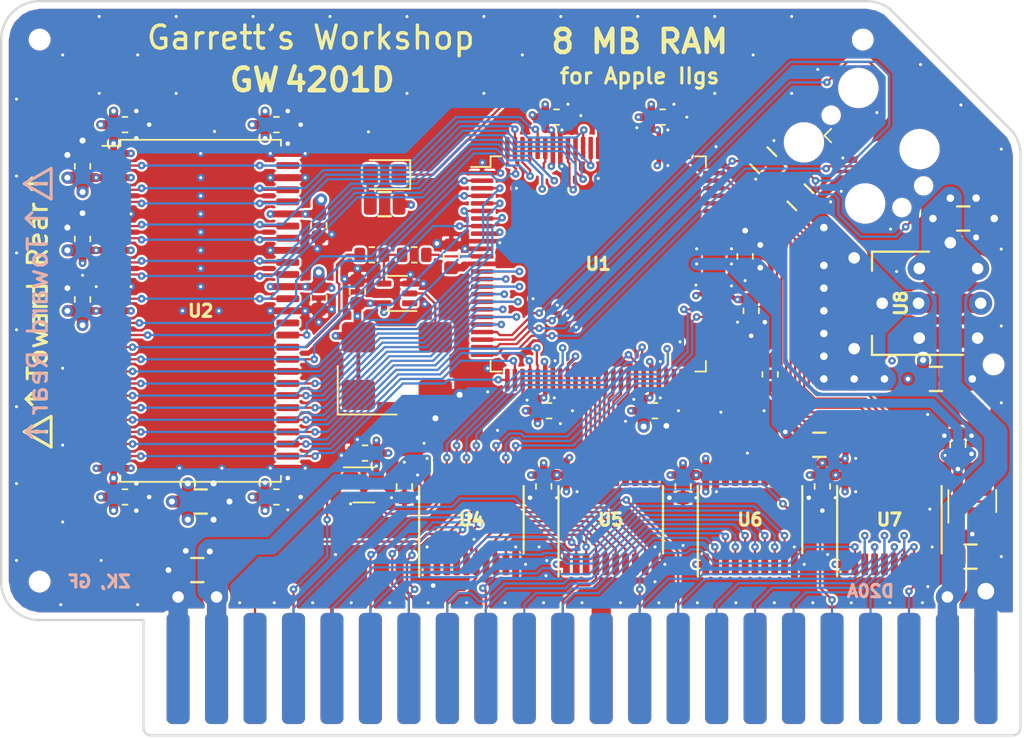
<source format=kicad_pcb>
(kicad_pcb (version 20171130) (host pcbnew "(5.1.10-1-10_14)")
  (title_block (title "GW4201D (RAM2GS II) - EPM240 / 5M240Z / AG256") (date 2021-05-30) (rev 2.0) (company "Garrett's Workshop"))
  (layers (0 F.Cu signal) (1 In1.Cu power) (2 In2.Cu power) (31 B.Cu signal) (34 B.Paste user) (35 F.Paste user) (36 B.SilkS user) (37 F.SilkS user) (38 B.Mask user) (39 F.Mask user) (44 Edge.Cuts user))
  (net 0 "")
  (net 1 GND)
  (net 2 /FA15)
  (net 3 /FA14)
  (net 4 /FA13)
  (net 5 /FA12)
  (net 6 /FA11)
  (net 7 /FA10)
  (net 8 /~CRAS~)
  (net 9 /ABORT)
  (net 10 /PH2)
  (net 11 /~CSEL~)
  (net 12 /~CROMSEL~)
  (net 13 /CROW1)
  (net 14 /CROW0)
  (net 15 /~CCAS~)
  (net 16 /~FWE~)
  (net 17 /FRA1)
  (net 18 /FRA2)
  (net 19 /FRA0)
  (net 20 /FRA7)
  (net 21 /FRA5)
  (net 22 /FRA4)
  (net 23 /FRA3)
  (net 24 /FRA6)
  (net 25 /FRA8)
  (net 26 /FRA9)
  (net 27 /FD2)
  (net 28 /FD7)
  (net 29 /FD0)
  (net 30 /FD6)
  (net 31 /FD4)
  (net 32 /FD5)
  (net 33 /FD3)
  (net 34 /FD1)
  (net 35 /AClk)
  (net 36 /RClk)
  (net 37 "Net-(U1-Pad58)")
  (net 38 "Net-(U1-Pad61)")
  (net 39 "Net-(U1-Pad62)")
  (net 40 "Net-(U1-Pad64)")
  (net 41 "Net-(U1-Pad66)")
  (net 42 "Net-(U1-Pad75)")
  (net 43 "Net-(U1-Pad76)")
  (net 44 "Net-(U1-Pad78)")
  (net 45 "Net-(U1-Pad81)")
  (net 46 "Net-(U1-Pad82)")
  (net 47 "Net-(U1-Pad84)")
  (net 48 "Net-(U1-Pad86)")
  (net 49 +3V3)
  (net 50 /Dout5)
  (net 51 /Dout6)
  (net 52 /Dout4)
  (net 53 /Dout7)
  (net 54 /Dout2)
  (net 55 /Dout1)
  (net 56 /Dout0)
  (net 57 /Dout3)
  (net 58 /Din3)
  (net 59 /Din0)
  (net 60 /Din1)
  (net 61 /Din2)
  (net 62 /Din7)
  (net 63 /Din4)
  (net 64 /Din6)
  (net 65 /Din5)
  (net 66 /~WE~in)
  (net 67 /Ain0)
  (net 68 /Ain2)
  (net 69 /Ain1)
  (net 70 /PH2in)
  (net 71 /~CCAS~in)
  (net 72 /CROWin0)
  (net 73 /CROWin1)
  (net 74 /~CRAS~in)
  (net 75 /RD0)
  (net 76 /RD2)
  (net 77 /RD1)
  (net 78 /RD3)
  (net 79 /RD7)
  (net 80 /RD5)
  (net 81 /RD6)
  (net 82 /RD4)
  (net 83 /Ain7)
  (net 84 /Ain5)
  (net 85 /Ain4)
  (net 86 /Ain3)
  (net 87 /Ain6)
  (net 88 /Ain8)
  (net 89 /Ain9)
  (net 90 /DQMH)
  (net 91 /CKE)
  (net 92 /RA11)
  (net 93 /RA9)
  (net 94 /RA8)
  (net 95 /RA7)
  (net 96 /RA6)
  (net 97 /RA5)
  (net 98 /RA4)
  (net 99 /RA3)
  (net 100 /RA2)
  (net 101 /RA1)
  (net 102 /RA0)
  (net 103 /RA10)
  (net 104 /BA1)
  (net 105 /BA0)
  (net 106 /R~CS~)
  (net 107 /R~RAS~)
  (net 108 /R~CAS~)
  (net 109 /R~WE~)
  (net 110 /DQML)
  (net 111 "Net-(U10-Pad2)")
  (net 112 /TDI)
  (net 113 "Net-(J2-Pad8)")
  (net 114 "Net-(J2-Pad7)")
  (net 115 "Net-(J2-Pad6)")
  (net 116 /TMS)
  (net 117 /TDO)
  (net 118 /TCK)
  (net 119 +5V)
  (net 120 "Net-(U9-Pad1)")
  (net 121 "Net-(U10-Pad1)")
  (net 122 +1V8)
  (net 123 "Net-(U11-Pad4)")
  (net 124 /MISO)
  (net 125 /MOSI)
  (net 126 /SCK)
  (net 127 /S~CS~)
  (net 128 "Net-(U4-Pad19)")
  (net 129 "Net-(R3-Pad2)")
  (net 130 "Net-(R5-Pad1)")
  (net 131 /LED)
  (net 132 "Net-(D1-Pad2)")
  (module stdpads:C_0603 (layer F.Cu) (at 66.95 110.8 270)
    (fp_text reference C23)
    (fp_text value 2u2)
    (pad 2 smd roundrect (at 0.75 0 270) (size 0.85 0.95) (layers F.Cu F.Paste F.Mask) (net 1 GND))
    (pad 1 smd roundrect (at -0.75 0 270) (size 0.85 0.95) (layers F.Cu F.Paste F.Mask) (net 49 +3V3))
  )
  (module stdpads:LED_0805 (layer F.Cu) (at 71.3 102.65 180)
    (fp_text reference D1)
    (fp_text value White)
    (pad 1 smd roundrect (at -0.9375 0 180) (size 0.975 1.4) (layers F.Cu F.Paste F.Mask) (net 131 /LED))
    (pad 2 smd roundrect (at 0.9375 0 180) (size 0.975 1.4) (layers F.Cu F.Paste F.Mask) (net 132 "Net-(D1-Pad2)"))
  )
  (module stdpads:R_0805 (layer F.Cu) (at 71.3 104.6)
    (fp_text reference R7)
    (fp_text value 180)
    (pad 1 smd roundrect (at -0.95 0) (size 0.85 1.4) (layers F.Cu F.Paste F.Mask) (net 132 "Net-(D1-Pad2)"))
    (pad 2 smd roundrect (at 0.95 0) (size 0.85 1.4) (layers F.Cu F.Paste F.Mask) (net 49 +3V3))
  )
  (module stdpads:TQFP-100_14x14mm_P0.5mm (layer F.Cu) (at 85.4 108.55 270)
    (fp_text reference U1)
    (fp_text value EPM240T100)
    (fp_text user %R (at 0 0) (layer F.SilkS) (effects (font (size 0.8128 0.8128) (thickness 0.2032))))
    (pad 1 smd roundrect (at -6 7.6625) (size 1.475 0.3) (layers F.Cu F.Paste F.Mask) (net 1 GND))
    (pad 2 smd roundrect (at -5.5 7.6625) (size 1.475 0.3) (layers F.Cu F.Paste F.Mask) (net 90 /DQMH))
    (pad 3 smd roundrect (at -5 7.6625) (size 1.475 0.3) (layers F.Cu F.Paste F.Mask) (net 106 /R~CS~))
    (pad 4 smd roundrect (at -4.5 7.6625) (size 1.475 0.3) (layers F.Cu F.Paste F.Mask) (net 108 /R~CAS~))
    (pad 5 smd roundrect (at -4 7.6625) (size 1.475 0.3) (layers F.Cu F.Paste F.Mask) (net 105 /BA0))
    (pad 6 smd roundrect (at -3.5 7.6625) (size 1.475 0.3) (layers F.Cu F.Paste F.Mask) (net 107 /R~RAS~))
    (pad 7 smd roundrect (at -3 7.6625) (size 1.475 0.3) (layers F.Cu F.Paste F.Mask) (net 92 /RA11))
    (pad 8 smd roundrect (at -2.5 7.6625) (size 1.475 0.3) (layers F.Cu F.Paste F.Mask) (net 91 /CKE))
    (pad 9 smd roundrect (at -2 7.6625) (size 1.475 0.3) (layers F.Cu F.Paste F.Mask) (net 49 +3V3))
    (pad 10 smd roundrect (at -1.5 7.6625) (size 1.475 0.3) (layers F.Cu F.Paste F.Mask) (net 1 GND))
    (pad 11 smd roundrect (at -1 7.6625) (size 1.475 0.3) (layers F.Cu F.Paste F.Mask) (net 1 GND))
    (pad 12 smd roundrect (at -0.5 7.6625) (size 1.475 0.3) (layers F.Cu F.Paste F.Mask) (net 35 /AClk))
    (pad 13 smd roundrect (at 0 7.6625) (size 1.475 0.3) (layers F.Cu F.Paste F.Mask) (net 122 +1V8))
    (pad 14 smd roundrect (at 0.5 7.6625) (size 1.475 0.3) (layers F.Cu F.Paste F.Mask) (net 104 /BA1))
    (pad 15 smd roundrect (at 1 7.6625) (size 1.475 0.3) (layers F.Cu F.Paste F.Mask) (net 93 /RA9))
    (pad 16 smd roundrect (at 1.5 7.6625) (size 1.475 0.3) (layers F.Cu F.Paste F.Mask) (net 103 /RA10))
    (pad 17 smd roundrect (at 2 7.6625) (size 1.475 0.3) (layers F.Cu F.Paste F.Mask) (net 94 /RA8))
    (pad 18 smd roundrect (at 2.5 7.6625) (size 1.475 0.3) (layers F.Cu F.Paste F.Mask) (net 102 /RA0))
    (pad 19 smd roundrect (at 3 7.6625) (size 1.475 0.3) (layers F.Cu F.Paste F.Mask) (net 95 /RA7))
    (pad 20 smd roundrect (at 3.5 7.6625) (size 1.475 0.3) (layers F.Cu F.Paste F.Mask) (net 101 /RA1))
    (pad 21 smd roundrect (at 4 7.6625) (size 1.475 0.3) (layers F.Cu F.Paste F.Mask) (net 96 /RA6))
    (pad 22 smd roundrect (at 4.5 7.6625) (size 1.475 0.3) (layers F.Cu F.Paste F.Mask) (net 116 /TMS))
    (pad 23 smd roundrect (at 5 7.6625) (size 1.475 0.3) (layers F.Cu F.Paste F.Mask) (net 112 /TDI))
    (pad 24 smd roundrect (at 5.5 7.6625) (size 1.475 0.3) (layers F.Cu F.Paste F.Mask) (net 118 /TCK))
    (pad 25 smd roundrect (at 6 7.6625) (size 1.475 0.3) (layers F.Cu F.Paste F.Mask) (net 117 /TDO))
    (pad 26 smd roundrect (at 7.6625 6) (size 0.3 1.475) (layers F.Cu F.Paste F.Mask) (net 98 /RA4))
    (pad 27 smd roundrect (at 7.6625 5.5) (size 0.3 1.475) (layers F.Cu F.Paste F.Mask) (net 99 /RA3))
    (pad 28 smd roundrect (at 7.6625 5) (size 0.3 1.475) (layers F.Cu F.Paste F.Mask) (net 50 /Dout5))
    (pad 29 smd roundrect (at 7.6625 4.5) (size 0.3 1.475) (layers F.Cu F.Paste F.Mask) (net 97 /RA5))
    (pad 30 smd roundrect (at 7.6625 4) (size 0.3 1.475) (layers F.Cu F.Paste F.Mask) (net 100 /RA2))
    (pad 31 smd roundrect (at 7.6625 3.5) (size 0.3 1.475) (layers F.Cu F.Paste F.Mask) (net 49 +3V3))
    (pad 32 smd roundrect (at 7.6625 3) (size 0.3 1.475) (layers F.Cu F.Paste F.Mask) (net 1 GND))
    (pad 33 smd roundrect (at 7.6625 2.5) (size 0.3 1.475) (layers F.Cu F.Paste F.Mask) (net 56 /Dout0))
    (pad 34 smd roundrect (at 7.6625 2) (size 0.3 1.475) (layers F.Cu F.Paste F.Mask) (net 51 /Dout6))
    (pad 35 smd roundrect (at 7.6625 1.5) (size 0.3 1.475) (layers F.Cu F.Paste F.Mask) (net 61 /Din2))
    (pad 36 smd roundrect (at 7.6625 1) (size 0.3 1.475) (layers F.Cu F.Paste F.Mask) (net 60 /Din1))
    (pad 37 smd roundrect (at 7.6625 0.5) (size 0.3 1.475) (layers F.Cu F.Paste F.Mask) (net 58 /Din3))
    (pad 38 smd roundrect (at 7.6625 0) (size 0.3 1.475) (layers F.Cu F.Paste F.Mask) (net 65 /Din5))
    (pad 39 smd roundrect (at 7.6625 -0.5) (size 0.3 1.475) (layers F.Cu F.Paste F.Mask) (net 63 /Din4))
    (pad 40 smd roundrect (at 7.6625 -1) (size 0.3 1.475) (layers F.Cu F.Paste F.Mask) (net 62 /Din7))
    (pad 41 smd roundrect (at 7.6625 -1.5) (size 0.3 1.475) (layers F.Cu F.Paste F.Mask) (net 64 /Din6))
    (pad 42 smd roundrect (at 7.6625 -2) (size 0.3 1.475) (layers F.Cu F.Paste F.Mask) (net 59 /Din0))
    (pad 43 smd roundrect (at 7.6625 -2.5) (size 0.3 1.475) (layers F.Cu F.Paste F.Mask) (net 53 /Dout7))
    (pad 44 smd roundrect (at 7.6625 -3) (size 0.3 1.475) (layers F.Cu F.Paste F.Mask) (net 52 /Dout4))
    (pad 45 smd roundrect (at 7.6625 -3.5) (size 0.3 1.475) (layers F.Cu F.Paste F.Mask) (net 49 +3V3))
    (pad 46 smd roundrect (at 7.6625 -4) (size 0.3 1.475) (layers F.Cu F.Paste F.Mask) (net 1 GND))
    (pad 47 smd roundrect (at 7.6625 -4.5) (size 0.3 1.475) (layers F.Cu F.Paste F.Mask) (net 57 /Dout3))
    (pad 48 smd roundrect (at 7.6625 -5) (size 0.3 1.475) (layers F.Cu F.Paste F.Mask) (net 66 /~WE~in))
    (pad 49 smd roundrect (at 7.6625 -5.5) (size 0.3 1.475) (layers F.Cu F.Paste F.Mask) (net 67 /Ain0))
    (pad 50 smd roundrect (at 7.6625 -6) (size 0.3 1.475) (layers F.Cu F.Paste F.Mask) (net 68 /Ain2))
    (pad 51 smd roundrect (at 6 -7.6625) (size 1.475 0.3) (layers F.Cu F.Paste F.Mask) (net 69 /Ain1))
    (pad 52 smd roundrect (at 5.5 -7.6625) (size 1.475 0.3) (layers F.Cu F.Paste F.Mask) (net 70 /PH2in))
    (pad 53 smd roundrect (at 5 -7.6625) (size 1.475 0.3) (layers F.Cu F.Paste F.Mask) (net 71 /~CCAS~in))
    (pad 54 smd roundrect (at 4.5 -7.6625) (size 1.475 0.3) (layers F.Cu F.Paste F.Mask) (net 72 /CROWin0))
    (pad 55 smd roundrect (at 4 -7.6625) (size 1.475 0.3) (layers F.Cu F.Paste F.Mask) (net 73 /CROWin1))
    (pad 56 smd roundrect (at 3.5 -7.6625) (size 1.475 0.3) (layers F.Cu F.Paste F.Mask) (net 54 /Dout2))
    (pad 57 smd roundrect (at 3 -7.6625) (size 1.475 0.3) (layers F.Cu F.Paste F.Mask) (net 55 /Dout1))
    (pad 58 smd roundrect (at 2.5 -7.6625) (size 1.475 0.3) (layers F.Cu F.Paste F.Mask) (net 37 "Net-(U1-Pad58)"))
    (pad 59 smd roundrect (at 2 -7.6625) (size 1.475 0.3) (layers F.Cu F.Paste F.Mask) (net 49 +3V3))
    (pad 60 smd roundrect (at 1.5 -7.6625) (size 1.475 0.3) (layers F.Cu F.Paste F.Mask) (net 1 GND))
    (pad 61 smd roundrect (at 1 -7.6625) (size 1.475 0.3) (layers F.Cu F.Paste F.Mask) (net 38 "Net-(U1-Pad61)"))
    (pad 62 smd roundrect (at 0.5 -7.6625) (size 1.475 0.3) (layers F.Cu F.Paste F.Mask) (net 39 "Net-(U1-Pad62)"))
    (pad 63 smd roundrect (at 0 -7.6625) (size 1.475 0.3) (layers F.Cu F.Paste F.Mask) (net 122 +1V8))
    (pad 64 smd roundrect (at -0.5 -7.6625) (size 1.475 0.3) (layers F.Cu F.Paste F.Mask) (net 40 "Net-(U1-Pad64)"))
    (pad 65 smd roundrect (at -1 -7.6625) (size 1.475 0.3) (layers F.Cu F.Paste F.Mask) (net 1 GND))
    (pad 66 smd roundrect (at -1.5 -7.6625) (size 1.475 0.3) (layers F.Cu F.Paste F.Mask) (net 41 "Net-(U1-Pad66)"))
    (pad 67 smd roundrect (at -2 -7.6625) (size 1.475 0.3) (layers F.Cu F.Paste F.Mask) (net 74 /~CRAS~in))
    (pad 68 smd roundrect (at -2.5 -7.6625) (size 1.475 0.3) (layers F.Cu F.Paste F.Mask) (net 83 /Ain7))
    (pad 69 smd roundrect (at -3 -7.6625) (size 1.475 0.3) (layers F.Cu F.Paste F.Mask) (net 84 /Ain5))
    (pad 70 smd roundrect (at -3.5 -7.6625) (size 1.475 0.3) (layers F.Cu F.Paste F.Mask) (net 85 /Ain4))
    (pad 71 smd roundrect (at -4 -7.6625) (size 1.475 0.3) (layers F.Cu F.Paste F.Mask) (net 86 /Ain3))
    (pad 72 smd roundrect (at -4.5 -7.6625) (size 1.475 0.3) (layers F.Cu F.Paste F.Mask) (net 87 /Ain6))
    (pad 73 smd roundrect (at -5 -7.6625) (size 1.475 0.3) (layers F.Cu F.Paste F.Mask) (net 88 /Ain8))
    (pad 74 smd roundrect (at -5.5 -7.6625) (size 1.475 0.3) (layers F.Cu F.Paste F.Mask) (net 89 /Ain9))
    (pad 75 smd roundrect (at -6 -7.6625) (size 1.475 0.3) (layers F.Cu F.Paste F.Mask) (net 42 "Net-(U1-Pad75)"))
    (pad 76 smd roundrect (at -7.6625 -6) (size 0.3 1.475) (layers F.Cu F.Paste F.Mask) (net 43 "Net-(U1-Pad76)"))
    (pad 77 smd roundrect (at -7.6625 -5.5) (size 0.3 1.475) (layers F.Cu F.Paste F.Mask) (net 124 /MISO))
    (pad 78 smd roundrect (at -7.6625 -5) (size 0.3 1.475) (layers F.Cu F.Paste F.Mask) (net 44 "Net-(U1-Pad78)"))
    (pad 79 smd roundrect (at -7.6625 -4.5) (size 0.3 1.475) (layers F.Cu F.Paste F.Mask) (net 1 GND))
    (pad 80 smd roundrect (at -7.6625 -4) (size 0.3 1.475) (layers F.Cu F.Paste F.Mask) (net 49 +3V3))
    (pad 81 smd roundrect (at -7.6625 -3.5) (size 0.3 1.475) (layers F.Cu F.Paste F.Mask) (net 45 "Net-(U1-Pad81)"))
    (pad 82 smd roundrect (at -7.6625 -3) (size 0.3 1.475) (layers F.Cu F.Paste F.Mask) (net 46 "Net-(U1-Pad82)"))
    (pad 83 smd roundrect (at -7.6625 -2.5) (size 0.3 1.475) (layers F.Cu F.Paste F.Mask) (net 125 /MOSI))
    (pad 84 smd roundrect (at -7.6625 -2) (size 0.3 1.475) (layers F.Cu F.Paste F.Mask) (net 47 "Net-(U1-Pad84)"))
    (pad 85 smd roundrect (at -7.6625 -1.5) (size 0.3 1.475) (layers F.Cu F.Paste F.Mask) (net 126 /SCK))
    (pad 86 smd roundrect (at -7.6625 -1) (size 0.3 1.475) (layers F.Cu F.Paste F.Mask) (net 48 "Net-(U1-Pad86)"))
    (pad 87 smd roundrect (at -7.6625 -0.5) (size 0.3 1.475) (layers F.Cu F.Paste F.Mask) (net 127 /S~CS~))
    (pad 88 smd roundrect (at -7.6625 0) (size 0.3 1.475) (layers F.Cu F.Paste F.Mask) (net 131 /LED))
    (pad 89 smd roundrect (at -7.6625 0.5) (size 0.3 1.475) (layers F.Cu F.Paste F.Mask) (net 78 /RD3))
    (pad 90 smd roundrect (at -7.6625 1) (size 0.3 1.475) (layers F.Cu F.Paste F.Mask) (net 77 /RD1))
    (pad 91 smd roundrect (at -7.6625 1.5) (size 0.3 1.475) (layers F.Cu F.Paste F.Mask) (net 82 /RD4))
    (pad 92 smd roundrect (at -7.6625 2) (size 0.3 1.475) (layers F.Cu F.Paste F.Mask) (net 80 /RD5))
    (pad 93 smd roundrect (at -7.6625 2.5) (size 0.3 1.475) (layers F.Cu F.Paste F.Mask) (net 1 GND))
    (pad 94 smd roundrect (at -7.6625 3) (size 0.3 1.475) (layers F.Cu F.Paste F.Mask) (net 49 +3V3))
    (pad 95 smd roundrect (at -7.6625 3.5) (size 0.3 1.475) (layers F.Cu F.Paste F.Mask) (net 81 /RD6))
    (pad 96 smd roundrect (at -7.6625 4) (size 0.3 1.475) (layers F.Cu F.Paste F.Mask) (net 75 /RD0))
    (pad 97 smd roundrect (at -7.6625 4.5) (size 0.3 1.475) (layers F.Cu F.Paste F.Mask) (net 79 /RD7))
    (pad 98 smd roundrect (at -7.6625 5) (size 0.3 1.475) (layers F.Cu F.Paste F.Mask) (net 110 /DQML))
    (pad 99 smd roundrect (at -7.6625 5.5) (size 0.3 1.475) (layers F.Cu F.Paste F.Mask) (net 76 /RD2))
    (pad 100 smd roundrect (at -7.6625 6) (size 0.3 1.475) (layers F.Cu F.Paste F.Mask) (net 109 /R~WE~))
  )
  (module stdpads:SOT-223 (layer F.Cu) (at 105.387 111.15)
    (fp_text reference U8 (at 0 0 270) (layer F.SilkS) (effects (font (size 0.8128 0.8128) (thickness 0.2032))))
    (fp_text value AZ1117CH-3.3TRG1)
    (pad 1 smd roundrect (at 3.15 2.3 180) (size 2 1.5) (layers F.Cu F.Paste F.Mask) (roundrect_rratio 0.2) (net 1 GND))
    (pad 3 smd roundrect (at 3.15 -2.3 180) (size 2 1.5) (layers F.Cu F.Paste F.Mask) (roundrect_rratio 0.2) (net 119 +5V))
    (pad 2 smd roundrect (at 3.15 0 180) (size 2 1.5) (layers F.Cu F.Paste F.Mask) (roundrect_rratio 0.2) (net 49 +3V3))
    (pad 2 smd roundrect (at -3.15 0 180) (size 2 3.8) (layers F.Cu F.Paste F.Mask) (roundrect_rratio 0.15) (net 49 +3V3))
  )
  (module stdpads:SOT-23-5 (layer F.Cu) (at 110.1 124.25 270)
    (fp_text reference U11)
    (fp_text value AP2127K-1.8TRG1)
    (pad 1 smd roundrect (at 1.05 0.95 90) (size 1.35 0.65) (layers F.Cu F.Paste F.Mask) (net 119 +5V))
    (pad 3 smd roundrect (at 1.05 -0.95 90) (size 1.35 0.65) (layers F.Cu F.Paste F.Mask) (net 119 +5V))
    (pad 2 smd roundrect (at 1.05 0 90) (size 1.35 0.65) (layers F.Cu F.Paste F.Mask) (net 1 GND))
    (pad 5 smd roundrect (at -1.05 0.95 90) (size 1.35 0.65) (layers F.Cu F.Paste F.Mask) (net 122 +1V8))
    (pad 4 smd roundrect (at -1.05 -0.95 90) (size 1.35 0.65) (layers F.Cu F.Paste F.Mask) (net 123 "Net-(U11-Pad4)"))
  )
  (module stdpads:R_0805 (layer F.Cu) (at 100 120.5 180)
    (fp_text reference R4)
    (fp_text value 0)
    (pad 2 smd roundrect (at 0.95 0 180) (size 0.85 1.4) (layers F.Cu F.Paste F.Mask) (net 122 +1V8))
    (pad 1 smd roundrect (at -0.95 0 180) (size 0.85 1.4) (layers F.Cu F.Paste F.Mask) (net 49 +3V3))
  )
  (module stdpads:C_0603 (layer F.Cu) (at 109.15 120.5 90)
    (fp_text reference C28)
    (fp_text value 2u2)
    (pad 2 smd roundrect (at 0.75 0 90) (size 0.85 0.95) (layers F.Cu F.Paste F.Mask) (net 1 GND))
    (pad 1 smd roundrect (at -0.75 0 90) (size 0.85 0.95) (layers F.Cu F.Paste F.Mask) (net 122 +1V8))
  )
  (module stdpads:PasteHole_1.152mm_NPTH (layer F.Cu) (at 111.506 115.189)
    (fp_text reference H5)
    (fp_text value " " hide)
    (pad "" np_thru_hole circle (at 0 0) (size 1.152 1.152) (drill 1.152) (layers *.Cu *.Mask))
  )
  (module stdpads:Fiducial (layer F.Cu) (at 110.236 117.983)
    (fp_text reference FID3)
    (fp_text value Fiducial hide)
    (pad ~ smd circle (at 0 0) (size 1 1) (layers F.Cu F.Mask) (clearance 0.575))
  )
  (module stdpads:C_0603 (layer F.Cu) (at 100.2 123.25 270)
    (fp_text reference C8)
    (fp_text value 2u2)
    (pad 1 smd roundrect (at -0.75 0 270) (size 0.85 0.95) (layers F.Cu F.Paste F.Mask) (net 49 +3V3))
    (pad 2 smd roundrect (at 0.75 0 270) (size 0.85 0.95) (layers F.Cu F.Paste F.Mask) (net 1 GND))
  )
  (module stdpads:TSSOP-20_4.4x6.5mm_P0.65mm (layer F.Cu) (at 77.025 125.45)
    (fp_text reference U4)
    (fp_text value 74AHCT245PW)
    (fp_text user %R (at 0 0) (layer F.SilkS) (effects (font (size 0.8128 0.8128) (thickness 0.2032))))
    (pad 20 smd roundrect (at -2.925 -2.95 90) (size 1.45 0.45) (layers F.Cu F.Paste F.Mask) (net 119 +5V))
    (pad 19 smd roundrect (at -2.275 -2.95 90) (size 1.45 0.45) (layers F.Cu F.Paste F.Mask) (net 128 "Net-(U4-Pad19)"))
    (pad 18 smd roundrect (at -1.625 -2.95 90) (size 1.45 0.45) (layers F.Cu F.Paste F.Mask) (net 56 /Dout0))
    (pad 17 smd roundrect (at -0.975 -2.95 90) (size 1.45 0.45) (layers F.Cu F.Paste F.Mask) (net 51 /Dout6))
    (pad 16 smd roundrect (at -0.325 -2.95 90) (size 1.45 0.45) (layers F.Cu F.Paste F.Mask) (net 53 /Dout7))
    (pad 15 smd roundrect (at 0.325 -2.95 90) (size 1.45 0.45) (layers F.Cu F.Paste F.Mask) (net 52 /Dout4))
    (pad 14 smd roundrect (at 0.975 -2.95 90) (size 1.45 0.45) (layers F.Cu F.Paste F.Mask) (net 50 /Dout5))
    (pad 13 smd roundrect (at 1.625 -2.95 90) (size 1.45 0.45) (layers F.Cu F.Paste F.Mask) (net 57 /Dout3))
    (pad 12 smd roundrect (at 2.275 -2.95 90) (size 1.45 0.45) (layers F.Cu F.Paste F.Mask) (net 55 /Dout1))
    (pad 11 smd roundrect (at 2.925 -2.95 90) (size 1.45 0.45) (layers F.Cu F.Paste F.Mask) (net 54 /Dout2))
    (pad 10 smd roundrect (at 2.925 2.95 90) (size 1.45 0.45) (layers F.Cu F.Paste F.Mask) (net 1 GND))
    (pad 9 smd roundrect (at 2.275 2.95 90) (size 1.45 0.45) (layers F.Cu F.Paste F.Mask) (net 27 /FD2))
    (pad 8 smd roundrect (at 1.625 2.95 90) (size 1.45 0.45) (layers F.Cu F.Paste F.Mask) (net 34 /FD1))
    (pad 7 smd roundrect (at 0.975 2.95 90) (size 1.45 0.45) (layers F.Cu F.Paste F.Mask) (net 33 /FD3))
    (pad 6 smd roundrect (at 0.325 2.95 90) (size 1.45 0.45) (layers F.Cu F.Paste F.Mask) (net 32 /FD5))
    (pad 5 smd roundrect (at -0.325 2.95 90) (size 1.45 0.45) (layers F.Cu F.Paste F.Mask) (net 31 /FD4))
    (pad 4 smd roundrect (at -0.975 2.95 90) (size 1.45 0.45) (layers F.Cu F.Paste F.Mask) (net 28 /FD7))
    (pad 3 smd roundrect (at -1.625 2.95 90) (size 1.45 0.45) (layers F.Cu F.Paste F.Mask) (net 30 /FD6))
    (pad 2 smd roundrect (at -2.275 2.95 90) (size 1.45 0.45) (layers F.Cu F.Paste F.Mask) (net 29 /FD0))
    (pad 1 smd roundrect (at -2.925 2.95 90) (size 1.45 0.45) (layers F.Cu F.Paste F.Mask) (net 1 GND))
  )
  (module stdpads:SOT-353 (layer F.Cu) (at 72.1 110.5)
    (fp_text reference U10)
    (fp_text value 74LVC1G04GW)
    (pad 5 smd roundrect (at -0.85 0.65 180) (size 1 0.4) (layers F.Cu F.Paste F.Mask) (net 49 +3V3))
    (pad 4 smd roundrect (at -0.85 -0.65 180) (size 1 0.4) (layers F.Cu F.Paste F.Mask) (net 130 "Net-(R5-Pad1)"))
    (pad 2 smd roundrect (at 0.85 0 180) (size 1 0.4) (layers F.Cu F.Paste F.Mask) (net 111 "Net-(U10-Pad2)"))
    (pad 1 smd roundrect (at 0.85 0.65 180) (size 1 0.4) (layers F.Cu F.Paste F.Mask) (net 121 "Net-(U10-Pad1)"))
    (pad 3 smd roundrect (at 0.85 -0.65 180) (size 1 0.4) (layers F.Cu F.Paste F.Mask) (net 1 GND))
  )
  (module stdpads:SOT-353 (layer F.Cu) (at 69.9 123.15 180)
    (fp_text reference U9)
    (fp_text value 74LVC1G04GW)
    (pad 5 smd roundrect (at -0.85 0.65) (size 1 0.4) (layers F.Cu F.Paste F.Mask) (net 49 +3V3))
    (pad 4 smd roundrect (at -0.85 -0.65) (size 1 0.4) (layers F.Cu F.Paste F.Mask) (net 128 "Net-(U4-Pad19)"))
    (pad 2 smd roundrect (at 0.85 0) (size 1 0.4) (layers F.Cu F.Paste F.Mask) (net 11 /~CSEL~))
    (pad 1 smd roundrect (at 0.85 0.65) (size 1 0.4) (layers F.Cu F.Paste F.Mask) (net 120 "Net-(U9-Pad1)"))
    (pad 3 smd roundrect (at 0.85 -0.65) (size 1 0.4) (layers F.Cu F.Paste F.Mask) (net 1 GND))
  )
  (module stdpads:TSSOP-20_4.4x6.5mm_P0.65mm (layer F.Cu) (at 95.425 125.45)
    (fp_text reference U6)
    (fp_text value 74LVC245APW)
    (fp_text user %R (at 0 0) (layer F.SilkS) (effects (font (size 0.8128 0.8128) (thickness 0.2032))))
    (pad 20 smd roundrect (at -2.925 -2.95 90) (size 1.45 0.45) (layers F.Cu F.Paste F.Mask) (net 49 +3V3))
    (pad 19 smd roundrect (at -2.275 -2.95 90) (size 1.45 0.45) (layers F.Cu F.Paste F.Mask) (net 1 GND))
    (pad 18 smd roundrect (at -1.625 -2.95 90) (size 1.45 0.45) (layers F.Cu F.Paste F.Mask) (net 66 /~WE~in))
    (pad 17 smd roundrect (at -0.975 -2.95 90) (size 1.45 0.45) (layers F.Cu F.Paste F.Mask) (net 67 /Ain0))
    (pad 16 smd roundrect (at -0.325 -2.95 90) (size 1.45 0.45) (layers F.Cu F.Paste F.Mask) (net 68 /Ain2))
    (pad 15 smd roundrect (at 0.325 -2.95 90) (size 1.45 0.45) (layers F.Cu F.Paste F.Mask) (net 69 /Ain1))
    (pad 14 smd roundrect (at 0.975 -2.95 90) (size 1.45 0.45) (layers F.Cu F.Paste F.Mask) (net 70 /PH2in))
    (pad 13 smd roundrect (at 1.625 -2.95 90) (size 1.45 0.45) (layers F.Cu F.Paste F.Mask) (net 71 /~CCAS~in))
    (pad 12 smd roundrect (at 2.275 -2.95 90) (size 1.45 0.45) (layers F.Cu F.Paste F.Mask) (net 72 /CROWin0))
    (pad 11 smd roundrect (at 2.925 -2.95 90) (size 1.45 0.45) (layers F.Cu F.Paste F.Mask) (net 73 /CROWin1))
    (pad 10 smd roundrect (at 2.925 2.95 90) (size 1.45 0.45) (layers F.Cu F.Paste F.Mask) (net 1 GND))
    (pad 9 smd roundrect (at 2.275 2.95 90) (size 1.45 0.45) (layers F.Cu F.Paste F.Mask) (net 13 /CROW1))
    (pad 8 smd roundrect (at 1.625 2.95 90) (size 1.45 0.45) (layers F.Cu F.Paste F.Mask) (net 14 /CROW0))
    (pad 7 smd roundrect (at 0.975 2.95 90) (size 1.45 0.45) (layers F.Cu F.Paste F.Mask) (net 15 /~CCAS~))
    (pad 6 smd roundrect (at 0.325 2.95 90) (size 1.45 0.45) (layers F.Cu F.Paste F.Mask) (net 10 /PH2))
    (pad 5 smd roundrect (at -0.325 2.95 90) (size 1.45 0.45) (layers F.Cu F.Paste F.Mask) (net 17 /FRA1))
    (pad 4 smd roundrect (at -0.975 2.95 90) (size 1.45 0.45) (layers F.Cu F.Paste F.Mask) (net 18 /FRA2))
    (pad 3 smd roundrect (at -1.625 2.95 90) (size 1.45 0.45) (layers F.Cu F.Paste F.Mask) (net 19 /FRA0))
    (pad 2 smd roundrect (at -2.275 2.95 90) (size 1.45 0.45) (layers F.Cu F.Paste F.Mask) (net 16 /~FWE~))
    (pad 1 smd roundrect (at -2.925 2.95 90) (size 1.45 0.45) (layers F.Cu F.Paste F.Mask) (net 49 +3V3))
  )
  (module stdpads:TSSOP-20_4.4x6.5mm_P0.65mm (layer F.Cu) (at 104.625 125.45)
    (fp_text reference U7)
    (fp_text value 74LVC245APW)
    (fp_text user %R (at 0 0) (layer F.SilkS) (effects (font (size 0.8128 0.8128) (thickness 0.2032))))
    (pad 20 smd roundrect (at -2.925 -2.95 90) (size 1.45 0.45) (layers F.Cu F.Paste F.Mask) (net 49 +3V3))
    (pad 19 smd roundrect (at -2.275 -2.95 90) (size 1.45 0.45) (layers F.Cu F.Paste F.Mask) (net 1 GND))
    (pad 18 smd roundrect (at -1.625 -2.95 90) (size 1.45 0.45) (layers F.Cu F.Paste F.Mask) (net 129 "Net-(R3-Pad2)"))
    (pad 17 smd roundrect (at -0.975 -2.95 90) (size 1.45 0.45) (layers F.Cu F.Paste F.Mask) (net 83 /Ain7))
    (pad 16 smd roundrect (at -0.325 -2.95 90) (size 1.45 0.45) (layers F.Cu F.Paste F.Mask) (net 84 /Ain5))
    (pad 15 smd roundrect (at 0.325 -2.95 90) (size 1.45 0.45) (layers F.Cu F.Paste F.Mask) (net 85 /Ain4))
    (pad 14 smd roundrect (at 0.975 -2.95 90) (size 1.45 0.45) (layers F.Cu F.Paste F.Mask) (net 86 /Ain3))
    (pad 13 smd roundrect (at 1.625 -2.95 90) (size 1.45 0.45) (layers F.Cu F.Paste F.Mask) (net 87 /Ain6))
    (pad 12 smd roundrect (at 2.275 -2.95 90) (size 1.45 0.45) (layers F.Cu F.Paste F.Mask) (net 88 /Ain8))
    (pad 11 smd roundrect (at 2.925 -2.95 90) (size 1.45 0.45) (layers F.Cu F.Paste F.Mask) (net 89 /Ain9))
    (pad 10 smd roundrect (at 2.925 2.95 90) (size 1.45 0.45) (layers F.Cu F.Paste F.Mask) (net 1 GND))
    (pad 9 smd roundrect (at 2.275 2.95 90) (size 1.45 0.45) (layers F.Cu F.Paste F.Mask) (net 26 /FRA9))
    (pad 8 smd roundrect (at 1.625 2.95 90) (size 1.45 0.45) (layers F.Cu F.Paste F.Mask) (net 25 /FRA8))
    (pad 7 smd roundrect (at 0.975 2.95 90) (size 1.45 0.45) (layers F.Cu F.Paste F.Mask) (net 24 /FRA6))
    (pad 6 smd roundrect (at 0.325 2.95 90) (size 1.45 0.45) (layers F.Cu F.Paste F.Mask) (net 23 /FRA3))
    (pad 5 smd roundrect (at -0.325 2.95 90) (size 1.45 0.45) (layers F.Cu F.Paste F.Mask) (net 22 /FRA4))
    (pad 4 smd roundrect (at -0.975 2.95 90) (size 1.45 0.45) (layers F.Cu F.Paste F.Mask) (net 21 /FRA5))
    (pad 3 smd roundrect (at -1.625 2.95 90) (size 1.45 0.45) (layers F.Cu F.Paste F.Mask) (net 20 /FRA7))
    (pad 2 smd roundrect (at -2.275 2.95 90) (size 1.45 0.45) (layers F.Cu F.Paste F.Mask) (net 8 /~CRAS~))
    (pad 1 smd roundrect (at -2.925 2.95 90) (size 1.45 0.45) (layers F.Cu F.Paste F.Mask) (net 49 +3V3))
  )
  (module stdpads:TSSOP-20_4.4x6.5mm_P0.65mm (layer F.Cu) (at 86.225 125.45)
    (fp_text reference U5)
    (fp_text value 74LVC245APW)
    (fp_text user %R (at 0 0) (layer F.SilkS) (effects (font (size 0.8128 0.8128) (thickness 0.2032))))
    (pad 20 smd roundrect (at -2.925 -2.95 90) (size 1.45 0.45) (layers F.Cu F.Paste F.Mask) (net 49 +3V3))
    (pad 19 smd roundrect (at -2.275 -2.95 90) (size 1.45 0.45) (layers F.Cu F.Paste F.Mask) (net 1 GND))
    (pad 18 smd roundrect (at -1.625 -2.95 90) (size 1.45 0.45) (layers F.Cu F.Paste F.Mask) (net 61 /Din2))
    (pad 17 smd roundrect (at -0.975 -2.95 90) (size 1.45 0.45) (layers F.Cu F.Paste F.Mask) (net 60 /Din1))
    (pad 16 smd roundrect (at -0.325 -2.95 90) (size 1.45 0.45) (layers F.Cu F.Paste F.Mask) (net 58 /Din3))
    (pad 15 smd roundrect (at 0.325 -2.95 90) (size 1.45 0.45) (layers F.Cu F.Paste F.Mask) (net 65 /Din5))
    (pad 14 smd roundrect (at 0.975 -2.95 90) (size 1.45 0.45) (layers F.Cu F.Paste F.Mask) (net 63 /Din4))
    (pad 13 smd roundrect (at 1.625 -2.95 90) (size 1.45 0.45) (layers F.Cu F.Paste F.Mask) (net 62 /Din7))
    (pad 12 smd roundrect (at 2.275 -2.95 90) (size 1.45 0.45) (layers F.Cu F.Paste F.Mask) (net 64 /Din6))
    (pad 11 smd roundrect (at 2.925 -2.95 90) (size 1.45 0.45) (layers F.Cu F.Paste F.Mask) (net 59 /Din0))
    (pad 10 smd roundrect (at 2.925 2.95 90) (size 1.45 0.45) (layers F.Cu F.Paste F.Mask) (net 1 GND))
    (pad 9 smd roundrect (at 2.275 2.95 90) (size 1.45 0.45) (layers F.Cu F.Paste F.Mask) (net 29 /FD0))
    (pad 8 smd roundrect (at 1.625 2.95 90) (size 1.45 0.45) (layers F.Cu F.Paste F.Mask) (net 30 /FD6))
    (pad 7 smd roundrect (at 0.975 2.95 90) (size 1.45 0.45) (layers F.Cu F.Paste F.Mask) (net 28 /FD7))
    (pad 6 smd roundrect (at 0.325 2.95 90) (size 1.45 0.45) (layers F.Cu F.Paste F.Mask) (net 31 /FD4))
    (pad 5 smd roundrect (at -0.325 2.95 90) (size 1.45 0.45) (layers F.Cu F.Paste F.Mask) (net 32 /FD5))
    (pad 4 smd roundrect (at -0.975 2.95 90) (size 1.45 0.45) (layers F.Cu F.Paste F.Mask) (net 33 /FD3))
    (pad 3 smd roundrect (at -1.625 2.95 90) (size 1.45 0.45) (layers F.Cu F.Paste F.Mask) (net 34 /FD1))
    (pad 2 smd roundrect (at -2.275 2.95 90) (size 1.45 0.45) (layers F.Cu F.Paste F.Mask) (net 27 /FD2))
    (pad 1 smd roundrect (at -2.925 2.95 90) (size 1.45 0.45) (layers F.Cu F.Paste F.Mask) (net 49 +3V3))
  )
  (module stdpads:C_0603 (layer F.Cu) (at 54.15 99.35)
    (fp_text reference C17)
    (fp_text value 2u2)
    (pad 2 smd roundrect (at 0.75 0) (size 0.85 0.95) (layers F.Cu F.Paste F.Mask) (net 1 GND))
    (pad 1 smd roundrect (at -0.75 0) (size 0.85 0.95) (layers F.Cu F.Paste F.Mask) (net 49 +3V3))
  )
  (module stdpads:C_0805 (layer F.Cu) (at 59.15 124.25)
    (fp_text reference C26)
    (fp_text value 10u)
    (pad 2 smd roundrect (at 0.85 0) (size 1.05 1.4) (layers F.Cu F.Paste F.Mask) (net 1 GND))
    (pad 1 smd roundrect (at -0.85 0) (size 1.05 1.4) (layers F.Cu F.Paste F.Mask) (net 49 +3V3))
  )
  (module stdpads:C_0603 (layer F.Cu) (at 70 121.05 180)
    (fp_text reference C27)
    (fp_text value 2u2)
    (pad 2 smd roundrect (at 0.75 0 180) (size 0.85 0.95) (layers F.Cu F.Paste F.Mask) (net 1 GND))
    (pad 1 smd roundrect (at -0.75 0 180) (size 0.85 0.95) (layers F.Cu F.Paste F.Mask) (net 49 +3V3))
  )
  (module stdpads:C_0603 (layer F.Cu) (at 69.5 110.4 90)
    (fp_text reference C10)
    (fp_text value 2u2)
    (pad 2 smd roundrect (at 0.75 0 90) (size 0.85 0.95) (layers F.Cu F.Paste F.Mask) (net 1 GND))
    (pad 1 smd roundrect (at -0.75 0 90) (size 0.85 0.95) (layers F.Cu F.Paste F.Mask) (net 49 +3V3))
  )
  (module stdpads:AppleIIgsMemoryExpansion_Edge (layer F.Cu) (at 84.328 135.382)
    (fp_text reference J1)
    (fp_text value "IIgs RAM Exp.")
    (pad 1 smd roundrect (at 26.67 -0.1) (size 1.524 7.34) (layers B.Cu B.Mask) (net 1 GND))
    (pad 2 smd roundrect (at 24.13 -0.1) (size 1.524 7.34) (layers B.Cu B.Mask) (net 119 +5V))
    (pad 3 smd roundrect (at 21.59 -0.1) (size 1.524 7.34) (layers B.Cu B.Mask) (net 26 /FRA9))
    (pad 4 smd roundrect (at 19.05 -0.1) (size 1.524 7.34) (layers B.Cu B.Mask) (net 25 /FRA8))
    (pad 5 smd roundrect (at 16.51 -0.1) (size 1.524 7.34) (layers B.Cu B.Mask) (net 27 /FD2))
    (pad 6 smd roundrect (at 13.97 -0.1) (size 1.524 7.34) (layers B.Cu B.Mask) (net 24 /FRA6))
    (pad 7 smd roundrect (at 11.43 -0.1) (size 1.524 7.34) (layers B.Cu B.Mask) (net 23 /FRA3))
    (pad 8 smd roundrect (at 8.89 -0.1) (size 1.524 7.34) (layers B.Cu B.Mask) (net 22 /FRA4))
    (pad 9 smd roundrect (at 6.35 -0.1) (size 1.524 7.34) (layers B.Cu B.Mask) (net 21 /FRA5))
    (pad 10 smd roundrect (at 3.81 -0.1) (size 1.524 7.34) (layers B.Cu B.Mask) (net 20 /FRA7))
    (pad 11 smd roundrect (at 1.27 -0.1) (size 1.524 7.34) (layers B.Cu B.Mask) (net 119 +5V))
    (pad 12 smd roundrect (at -1.27 -0.1) (size 1.524 7.34) (layers B.Cu B.Mask) (net 16 /~FWE~))
    (pad 13 smd roundrect (at -3.81 -0.1) (size 1.524 7.34) (layers B.Cu B.Mask) (net 19 /FRA0))
    (pad 14 smd roundrect (at -6.35 -0.1) (size 1.524 7.34) (layers B.Cu B.Mask) (net 18 /FRA2))
    (pad 15 smd roundrect (at -8.89 -0.1) (size 1.524 7.34) (layers B.Cu B.Mask) (net 17 /FRA1))
    (pad 16 smd roundrect (at -11.43 -0.1) (size 1.524 7.34) (layers B.Cu B.Mask) (net 28 /FD7))
    (pad 17 smd roundrect (at -13.97 -0.1) (size 1.524 7.34) (layers B.Cu B.Mask) (net 15 /~CCAS~))
    (pad 18 smd roundrect (at -16.51 -0.1) (size 1.524 7.34) (layers B.Cu B.Mask) (net 14 /CROW0))
    (pad 19 smd roundrect (at -19.05 -0.1) (size 1.524 7.34) (layers B.Cu B.Mask) (net 13 /CROW1))
    (pad 20 smd roundrect (at -21.59 -0.1) (size 1.524 7.34) (layers B.Cu B.Mask) (net 12 /~CROMSEL~))
    (pad 21 smd roundrect (at -24.13 -0.1) (size 1.524 7.34) (layers B.Cu B.Mask) (net 119 +5V))
    (pad 22 smd roundrect (at -26.67 -0.1) (size 1.524 7.34) (layers B.Cu B.Mask) (net 1 GND))
    (pad 23 smd roundrect (at -26.67 -0.1) (size 1.524 7.34) (layers F.Cu F.Mask) (net 1 GND))
    (pad 24 smd roundrect (at -24.13 -0.1) (size 1.524 7.34) (layers F.Cu F.Mask) (net 119 +5V))
    (pad 25 smd roundrect (at -21.59 -0.1) (size 1.524 7.34) (layers F.Cu F.Mask) (net 29 /FD0))
    (pad 26 smd roundrect (at -19.05 -0.1) (size 1.524 7.34) (layers F.Cu F.Mask) (net 11 /~CSEL~))
    (pad 27 smd roundrect (at -16.51 -0.1) (size 1.524 7.34) (layers F.Cu F.Mask) (net 1 GND))
    (pad 28 smd roundrect (at -13.97 -0.1) (size 1.524 7.34) (layers F.Cu F.Mask) (net 30 /FD6))
    (pad 29 smd roundrect (at -11.43 -0.1) (size 1.524 7.34) (layers F.Cu F.Mask) (net 31 /FD4))
    (pad 30 smd roundrect (at -8.89 -0.1) (size 1.524 7.34) (layers F.Cu F.Mask) (net 32 /FD5))
    (pad 31 smd roundrect (at -6.35 -0.1) (size 1.524 7.34) (layers F.Cu F.Mask) (net 10 /PH2))
    (pad 32 smd roundrect (at -3.81 -0.1) (size 1.524 7.34) (layers F.Cu F.Mask) (net 9 /ABORT))
    (pad 33 smd roundrect (at -1.27 -0.1) (size 1.524 7.34) (layers F.Cu F.Mask) (net 33 /FD3))
    (pad 34 smd roundrect (at 1.27 -0.1) (size 1.524 7.34) (layers F.Cu F.Mask) (net 1 GND))
    (pad 35 smd roundrect (at 3.81 -0.1) (size 1.524 7.34) (layers F.Cu F.Mask) (net 8 /~CRAS~))
    (pad 36 smd roundrect (at 6.35 -0.1) (size 1.524 7.34) (layers F.Cu F.Mask) (net 34 /FD1))
    (pad 37 smd roundrect (at 8.89 -0.1) (size 1.524 7.34) (layers F.Cu F.Mask) (net 7 /FA10))
    (pad 38 smd roundrect (at 11.43 -0.1) (size 1.524 7.34) (layers F.Cu F.Mask) (net 6 /FA11))
    (pad 39 smd roundrect (at 13.97 -0.1) (size 1.524 7.34) (layers F.Cu F.Mask) (net 5 /FA12))
    (pad 40 smd roundrect (at 16.51 -0.1) (size 1.524 7.34) (layers F.Cu F.Mask) (net 4 /FA13))
    (pad 41 smd roundrect (at 19.05 -0.1) (size 1.524 7.34) (layers F.Cu F.Mask) (net 3 /FA14))
    (pad 42 smd roundrect (at 21.59 -0.1) (size 1.524 7.34) (layers F.Cu F.Mask) (net 2 /FA15))
    (pad 43 smd roundrect (at 24.13 -0.1) (size 1.524 7.34) (layers F.Cu F.Mask) (net 119 +5V))
    (pad 44 smd roundrect (at 26.67 -0.1) (size 1.524 7.34) (layers F.Cu F.Mask) (net 1 GND))
  )
  (module Connector:Tag-Connect_TC2050-IDC-FP_2x05_P1.27mm_Vertical (layer F.Cu) (at 103.474 101.415 315)
    (fp_text reference J2)
    (fp_text value JTAG)
    (pad "" np_thru_hole circle (at 1.905 -2.54 315) (size 2.3749 2.3749) (drill 2.3749) (layers *.Cu *.Mask))
    (pad "" np_thru_hole circle (at 1.905 2.54 315) (size 2.3749 2.3749) (drill 2.3749) (layers *.Cu *.Mask))
    (pad "" np_thru_hole circle (at -3.81 2.54 315) (size 2.3749 2.3749) (drill 2.3749) (layers *.Cu *.Mask))
    (pad "" np_thru_hole circle (at -3.81 -2.54 315) (size 2.3749 2.3749) (drill 2.3749) (layers *.Cu *.Mask))
    (pad 10 connect circle (at -2.54 -0.635 315) (size 0.7874 0.7874) (layers F.Cu F.Mask) (net 1 GND))
    (pad 9 connect circle (at -1.27 -0.635 315) (size 0.7874 0.7874) (layers F.Cu F.Mask) (net 112 /TDI))
    (pad 8 connect circle (at 0 -0.635 315) (size 0.7874 0.7874) (layers F.Cu F.Mask) (net 113 "Net-(J2-Pad8)"))
    (pad 7 connect circle (at 1.27 -0.635 315) (size 0.7874 0.7874) (layers F.Cu F.Mask) (net 114 "Net-(J2-Pad7)"))
    (pad 6 connect circle (at 2.54 -0.635 315) (size 0.7874 0.7874) (layers F.Cu F.Mask) (net 115 "Net-(J2-Pad6)"))
    (pad 5 connect circle (at 2.54 0.635 315) (size 0.7874 0.7874) (layers F.Cu F.Mask) (net 116 /TMS))
    (pad 4 connect circle (at 1.27 0.635 315) (size 0.7874 0.7874) (layers F.Cu F.Mask) (net 49 +3V3))
    (pad 3 connect circle (at 0 0.635 315) (size 0.7874 0.7874) (layers F.Cu F.Mask) (net 117 /TDO))
    (pad 2 connect circle (at -1.27 0.635 315) (size 0.7874 0.7874) (layers F.Cu F.Mask) (net 1 GND))
    (pad 1 connect circle (at -2.54 0.635 315) (size 0.7874 0.7874) (layers F.Cu F.Mask) (net 118 /TCK))
    (pad "" np_thru_hole circle (at -3.81 0 315) (size 0.9906 0.9906) (drill 0.9906) (layers *.Cu *.Mask))
    (pad "" np_thru_hole circle (at 3.81 1.016 315) (size 0.9906 0.9906) (drill 0.9906) (layers *.Cu *.Mask))
    (pad "" np_thru_hole circle (at 3.81 -1.016 315) (size 0.9906 0.9906) (drill 0.9906) (layers *.Cu *.Mask))
  )
  (module stdpads:TSOP-II-54_22.2x10.16mm_P0.8mm (layer F.Cu) (at 59.15 111.65)
    (fp_text reference U2)
    (fp_text value W9812G6KH-6)
    (fp_text user %R (at 0 0) (layer F.SilkS) (effects (font (size 0.8128 0.8128) (thickness 0.2032))))
    (pad 54 smd roundrect (at 5.75 -10.4) (size 1.51 0.458) (layers F.Cu F.Paste F.Mask) (net 1 GND))
    (pad 53 smd roundrect (at 5.75 -9.6) (size 1.51 0.458) (layers F.Cu F.Paste F.Mask) (net 75 /RD0))
    (pad 52 smd roundrect (at 5.75 -8.8) (size 1.51 0.458) (layers F.Cu F.Paste F.Mask) (net 1 GND))
    (pad 51 smd roundrect (at 5.75 -8) (size 1.51 0.458) (layers F.Cu F.Paste F.Mask) (net 77 /RD1))
    (pad 50 smd roundrect (at 5.75 -7.2) (size 1.51 0.458) (layers F.Cu F.Paste F.Mask) (net 76 /RD2))
    (pad 49 smd roundrect (at 5.75 -6.4) (size 1.51 0.458) (layers F.Cu F.Paste F.Mask) (net 49 +3V3))
    (pad 48 smd roundrect (at 5.75 -5.6) (size 1.51 0.458) (layers F.Cu F.Paste F.Mask) (net 78 /RD3))
    (pad 47 smd roundrect (at 5.75 -4.8) (size 1.51 0.458) (layers F.Cu F.Paste F.Mask) (net 82 /RD4))
    (pad 46 smd roundrect (at 5.75 -4) (size 1.51 0.458) (layers F.Cu F.Paste F.Mask) (net 1 GND))
    (pad 45 smd roundrect (at 5.75 -3.2) (size 1.51 0.458) (layers F.Cu F.Paste F.Mask) (net 80 /RD5))
    (pad 44 smd roundrect (at 5.75 -2.4) (size 1.51 0.458) (layers F.Cu F.Paste F.Mask) (net 81 /RD6))
    (pad 43 smd roundrect (at 5.75 -1.6) (size 1.51 0.458) (layers F.Cu F.Paste F.Mask) (net 49 +3V3))
    (pad 42 smd roundrect (at 5.75 -0.8) (size 1.51 0.458) (layers F.Cu F.Paste F.Mask) (net 79 /RD7))
    (pad 41 smd roundrect (at 5.75 0) (size 1.51 0.458) (layers F.Cu F.Paste F.Mask) (net 1 GND))
    (pad 40 smd roundrect (at 5.75 0.8) (size 1.51 0.458) (layers F.Cu F.Paste F.Mask))
    (pad 39 smd roundrect (at 5.75 1.6) (size 1.51 0.458) (layers F.Cu F.Paste F.Mask) (net 90 /DQMH))
    (pad 38 smd roundrect (at 5.75 2.4) (size 1.51 0.458) (layers F.Cu F.Paste F.Mask) (net 36 /RClk))
    (pad 37 smd roundrect (at 5.75 3.2) (size 1.51 0.458) (layers F.Cu F.Paste F.Mask) (net 91 /CKE))
    (pad 36 smd roundrect (at 5.75 4) (size 1.51 0.458) (layers F.Cu F.Paste F.Mask) (net 1 GND))
    (pad 35 smd roundrect (at 5.75 4.8) (size 1.51 0.458) (layers F.Cu F.Paste F.Mask) (net 92 /RA11))
    (pad 34 smd roundrect (at 5.75 5.6) (size 1.51 0.458) (layers F.Cu F.Paste F.Mask) (net 93 /RA9))
    (pad 33 smd roundrect (at 5.75 6.4) (size 1.51 0.458) (layers F.Cu F.Paste F.Mask) (net 94 /RA8))
    (pad 32 smd roundrect (at 5.75 7.2) (size 1.51 0.458) (layers F.Cu F.Paste F.Mask) (net 95 /RA7))
    (pad 31 smd roundrect (at 5.75 8) (size 1.51 0.458) (layers F.Cu F.Paste F.Mask) (net 96 /RA6))
    (pad 30 smd roundrect (at 5.75 8.8) (size 1.51 0.458) (layers F.Cu F.Paste F.Mask) (net 97 /RA5))
    (pad 29 smd roundrect (at 5.75 9.6) (size 1.51 0.458) (layers F.Cu F.Paste F.Mask) (net 98 /RA4))
    (pad 28 smd roundrect (at 5.75 10.4) (size 1.51 0.458) (layers F.Cu F.Paste F.Mask) (net 1 GND))
    (pad 27 smd roundrect (at -5.75 10.4) (size 1.51 0.458) (layers F.Cu F.Paste F.Mask) (net 49 +3V3))
    (pad 26 smd roundrect (at -5.75 9.6) (size 1.51 0.458) (layers F.Cu F.Paste F.Mask) (net 99 /RA3))
    (pad 25 smd roundrect (at -5.75 8.8) (size 1.51 0.458) (layers F.Cu F.Paste F.Mask) (net 100 /RA2))
    (pad 24 smd roundrect (at -5.75 8) (size 1.51 0.458) (layers F.Cu F.Paste F.Mask) (net 101 /RA1))
    (pad 23 smd roundrect (at -5.75 7.2) (size 1.51 0.458) (layers F.Cu F.Paste F.Mask) (net 102 /RA0))
    (pad 22 smd roundrect (at -5.75 6.4) (size 1.51 0.458) (layers F.Cu F.Paste F.Mask) (net 103 /RA10))
    (pad 21 smd roundrect (at -5.75 5.6) (size 1.51 0.458) (layers F.Cu F.Paste F.Mask) (net 104 /BA1))
    (pad 20 smd roundrect (at -5.75 4.8) (size 1.51 0.458) (layers F.Cu F.Paste F.Mask) (net 105 /BA0))
    (pad 19 smd roundrect (at -5.75 4) (size 1.51 0.458) (layers F.Cu F.Paste F.Mask) (net 106 /R~CS~))
    (pad 18 smd roundrect (at -5.75 3.2) (size 1.51 0.458) (layers F.Cu F.Paste F.Mask) (net 107 /R~RAS~))
    (pad 17 smd roundrect (at -5.75 2.4) (size 1.51 0.458) (layers F.Cu F.Paste F.Mask) (net 108 /R~CAS~))
    (pad 16 smd roundrect (at -5.75 1.6) (size 1.51 0.458) (layers F.Cu F.Paste F.Mask) (net 109 /R~WE~))
    (pad 15 smd roundrect (at -5.75 0.8) (size 1.51 0.458) (layers F.Cu F.Paste F.Mask) (net 110 /DQML))
    (pad 14 smd roundrect (at -5.75 0) (size 1.51 0.458) (layers F.Cu F.Paste F.Mask) (net 49 +3V3))
    (pad 13 smd roundrect (at -5.75 -0.8) (size 1.51 0.458) (layers F.Cu F.Paste F.Mask) (net 79 /RD7))
    (pad 12 smd roundrect (at -5.75 -1.6) (size 1.51 0.458) (layers F.Cu F.Paste F.Mask) (net 1 GND))
    (pad 11 smd roundrect (at -5.75 -2.4) (size 1.51 0.458) (layers F.Cu F.Paste F.Mask) (net 81 /RD6))
    (pad 10 smd roundrect (at -5.75 -3.2) (size 1.51 0.458) (layers F.Cu F.Paste F.Mask) (net 80 /RD5))
    (pad 9 smd roundrect (at -5.75 -4) (size 1.51 0.458) (layers F.Cu F.Paste F.Mask) (net 49 +3V3))
    (pad 8 smd roundrect (at -5.75 -4.8) (size 1.51 0.458) (layers F.Cu F.Paste F.Mask) (net 82 /RD4))
    (pad 7 smd roundrect (at -5.75 -5.6) (size 1.51 0.458) (layers F.Cu F.Paste F.Mask) (net 78 /RD3))
    (pad 6 smd roundrect (at -5.75 -6.4) (size 1.51 0.458) (layers F.Cu F.Paste F.Mask) (net 1 GND))
    (pad 5 smd roundrect (at -5.75 -7.2) (size 1.51 0.458) (layers F.Cu F.Paste F.Mask) (net 76 /RD2))
    (pad 4 smd roundrect (at -5.75 -8) (size 1.51 0.458) (layers F.Cu F.Paste F.Mask) (net 77 /RD1))
    (pad 3 smd roundrect (at -5.75 -8.8) (size 1.51 0.458) (layers F.Cu F.Paste F.Mask) (net 49 +3V3))
    (pad 2 smd roundrect (at -5.75 -9.6) (size 1.51 0.458) (layers F.Cu F.Paste F.Mask) (net 75 /RD0))
    (pad 1 smd roundrect (at -5.75 -10.4) (size 1.51 0.458) (layers F.Cu F.Paste F.Mask) (net 49 +3V3))
  )
  (module stdpads:C_0805 (layer F.Cu) (at 107.7 116.15)
    (fp_text reference C4)
    (fp_text value 10u)
    (pad 2 smd roundrect (at 0.85 0) (size 1.05 1.4) (layers F.Cu F.Paste F.Mask) (net 1 GND))
    (pad 1 smd roundrect (at -0.85 0) (size 1.05 1.4) (layers F.Cu F.Paste F.Mask) (net 49 +3V3))
  )
  (module stdpads:C_0805 (layer F.Cu) (at 109.5 105.55)
    (fp_text reference C3)
    (fp_text value 10u)
    (pad 2 smd roundrect (at 0.85 0) (size 1.05 1.4) (layers F.Cu F.Paste F.Mask) (net 1 GND))
    (pad 1 smd roundrect (at -0.85 0) (size 1.05 1.4) (layers F.Cu F.Paste F.Mask) (net 119 +5V))
  )
  (module stdpads:C_0805 (layer F.Cu) (at 109.982 127.889)
    (fp_text reference C2)
    (fp_text value 10u)
    (pad 2 smd roundrect (at 0.85 0) (size 1.05 1.4) (layers F.Cu F.Paste F.Mask) (net 1 GND))
    (pad 1 smd roundrect (at -0.85 0) (size 1.05 1.4) (layers F.Cu F.Paste F.Mask) (net 119 +5V))
  )
  (module stdpads:C_0805 (layer F.Cu) (at 58.928 128.778 180)
    (fp_text reference C1)
    (fp_text value 10u)
    (pad 2 smd roundrect (at 0.85 0 180) (size 1.05 1.4) (layers F.Cu F.Paste F.Mask) (net 1 GND))
    (pad 1 smd roundrect (at -0.85 0 180) (size 1.05 1.4) (layers F.Cu F.Paste F.Mask) (net 119 +5V))
  )
  (module stdpads:C_0603 (layer F.Cu) (at 72.6 123.25 270)
    (fp_text reference C5)
    (fp_text value 2u2)
    (pad 2 smd roundrect (at 0.75 0 270) (size 0.85 0.95) (layers F.Cu F.Paste F.Mask) (net 1 GND))
    (pad 1 smd roundrect (at -0.75 0 270) (size 0.85 0.95) (layers F.Cu F.Paste F.Mask) (net 119 +5V))
  )
  (module stdpads:C_0603 (layer F.Cu) (at 95.1 108.05 90)
    (fp_text reference C14)
    (fp_text value 2u2)
    (pad 2 smd roundrect (at 0.75 0 90) (size 0.85 0.95) (layers F.Cu F.Paste F.Mask) (net 1 GND))
    (pad 1 smd roundrect (at -0.75 0 90) (size 0.85 0.95) (layers F.Cu F.Paste F.Mask) (net 122 +1V8))
  )
  (module stdpads:C_0603 (layer F.Cu) (at 64.15 123.95)
    (fp_text reference C22)
    (fp_text value 2u2)
    (pad 2 smd roundrect (at 0.75 0) (size 0.85 0.95) (layers F.Cu F.Paste F.Mask) (net 1 GND))
    (pad 1 smd roundrect (at -0.75 0) (size 0.85 0.95) (layers F.Cu F.Paste F.Mask) (net 49 +3V3))
  )
  (module stdpads:C_0603 (layer F.Cu) (at 51.35 102.1 90)
    (fp_text reference C18)
    (fp_text value 2u2)
    (pad 2 smd roundrect (at 0.75 0 90) (size 0.85 0.95) (layers F.Cu F.Paste F.Mask) (net 1 GND))
    (pad 1 smd roundrect (at -0.75 0 90) (size 0.85 0.95) (layers F.Cu F.Paste F.Mask) (net 49 +3V3))
  )
  (module stdpads:C_0603 (layer F.Cu) (at 89.65 98.85)
    (fp_text reference C15)
    (fp_text value 2u2)
    (pad 2 smd roundrect (at 0.75 0) (size 0.85 0.95) (layers F.Cu F.Paste F.Mask) (net 1 GND))
    (pad 1 smd roundrect (at -0.75 0) (size 0.85 0.95) (layers F.Cu F.Paste F.Mask) (net 49 +3V3))
  )
  (module stdpads:C_0603 (layer F.Cu) (at 95.5 111.65 270)
    (fp_text reference C13)
    (fp_text value 2u2)
    (pad 2 smd roundrect (at 0.75 0 270) (size 0.85 0.95) (layers F.Cu F.Paste F.Mask) (net 1 GND))
    (pad 1 smd roundrect (at -0.75 0 270) (size 0.85 0.95) (layers F.Cu F.Paste F.Mask) (net 49 +3V3))
  )
  (module stdpads:C_0603 (layer F.Cu) (at 82.65 98.85)
    (fp_text reference C16)
    (fp_text value 2u2)
    (pad 2 smd roundrect (at 0.75 0) (size 0.85 0.95) (layers F.Cu F.Paste F.Mask) (net 1 GND))
    (pad 1 smd roundrect (at -0.75 0) (size 0.85 0.95) (layers F.Cu F.Paste F.Mask) (net 49 +3V3))
  )
  (module stdpads:C_0603 (layer F.Cu) (at 64.15 99.35)
    (fp_text reference C25)
    (fp_text value 2u2)
    (pad 2 smd roundrect (at 0.75 0) (size 0.85 0.95) (layers F.Cu F.Paste F.Mask) (net 1 GND))
    (pad 1 smd roundrect (at -0.75 0) (size 0.85 0.95) (layers F.Cu F.Paste F.Mask) (net 49 +3V3))
  )
  (module stdpads:C_0603 (layer F.Cu) (at 54.15 123.95)
    (fp_text reference C21)
    (fp_text value 2u2)
    (pad 2 smd roundrect (at 0.75 0) (size 0.85 0.95) (layers F.Cu F.Paste F.Mask) (net 1 GND))
    (pad 1 smd roundrect (at -0.75 0) (size 0.85 0.95) (layers F.Cu F.Paste F.Mask) (net 49 +3V3))
  )
  (module stdpads:C_0603 (layer F.Cu) (at 51.35 106.9 90)
    (fp_text reference C19)
    (fp_text value 2u2)
    (pad 2 smd roundrect (at 0.75 0 90) (size 0.85 0.95) (layers F.Cu F.Paste F.Mask) (net 1 GND))
    (pad 1 smd roundrect (at -0.75 0 90) (size 0.85 0.95) (layers F.Cu F.Paste F.Mask) (net 49 +3V3))
  )
  (module stdpads:C_0603 (layer F.Cu) (at 89.15 118.25)
    (fp_text reference C12)
    (fp_text value 2u2)
    (pad 2 smd roundrect (at 0.75 0) (size 0.85 0.95) (layers F.Cu F.Paste F.Mask) (net 1 GND))
    (pad 1 smd roundrect (at -0.75 0) (size 0.85 0.95) (layers F.Cu F.Paste F.Mask) (net 49 +3V3))
  )
  (module stdpads:C_0603 (layer F.Cu) (at 82.15 118.25)
    (fp_text reference C11)
    (fp_text value 2u2)
    (pad 2 smd roundrect (at 0.75 0) (size 0.85 0.95) (layers F.Cu F.Paste F.Mask) (net 1 GND))
    (pad 1 smd roundrect (at -0.75 0) (size 0.85 0.95) (layers F.Cu F.Paste F.Mask) (net 49 +3V3))
  )
  (module stdpads:C_0603 (layer F.Cu) (at 75.7 108.05 90)
    (fp_text reference C9)
    (fp_text value 2u2)
    (pad 2 smd roundrect (at 0.75 0 90) (size 0.85 0.95) (layers F.Cu F.Paste F.Mask) (net 1 GND))
    (pad 1 smd roundrect (at -0.75 0 90) (size 0.85 0.95) (layers F.Cu F.Paste F.Mask) (net 122 +1V8))
  )
  (module stdpads:C_0603 (layer F.Cu) (at 51.35 110.9 90)
    (fp_text reference C20)
    (fp_text value 2u2)
    (pad 2 smd roundrect (at 0.75 0 90) (size 0.85 0.95) (layers F.Cu F.Paste F.Mask) (net 1 GND))
    (pad 1 smd roundrect (at -0.75 0 90) (size 0.85 0.95) (layers F.Cu F.Paste F.Mask) (net 49 +3V3))
  )
  (module stdpads:C_0603 (layer F.Cu) (at 66.95 106 270)
    (fp_text reference C24)
    (fp_text value 2u2)
    (pad 2 smd roundrect (at 0.75 0 270) (size 0.85 0.95) (layers F.Cu F.Paste F.Mask) (net 1 GND))
    (pad 1 smd roundrect (at -0.75 0 270) (size 0.85 0.95) (layers F.Cu F.Paste F.Mask) (net 49 +3V3))
  )
  (module stdpads:C_0603 (layer F.Cu) (at 81.8 123.25 270)
    (fp_text reference C6)
    (fp_text value 2u2)
    (pad 2 smd roundrect (at 0.75 0 270) (size 0.85 0.95) (layers F.Cu F.Paste F.Mask) (net 1 GND))
    (pad 1 smd roundrect (at -0.75 0 270) (size 0.85 0.95) (layers F.Cu F.Paste F.Mask) (net 49 +3V3))
  )
  (module stdpads:C_0603 (layer F.Cu) (at 91 123.25 270)
    (fp_text reference C7)
    (fp_text value 2u2)
    (pad 2 smd roundrect (at 0.75 0 270) (size 0.85 0.95) (layers F.Cu F.Paste F.Mask) (net 1 GND))
    (pad 1 smd roundrect (at -0.75 0 270) (size 0.85 0.95) (layers F.Cu F.Paste F.Mask) (net 49 +3V3))
  )
  (module stdpads:Fiducial (layer F.Cu) (at 51.054 93.726)
    (fp_text reference FID1)
    (fp_text value Fiducial hide)
    (pad ~ smd circle (at 0 0) (size 1 1) (layers F.Cu F.Mask) (clearance 0.575))
  )
  (module stdpads:Fiducial (layer F.Cu) (at 51.054 129.54)
    (fp_text reference FID4)
    (fp_text value Fiducial hide)
    (pad ~ smd circle (at 0 0) (size 1 1) (layers F.Cu F.Mask) (clearance 0.575))
  )
  (module stdpads:Fiducial (layer F.Cu) (at 100.33 93.726)
    (fp_text reference FID2)
    (fp_text value Fiducial hide)
    (pad ~ smd circle (at 0 0) (size 1 1) (layers F.Cu F.Mask) (clearance 0.575))
  )
  (module stdpads:PasteHole_1.1mm_PTH (layer F.Cu) (at 110.998 130.175)
    (fp_text reference H3)
    (fp_text value " " hide)
    (pad 1 thru_hole circle (at 0 0) (size 2 2) (drill 1.1) (layers *.Cu *.Mask) (net 1 GND))
  )
  (module stdpads:R_0805 (layer F.Cu) (at 96.3 101.7 315)
    (fp_text reference R1)
    (fp_text value 22k)
    (pad 2 smd roundrect (at 0.95 0 315) (size 0.85 1.4) (layers F.Cu F.Paste F.Mask) (net 1 GND))
    (pad 1 smd roundrect (at -0.95 0 315) (size 0.85 1.4) (layers F.Cu F.Paste F.Mask) (net 118 /TCK))
  )
  (module stdpads:R_0805 (layer F.Cu) (at 98.75 104.15 135)
    (fp_text reference R2)
    (fp_text value 22k)
    (pad 2 smd roundrect (at 0.95 0 135) (size 0.85 1.4) (layers F.Cu F.Paste F.Mask) (net 116 /TMS))
    (pad 1 smd roundrect (at -0.95 0 135) (size 0.85 1.4) (layers F.Cu F.Paste F.Mask) (net 49 +3V3))
  )
  (module stdpads:PasteHole_1.152mm_NPTH (layer F.Cu) (at 48.514 93.726)
    (fp_text reference H1)
    (fp_text value " " hide)
    (pad "" np_thru_hole circle (at 0 0) (size 1.152 1.152) (drill 1.152) (layers *.Cu *.Mask))
  )
  (module stdpads:PasteHole_1.152mm_NPTH (layer F.Cu) (at 102.87 93.726)
    (fp_text reference H2)
    (fp_text value " " hide)
    (pad "" np_thru_hole circle (at 0 0) (size 1.152 1.152) (drill 1.152) (layers *.Cu *.Mask))
  )
  (module stdpads:PasteHole_1.152mm_NPTH (layer F.Cu) (at 48.514 129.54)
    (fp_text reference H4)
    (fp_text value " " hide)
    (pad "" np_thru_hole circle (at 0 0) (size 1.152 1.152) (drill 1.152) (layers *.Cu *.Mask))
  )
  (module stdpads:Crystal_SMD_7050-4Pin_7.0x5.0mm_SiTime (layer F.Cu) (at 72.1 115.3)
    (fp_text reference U3)
    (fp_text value 60M)
    (pad 4 smd roundrect (at -2.54 -1.905) (size 2.2 2) (layers F.Cu F.Paste F.Mask) (roundrect_rratio 0.15) (net 49 +3V3))
    (pad 3 smd roundrect (at 2.54 -1.905) (size 2.2 2) (layers F.Cu F.Paste F.Mask) (roundrect_rratio 0.15) (net 111 "Net-(U10-Pad2)"))
    (pad 2 smd roundrect (at 2.54 1.905) (size 2.2 2) (layers F.Cu F.Paste F.Mask) (roundrect_rratio 0.15) (net 1 GND))
    (pad 1 smd roundrect (at -2.54 1.905) (size 2.2 2) (layers F.Cu F.Paste F.Mask) (roundrect_rratio 0.15) (net 49 +3V3))
  )
  (module stdpads:R_0603 (layer F.Cu) (at 70.45 107.95 180)
    (fp_text reference R5)
    (fp_text value 47)
    (pad 2 smd roundrect (at 0.8 0 180) (size 0.7 0.95) (layers F.Cu F.Paste F.Mask) (net 36 /RClk))
    (pad 1 smd roundrect (at -0.8 0 180) (size 0.7 0.95) (layers F.Cu F.Paste F.Mask) (net 130 "Net-(R5-Pad1)"))
  )
  (module stdpads:R_0603 (layer F.Cu) (at 73.25 107.95)
    (fp_text reference R6)
    (fp_text value 47)
    (pad 1 smd roundrect (at -0.8 0) (size 0.7 0.95) (layers F.Cu F.Paste F.Mask) (net 130 "Net-(R5-Pad1)"))
    (pad 2 smd roundrect (at 0.8 0) (size 0.7 0.95) (layers F.Cu F.Paste F.Mask) (net 35 /AClk))
  )
  (module stdpads:R_0603 (layer F.Cu) (at 96.75 115.85 270)
    (fp_text reference R3)
    (fp_text value 47)
    (pad 2 smd roundrect (at 0.8 0 270) (size 0.7 0.95) (layers F.Cu F.Paste F.Mask) (net 129 "Net-(R3-Pad2)"))
    (pad 1 smd roundrect (at -0.8 0 270) (size 0.7 0.95) (layers F.Cu F.Paste F.Mask) (net 74 /~CRAS~in))
  )
  (gr_text D20A (at 103.378 130.175) (layer B.SilkS) (effects (font (size 0.8128 0.8128) (thickness 0.2032)) (justify mirror)))
  (gr_line (start 48.895 103.251) (end 47.625 103.251) (layer F.SilkS) (width 0.2))
  (gr_line (start 47.625 119.634) (end 48.006 119.253) (layer B.SilkS) (width 0.2))
  (gr_line (start 47.498 103.251) (end 49.276 102.235) (layer B.SilkS) (width 0.2))
  (gr_line (start 49.276 102.235) (end 49.276 104.267) (layer B.SilkS) (width 0.2))
  (gr_line (start 47.625 103.251) (end 48.006 103.632) (layer F.SilkS) (width 0.2))
  (gr_line (start 48.895 117.475) (end 47.625 117.475) (layer F.SilkS) (width 0.2))
  (gr_line (start 47.625 103.251) (end 48.006 102.87) (layer F.SilkS) (width 0.2))
  (gr_line (start 49.276 120.65) (end 49.276 118.618) (layer F.SilkS) (width 0.2))
  (gr_line (start 49.276 118.618) (end 47.498 119.634) (layer F.SilkS) (width 0.2))
  (gr_line (start 47.498 119.634) (end 49.276 120.65) (layer F.SilkS) (width 0.2))
  (gr_line (start 47.625 105.537) (end 48.006 105.156) (layer B.SilkS) (width 0.2))
  (gr_line (start 48.895 105.537) (end 47.625 105.537) (layer B.SilkS) (width 0.2))
  (gr_line (start 47.625 119.634) (end 48.006 120.015) (layer B.SilkS) (width 0.2))
  (gr_line (start 48.895 119.634) (end 47.625 119.634) (layer B.SilkS) (width 0.2))
  (gr_line (start 47.625 117.475) (end 48.006 117.856) (layer F.SilkS) (width 0.2))
  (gr_line (start 47.625 105.537) (end 48.006 105.918) (layer B.SilkS) (width 0.2))
  (gr_line (start 49.276 104.267) (end 47.498 103.251) (layer B.SilkS) (width 0.2))
  (gr_line (start 47.625 117.475) (end 48.006 117.094) (layer F.SilkS) (width 0.2))
  (gr_text "Toward Rear" (at 48.387 110.363 90) (layer F.SilkS) (effects (font (size 1.27 1.27) (thickness 0.2))))
  (gr_text "Toward Rear" (at 48.387 112.649 90) (layer B.SilkS) (effects (font (size 1.27 1.27) (thickness 0.2)) (justify mirror)))
  (gr_text ! (at 48.641 119.634 90) (layer F.SilkS) (effects (font (size 0.762 0.762) (thickness 0.1905))))
  (gr_text ! (at 48.641 103.251 90) (layer B.SilkS) (effects (font (size 0.762 0.762) (thickness 0.1905)) (justify mirror)))
  (gr_text 4201D (at 64.516 96.393) (layer F.SilkS) (effects (font (size 1.5 1.5) (thickness 0.3)) (justify left)))
  (gr_text "for Apple IIgs" (at 88.138 96.139) (layer F.SilkS) (effects (font (size 1.016 1.016) (thickness 0.2032))))
  (gr_text GW (at 64.516 96.393) (layer F.SilkS) (effects (font (size 1.5 1.5) (thickness 0.3)) (justify right)))
  (gr_text "ZK, GF" (at 52.451 129.54) (layer B.SilkS) (effects (font (size 0.8128 0.8128) (thickness 0.2032)) (justify mirror)))
  (gr_text "Garrett’s Workshop" (at 66.421 93.599) (layer F.SilkS) (effects (font (size 1.524 1.524) (thickness 0.225))))
  (gr_arc (start 112.776 139.192) (end 112.776 139.7) (angle -90) (layer Edge.Cuts) (width 0.15))
  (gr_arc (start 55.88 139.192) (end 55.372 139.192) (angle -90) (layer Edge.Cuts) (width 0.15))
  (gr_line (start 103.124 91.186) (end 48.514 91.186) (angle 90) (layer Edge.Cuts) (width 0.15))
  (gr_arc (start 48.514 93.726) (end 48.514 91.186) (angle -90) (layer Edge.Cuts) (width 0.15))
  (gr_arc (start 103.124 93.726) (end 103.124 91.186) (angle 36.86991118) (layer Edge.Cuts) (width 0.15))
  (gr_line (start 112.776 99.822) (end 104.648 91.694) (layer Edge.Cuts) (width 0.15))
  (gr_arc (start 110.744 101.346) (end 113.284 101.346) (angle -36.86989765) (layer Edge.Cuts) (width 0.15))
  (gr_text "8 MB RAM" (at 88.138 93.853) (layer F.SilkS) (effects (font (size 1.524 1.524) (thickness 0.3))))
  (gr_line (start 113.284 139.192) (end 113.284 101.346) (angle 90) (layer Edge.Cuts) (width 0.15))
  (gr_arc (start 48.514 129.54) (end 45.974 129.54) (angle -90) (layer Edge.Cuts) (width 0.15))
  (gr_line (start 48.514 132.08) (end 55.372 132.08) (layer Edge.Cuts) (width 0.15))
  (gr_line (start 45.974 129.54) (end 45.974 93.726) (layer Edge.Cuts) (width 0.15))
  (gr_line (start 55.372 139.192) (end 55.372 132.08) (layer Edge.Cuts) (width 0.15))
  (gr_line (start 112.776 139.7) (end 55.88 139.7) (layer Edge.Cuts) (width 0.15))
  (via (at 82.65 124) (size 0.5) (drill 0.2) (layers F.Cu B.Cu) (net 1))
  (segment (start 81.8 124) (end 82.65 124) (width 0.5) (layer F.Cu) (net 1))
  (segment (start 102.35 123.55) (end 102.4 123.6) (width 0.45) (layer F.Cu) (net 1))
  (segment (start 102.35 122.5) (end 102.35 123.55) (width 0.45) (layer F.Cu) (net 1))
  (via (at 102.4 123.6) (size 0.5) (drill 0.2) (layers F.Cu B.Cu) (net 1))
  (segment (start 91 124) (end 90.1 124) (width 0.6) (layer F.Cu) (net 1))
  (via (at 99.3 124) (size 0.6) (drill 0.3) (layers F.Cu B.Cu) (net 1))
  (segment (start 100.2 124) (end 99.3 124) (width 0.6) (layer F.Cu) (net 1))
  (via (at 90.1 124) (size 0.6) (drill 0.3) (layers F.Cu B.Cu) (net 1))
  (via (at 84 123.6) (size 0.5) (drill 0.2) (layers F.Cu B.Cu) (net 1))
  (segment (start 83.95 122.5) (end 83.95 123.55) (width 0.45) (layer F.Cu) (net 1))
  (segment (start 93.15 122.5) (end 93.15 123.55) (width 0.45) (layer F.Cu) (net 1))
  (segment (start 83.95 123.55) (end 84 123.6) (width 0.45) (layer F.Cu) (net 1))
  (segment (start 93.15 123.55) (end 93.2 123.6) (width 0.45) (layer F.Cu) (net 1))
  (via (at 93.2 123.6) (size 0.5) (drill 0.2) (layers F.Cu B.Cu) (net 1))
  (segment (start 100.2 124) (end 101.05 124) (width 0.5) (layer F.Cu) (net 1))
  (via (at 101.05 124) (size 0.5) (drill 0.2) (layers F.Cu B.Cu) (net 1))
  (segment (start 72.6 124) (end 71.75 124) (width 0.5) (layer F.Cu) (net 1))
  (via (at 71.75 124) (size 0.5) (drill 0.2) (layers F.Cu B.Cu) (net 1))
  (via (at 102.4 121.4) (size 0.5) (drill 0.2) (layers F.Cu B.Cu) (net 1))
  (segment (start 102.35 122.5) (end 102.35 121.45) (width 0.45) (layer F.Cu) (net 1))
  (via (at 91.85 124) (size 0.5) (drill 0.2) (layers F.Cu B.Cu) (net 1))
  (segment (start 91 124) (end 91.85 124) (width 0.5) (layer F.Cu) (net 1))
  (segment (start 102.35 121.45) (end 102.4 121.4) (width 0.45) (layer F.Cu) (net 1))
  (segment (start 81.8 124) (end 80.9 124) (width 0.6) (layer F.Cu) (net 1))
  (via (at 80.9 124) (size 0.6) (drill 0.3) (layers F.Cu B.Cu) (net 1))
  (segment (start 100.2 124) (end 100.2 124.85) (width 0.6) (layer F.Cu) (net 1))
  (via (at 100.2 124.85) (size 0.6) (drill 0.3) (layers F.Cu B.Cu) (net 1))
  (via (at 73.5 124) (size 0.6) (drill 0.3) (layers F.Cu B.Cu) (net 1))
  (segment (start 72.6 124) (end 73.5 124) (width 0.6) (layer F.Cu) (net 1))
  (via (at 82.931 92.202) (size 0.5) (drill 0.2) (layers F.Cu B.Cu) (net 1))
  (via (at 93.091 92.202) (size 0.5) (drill 0.2) (layers F.Cu B.Cu) (net 1))
  (via (at 88.011 92.202) (size 0.5) (drill 0.2) (layers F.Cu B.Cu) (net 1))
  (via (at 98.171 97.282) (size 0.5) (drill 0.2) (layers F.Cu B.Cu) (net 1))
  (via (at 60.06 99.799) (size 0.5) (drill 0.2) (layers F.Cu B.Cu) (net 1))
  (via (at 46.99 97.663) (size 0.5) (drill 0.2) (layers F.Cu B.Cu) (net 1))
  (via (at 80.391 94.742) (size 0.5) (drill 0.2) (layers F.Cu B.Cu) (net 1))
  (via (at 98.171 92.202) (size 0.5) (drill 0.2) (layers F.Cu B.Cu) (net 1))
  (via (at 93.091 97.282) (size 0.5) (drill 0.2) (layers F.Cu B.Cu) (net 1))
  (via (at 52.451 97.282) (size 0.5) (drill 0.2) (layers F.Cu B.Cu) (net 1))
  (via (at 57.531 97.282) (size 0.5) (drill 0.2) (layers F.Cu B.Cu) (net 1))
  (via (at 93.091 97.282) (size 0.5) (drill 0.2) (layers F.Cu B.Cu) (net 1))
  (via (at 95.631 94.742) (size 0.5) (drill 0.2) (layers F.Cu B.Cu) (net 1))
  (via (at 70.231 99.822) (size 0.5) (drill 0.2) (layers F.Cu B.Cu) (net 1))
  (via (at 50.038 94.742) (size 0.5) (drill 0.2) (layers F.Cu B.Cu) (net 1))
  (via (at 62.611 92.202) (size 0.5) (drill 0.2) (layers F.Cu B.Cu) (net 1))
  (via (at 67.691 92.202) (size 0.5) (drill 0.2) (layers F.Cu B.Cu) (net 1))
  (via (at 52.451 92.202) (size 0.5) (drill 0.2) (layers F.Cu B.Cu) (net 1))
  (via (at 57.531 92.202) (size 0.5) (drill 0.2) (layers F.Cu B.Cu) (net 1))
  (via (at 54.991 94.742) (size 0.5) (drill 0.2) (layers F.Cu B.Cu) (net 1))
  (via (at 72.771 92.202) (size 0.5) (drill 0.2) (layers F.Cu B.Cu) (net 1))
  (via (at 77.851 92.202) (size 0.5) (drill 0.2) (layers F.Cu B.Cu) (net 1))
  (via (at 72.771 97.282) (size 0.5) (drill 0.2) (layers F.Cu B.Cu) (net 1))
  (via (at 112.014 117.729) (size 0.5) (drill 0.2) (layers F.Cu B.Cu) (net 1))
  (via (at 110.05 119.9) (size 0.6) (drill 0.3) (layers F.Cu B.Cu) (net 1))
  (via (at 110.1 126.4) (size 0.6) (drill 0.3) (layers F.Cu B.Cu) (net 1))
  (segment (start 109.15 119.75) (end 109.9 119.75) (width 0.6) (layer F.Cu) (net 1))
  (segment (start 109.15 119.75) (end 108.4 119.75) (width 0.6) (layer F.Cu) (net 1))
  (segment (start 108.4 119.75) (end 108.25 119.9) (width 0.6) (layer F.Cu) (net 1))
  (segment (start 109.9 119.75) (end 110.05 119.9) (width 0.6) (layer F.Cu) (net 1))
  (via (at 108.25 119.9) (size 0.6) (drill 0.3) (layers F.Cu B.Cu) (net 1))
  (segment (start 110.1 126.4) (end 110.1 125.3) (width 0.6) (layer F.Cu) (net 1))
  (via (at 80 103.55) (size 0.5) (drill 0.2) (layers F.Cu B.Cu) (net 1))
  (via (at 85.4 102.9) (size 0.5) (drill 0.2) (layers F.Cu B.Cu) (net 1))
  (via (at 78.9 107.15) (size 0.5) (drill 0.2) (layers F.Cu B.Cu) (net 1))
  (via (at 91.85 109.95) (size 0.5) (drill 0.2) (layers F.Cu B.Cu) (net 1))
  (segment (start 91.95 110.05) (end 91.85 109.95) (width 0.3) (layer F.Cu) (net 1))
  (segment (start 93.075 110.05) (end 91.95 110.05) (width 0.3) (layer F.Cu) (net 1))
  (segment (start 77.725 107.05) (end 78.8 107.05) (width 0.3) (layer F.Cu) (net 1))
  (segment (start 78.8 107.05) (end 78.9 107.15) (width 0.3) (layer F.Cu) (net 1))
  (segment (start 64.9 102.85) (end 63.75 102.85) (width 0.45) (layer F.Cu) (net 1))
  (via (at 63.75 102.85) (size 0.5) (drill 0.2) (layers F.Cu B.Cu) (net 1))
  (via (at 66.05 102.85) (size 0.5) (drill 0.2) (layers F.Cu B.Cu) (net 1))
  (segment (start 64.9 102.85) (end 66.05 102.85) (width 0.45) (layer F.Cu) (net 1))
  (via (at 79.95 127.25) (size 0.5) (drill 0.2) (layers F.Cu B.Cu) (net 1))
  (via (at 80.6 128.4) (size 0.5) (drill 0.2) (layers F.Cu B.Cu) (net 1))
  (segment (start 79.95 128.4) (end 80.6 128.4) (width 0.45) (layer F.Cu) (net 1))
  (segment (start 79.95 128.4) (end 79.95 127.25) (width 0.45) (layer F.Cu) (net 1))
  (via (at 74.1 127.25) (size 0.5) (drill 0.2) (layers F.Cu B.Cu) (net 1))
  (segment (start 74.1 128.4) (end 74.1 127.25) (width 0.45) (layer F.Cu) (net 1))
  (via (at 89.9 119.25) (size 0.762) (drill 0.381) (layers F.Cu B.Cu) (net 1))
  (via (at 76.6 107.55) (size 0.5) (drill 0.2) (layers F.Cu B.Cu) (net 1))
  (via (at 94.2 107.55) (size 0.5) (drill 0.2) (layers F.Cu B.Cu) (net 1))
  (via (at 90 99.7) (size 0.5) (drill 0.2) (layers F.Cu B.Cu) (net 1))
  (via (at 83 102.1) (size 0.5) (drill 0.2) (layers F.Cu B.Cu) (net 1))
  (via (at 90 102.05) (size 0.5) (drill 0.2) (layers F.Cu B.Cu) (net 1))
  (via (at 89.5 115) (size 0.5) (drill 0.2) (layers F.Cu B.Cu) (net 1))
  (segment (start 89.9 118.25) (end 89.9 119.25) (width 0.762) (layer F.Cu) (net 1))
  (segment (start 94.2 107.55) (end 94.45 107.3) (width 0.508) (layer F.Cu) (net 1))
  (via (at 54.55 105.25) (size 0.5) (drill 0.2) (layers F.Cu B.Cu) (net 1))
  (segment (start 94.45 107.3) (end 95.1 107.3) (width 0.508) (layer F.Cu) (net 1))
  (via (at 82.55 114.95) (size 0.5) (drill 0.2) (layers F.Cu B.Cu) (net 1))
  (segment (start 76.35 107.3) (end 76.6 107.55) (width 0.508) (layer F.Cu) (net 1))
  (segment (start 75.7 107.3) (end 76.35 107.3) (width 0.508) (layer F.Cu) (net 1))
  (segment (start 53.4 105.25) (end 54.55 105.25) (width 0.45) (layer F.Cu) (net 1))
  (via (at 84.25 98.75) (size 0.5) (drill 0.2) (layers F.Cu B.Cu) (net 1))
  (via (at 87.95 99.55) (size 0.5) (drill 0.2) (layers F.Cu B.Cu) (net 1))
  (via (at 96.1 107.3) (size 0.762) (drill 0.381) (layers F.Cu B.Cu) (net 1))
  (segment (start 95.1 107.3) (end 96.1 107.3) (width 0.762) (layer F.Cu) (net 1))
  (segment (start 95.1 107.3) (end 95.1 106.35) (width 0.762) (layer F.Cu) (net 1))
  (via (at 95.1 106.35) (size 0.762) (drill 0.381) (layers F.Cu B.Cu) (net 1))
  (via (at 94.6 112.4) (size 0.5) (drill 0.2) (layers F.Cu B.Cu) (net 1))
  (segment (start 95.5 112.4) (end 94.6 112.4) (width 0.5) (layer F.Cu) (net 1))
  (segment (start 91.25 98.85) (end 90.4 98.85) (width 0.508) (layer F.Cu) (net 1))
  (via (at 91.25 98.85) (size 0.5) (drill 0.2) (layers F.Cu B.Cu) (net 1))
  (segment (start 84.15 98.85) (end 84.25 98.75) (width 0.508) (layer F.Cu) (net 1))
  (segment (start 83.4 98.85) (end 84.15 98.85) (width 0.508) (layer F.Cu) (net 1))
  (segment (start 51.35 106.15) (end 50.35 106.15) (width 0.8) (layer F.Cu) (net 1))
  (segment (start 51.35 101.35) (end 51.35 100.4) (width 0.8) (layer F.Cu) (net 1))
  (via (at 51.35 100.4) (size 0.8) (drill 0.4) (layers F.Cu B.Cu) (net 1))
  (segment (start 51.35 101.35) (end 50.35 101.35) (width 0.8) (layer F.Cu) (net 1))
  (via (at 60.06 99.799) (size 0.5) (drill 0.2) (layers F.Cu B.Cu) (net 1))
  (segment (start 82.9 99.9) (end 83 99.8) (width 0.3) (layer F.Cu) (net 1))
  (segment (start 83 99.7) (end 83.05 99.7) (width 0.254) (layer F.Cu) (net 1))
  (segment (start 82.9 100.875) (end 82.9 99.9) (width 0.3) (layer F.Cu) (net 1))
  (segment (start 83 99.8) (end 83 99.7) (width 0.3) (layer F.Cu) (net 1))
  (via (at 59.15 105.25) (size 0.5) (drill 0.2) (layers F.Cu B.Cu) (net 1))
  (via (at 59.15 101.25) (size 0.5) (drill 0.2) (layers F.Cu B.Cu) (net 1))
  (via (at 59.15 102.85) (size 0.5) (drill 0.2) (layers F.Cu B.Cu) (net 1))
  (via (at 59.15 107.65) (size 0.5) (drill 0.2) (layers F.Cu B.Cu) (net 1))
  (via (at 59.15 110.05) (size 0.5) (drill 0.2) (layers F.Cu B.Cu) (net 1))
  (via (at 60.35 111.65) (size 0.5) (drill 0.2) (layers F.Cu B.Cu) (net 1))
  (via (at 57.95 111.65) (size 0.5) (drill 0.2) (layers F.Cu B.Cu) (net 1))
  (segment (start 89.9 100.875) (end 89.9 99.9) (width 0.3) (layer F.Cu) (net 1))
  (segment (start 82.9 100.875) (end 82.9 102) (width 0.3) (layer F.Cu) (net 1))
  (segment (start 90.35 99.7) (end 90 99.7) (width 0.4) (layer F.Cu) (net 1))
  (segment (start 90.4 99.65) (end 90.35 99.7) (width 0.4) (layer F.Cu) (net 1))
  (segment (start 89.9 99.9) (end 90 99.8) (width 0.3) (layer F.Cu) (net 1))
  (segment (start 89.9 100.875) (end 89.9 101.95) (width 0.3) (layer F.Cu) (net 1))
  (segment (start 90 99.8) (end 90 99.7) (width 0.3) (layer F.Cu) (net 1))
  (segment (start 82.9 102) (end 83 102.1) (width 0.3) (layer F.Cu) (net 1))
  (segment (start 90.4 98.85) (end 90.4 99.65) (width 0.5) (layer F.Cu) (net 1))
  (segment (start 90 99.7) (end 90.05 99.7) (width 0.254) (layer F.Cu) (net 1))
  (segment (start 89.9 101.95) (end 90 102.05) (width 0.3) (layer F.Cu) (net 1))
  (segment (start 89.4 116.225) (end 89.4 115.1) (width 0.3) (layer F.Cu) (net 1))
  (segment (start 82.4 115.1) (end 82.55 114.95) (width 0.3) (layer F.Cu) (net 1))
  (segment (start 82.4 116.225) (end 82.4 115.1) (width 0.3) (layer F.Cu) (net 1))
  (segment (start 89.4 115.1) (end 89.5 115) (width 0.3) (layer F.Cu) (net 1))
  (segment (start 77.725 107.55) (end 76.6 107.55) (width 0.3) (layer F.Cu) (net 1))
  (via (at 51.35 109.3) (size 0.5) (drill 0.2) (layers F.Cu B.Cu) (net 1))
  (via (at 51.35 105.2) (size 0.762) (drill 0.381) (layers F.Cu B.Cu) (net 1))
  (segment (start 51.35 110.15) (end 51.35 109.3) (width 0.508) (layer F.Cu) (net 1))
  (segment (start 51.4 105.25) (end 51.35 105.2) (width 0.508) (layer F.Cu) (net 1))
  (segment (start 51.35 110.15) (end 50.35 110.15) (width 0.762) (layer F.Cu) (net 1))
  (segment (start 53.4 105.25) (end 51.4 105.25) (width 0.508) (layer F.Cu) (net 1))
  (segment (start 66.15 111.55) (end 66.05 111.65) (width 0.508) (layer F.Cu) (net 1))
  (segment (start 64.9 111.65) (end 63.75 111.65) (width 0.45) (layer F.Cu) (net 1))
  (segment (start 66.95 111.55) (end 66.15 111.55) (width 0.508) (layer F.Cu) (net 1))
  (segment (start 52.15 110.15) (end 52.25 110.05) (width 0.508) (layer F.Cu) (net 1))
  (via (at 63.75 111.65) (size 0.5) (drill 0.2) (layers F.Cu B.Cu) (net 1))
  (segment (start 51.35 106.15) (end 51.35 105.2) (width 0.762) (layer F.Cu) (net 1))
  (segment (start 51.35 110.15) (end 52.15 110.15) (width 0.508) (layer F.Cu) (net 1))
  (segment (start 82.9 118.25) (end 82.9 117.45) (width 0.5) (layer F.Cu) (net 1))
  (segment (start 82.55 117.35) (end 82.9 117.35) (width 0.3) (layer F.Cu) (net 1))
  (segment (start 82.5 117.4) (end 82.55 117.35) (width 0.3) (layer F.Cu) (net 1))
  (segment (start 82.4 117.2) (end 82.5 117.3) (width 0.3) (layer F.Cu) (net 1))
  (segment (start 82.5 117.3) (end 82.5 117.4) (width 0.3) (layer F.Cu) (net 1))
  (segment (start 82.9 117.35) (end 82.9 117.45) (width 0.3) (layer F.Cu) (net 1))
  (segment (start 89.55 117.35) (end 89.9 117.35) (width 0.3) (layer F.Cu) (net 1))
  (via (at 83 99.7) (size 0.5) (drill 0.2) (layers F.Cu B.Cu) (net 1))
  (via (at 89.5 117.4) (size 0.5) (drill 0.2) (layers F.Cu B.Cu) (net 1))
  (via (at 82.5 117.4) (size 0.5) (drill 0.2) (layers F.Cu B.Cu) (net 1))
  (segment (start 82.4 116.225) (end 82.4 117.2) (width 0.3) (layer F.Cu) (net 1))
  (segment (start 89.9 117.35) (end 89.9 117.45) (width 0.3) (layer F.Cu) (net 1))
  (segment (start 89.5 117.3) (end 89.5 117.4) (width 0.3) (layer F.Cu) (net 1))
  (segment (start 89.9 118.25) (end 89.9 117.45) (width 0.5) (layer F.Cu) (net 1))
  (segment (start 89.4 116.225) (end 89.4 117.2) (width 0.3) (layer F.Cu) (net 1))
  (segment (start 89.4 117.2) (end 89.5 117.3) (width 0.3) (layer F.Cu) (net 1))
  (segment (start 89.5 117.4) (end 89.55 117.35) (width 0.3) (layer F.Cu) (net 1))
  (via (at 59.15 104.05) (size 0.5) (drill 0.2) (layers F.Cu B.Cu) (net 1))
  (segment (start 83.2 103.3) (end 83.099999 103.400001) (width 0.5) (layer B.Cu) (net 1))
  (via (at 57.75 122.05) (size 0.5) (drill 0.2) (layers F.Cu B.Cu) (net 1))
  (segment (start 83.2 102.3) (end 83.2 103.3) (width 0.5) (layer B.Cu) (net 1))
  (segment (start 83.2 103.3) (end 82.95 103.7) (width 0.5) (layer B.Cu) (net 1))
  (via (at 59.15 106.45) (size 0.5) (drill 0.2) (layers F.Cu B.Cu) (net 1))
  (via (at 60.55 122.05) (size 0.5) (drill 0.2) (layers F.Cu B.Cu) (net 1))
  (segment (start 83.2 103.3) (end 82.8 103.7) (width 0.5) (layer B.Cu) (net 1))
  (segment (start 83 102.1) (end 83.2 102.3) (width 0.5) (layer B.Cu) (net 1))
  (segment (start 83.099999 103.400001) (end 83.099999 103.949999) (width 0.5) (layer B.Cu) (net 1))
  (segment (start 82.95 103.7) (end 82.35 103.7) (width 0.5) (layer B.Cu) (net 1))
  (via (at 59.15 108.85) (size 0.5) (drill 0.2) (layers F.Cu B.Cu) (net 1))
  (via (at 63.75 107.65) (size 0.5) (drill 0.2) (layers F.Cu B.Cu) (net 1))
  (via (at 66.05 111.65) (size 0.5) (drill 0.2) (layers F.Cu B.Cu) (net 1))
  (segment (start 64.9 107.65) (end 63.75 107.65) (width 0.45) (layer F.Cu) (net 1))
  (segment (start 64.9 111.65) (end 66.05 111.65) (width 0.45) (layer F.Cu) (net 1))
  (segment (start 83.4 99.65) (end 83.35 99.7) (width 0.4) (layer F.Cu) (net 1))
  (segment (start 83.35 99.7) (end 83 99.7) (width 0.4) (layer F.Cu) (net 1))
  (segment (start 83.4 98.85) (end 83.4 99.65) (width 0.5) (layer F.Cu) (net 1))
  (segment (start 53.4 110.05) (end 52.25 110.05) (width 0.45) (layer F.Cu) (net 1))
  (via (at 54.55 110.05) (size 0.5) (drill 0.2) (layers F.Cu B.Cu) (net 1))
  (segment (start 64.9 101.25) (end 63.75 101.25) (width 0.45) (layer F.Cu) (net 1))
  (segment (start 53.4 110.05) (end 54.55 110.05) (width 0.45) (layer F.Cu) (net 1))
  (via (at 52.25 110.05) (size 0.5) (drill 0.2) (layers F.Cu B.Cu) (net 1))
  (segment (start 64.9 101.25) (end 66.05 101.25) (width 0.45) (layer F.Cu) (net 1))
  (via (at 63.75 101.25) (size 0.5) (drill 0.2) (layers F.Cu B.Cu) (net 1))
  (via (at 66.05 101.25) (size 0.5) (drill 0.2) (layers F.Cu B.Cu) (net 1))
  (segment (start 93.075 107.55) (end 94.2 107.55) (width 0.3) (layer F.Cu) (net 1))
  (via (at 99 128.4) (size 0.5) (drill 0.2) (layers F.Cu B.Cu) (net 1))
  (segment (start 89.15 128.4) (end 89.15 129.55) (width 0.45) (layer F.Cu) (net 1))
  (via (at 89.15 127.25) (size 0.5) (drill 0.2) (layers F.Cu B.Cu) (net 1))
  (via (at 89.8 128.4) (size 0.5) (drill 0.2) (layers F.Cu B.Cu) (net 1))
  (segment (start 89.15 128.4) (end 89.8 128.4) (width 0.45) (layer F.Cu) (net 1))
  (segment (start 89.15 128.4) (end 89.15 127.25) (width 0.45) (layer F.Cu) (net 1))
  (via (at 89.15 129.55) (size 0.5) (drill 0.2) (layers F.Cu B.Cu) (net 1))
  (via (at 63.75 122.05) (size 0.5) (drill 0.2) (layers F.Cu B.Cu) (net 1))
  (segment (start 64.9 122.05) (end 63.75 122.05) (width 0.45) (layer F.Cu) (net 1))
  (segment (start 64.9 122.05) (end 66.05 122.05) (width 0.45) (layer F.Cu) (net 1))
  (via (at 66.05 122.05) (size 0.5) (drill 0.2) (layers F.Cu B.Cu) (net 1))
  (segment (start 57.658 135.382) (end 57.658 130.556) (width 1.27) (layer F.Cu) (net 1))
  (segment (start 57.658 130.556) (end 57.658 135.382) (width 1.27) (layer B.Cu) (net 1))
  (via (at 57.658 130.556) (size 1.524) (drill 0.762) (layers F.Cu B.Cu) (net 1))
  (via (at 104.648 130.937) (size 0.5) (drill 0.2) (layers F.Cu B.Cu) (net 1))
  (via (at 61.722 130.937) (size 0.5) (drill 0.2) (layers F.Cu B.Cu) (net 1))
  (via (at 112.014 100.965) (size 0.5) (drill 0.2) (layers F.Cu B.Cu) (net 1))
  (via (at 74.168 130.937) (size 0.5) (drill 0.2) (layers F.Cu B.Cu) (net 1))
  (via (at 102.108 130.937) (size 0.5) (drill 0.2) (layers F.Cu B.Cu) (net 1))
  (via (at 64.008 130.937) (size 0.5) (drill 0.2) (layers F.Cu B.Cu) (net 1))
  (via (at 106.68 95.377) (size 0.5) (drill 0.2) (layers F.Cu B.Cu) (net 1))
  (via (at 46.99 128.143) (size 0.5) (drill 0.2) (layers F.Cu B.Cu) (net 1))
  (via (at 112.014 112.649) (size 0.5) (drill 0.2) (layers F.Cu B.Cu) (net 1))
  (via (at 49.911 131.064) (size 0.5) (drill 0.2) (layers F.Cu B.Cu) (net 1))
  (via (at 94.488 130.937) (size 0.5) (drill 0.2) (layers F.Cu B.Cu) (net 1))
  (via (at 99.568 130.937) (size 0.5) (drill 0.2) (layers F.Cu B.Cu) (net 1))
  (via (at 106.807 130.937) (size 0.5) (drill 0.2) (layers F.Cu B.Cu) (net 1))
  (via (at 54.991 131.064) (size 0.5) (drill 0.2) (layers F.Cu B.Cu) (net 1))
  (via (at 79.248 130.937) (size 0.5) (drill 0.2) (layers F.Cu B.Cu) (net 1))
  (via (at 76.708 130.937) (size 0.5) (drill 0.2) (layers F.Cu B.Cu) (net 1))
  (via (at 71.628 130.937) (size 0.5) (drill 0.2) (layers F.Cu B.Cu) (net 1))
  (via (at 81.788 130.937) (size 0.5) (drill 0.2) (layers F.Cu B.Cu) (net 1))
  (via (at 91.948 130.937) (size 0.5) (drill 0.2) (layers F.Cu B.Cu) (net 1))
  (via (at 89.408 130.937) (size 0.5) (drill 0.2) (layers F.Cu B.Cu) (net 1))
  (via (at 97.028 130.937) (size 0.5) (drill 0.2) (layers F.Cu B.Cu) (net 1))
  (via (at 66.548 130.937) (size 0.5) (drill 0.2) (layers F.Cu B.Cu) (net 1))
  (via (at 69.088 130.937) (size 0.5) (drill 0.2) (layers F.Cu B.Cu) (net 1))
  (via (at 52.578 128.143) (size 0.5) (drill 0.2) (layers F.Cu B.Cu) (net 1))
  (segment (start 85.598 135.382) (end 85.598 130.556) (width 1.27) (layer F.Cu) (net 1))
  (via (at 84.328 130.937) (size 0.5) (drill 0.2) (layers F.Cu B.Cu) (net 1))
  (via (at 86.868 130.937) (size 0.5) (drill 0.2) (layers F.Cu B.Cu) (net 1))
  (via (at 109.347 98.044) (size 0.5) (drill 0.2) (layers F.Cu B.Cu) (net 1))
  (segment (start 110.998 130.175) (end 110.998 135.382) (width 1.524) (layer F.Cu) (net 1))
  (segment (start 110.998 135.382) (end 110.998 130.175) (width 1.524) (layer B.Cu) (net 1))
  (via (at 81.95 129.15) (size 0.5) (drill 0.2) (layers F.Cu B.Cu) (net 1))
  (segment (start 90.7 118.25) (end 89.9 118.25) (width 0.508) (layer F.Cu) (net 1))
  (via (at 90.7 118.25) (size 0.5) (drill 0.2) (layers F.Cu B.Cu) (net 1))
  (segment (start 95.5 113.3) (end 95.5 112.4) (width 0.6) (layer F.Cu) (net 1))
  (via (at 95.5 113.3) (size 0.6) (drill 0.3) (layers F.Cu B.Cu) (net 1))
  (segment (start 66.95 112.4) (end 66.95 111.55) (width 0.508) (layer F.Cu) (net 1))
  (via (at 66.95 112.4) (size 0.5) (drill 0.2) (layers F.Cu B.Cu) (net 1))
  (segment (start 58.078 130.136) (end 57.658 130.556) (width 1) (layer F.Cu) (net 1))
  (segment (start 58.078 128.778) (end 58.078 130.136) (width 1) (layer F.Cu) (net 1))
  (via (at 107.1626 129.8702) (size 0.5) (drill 0.2) (layers F.Cu B.Cu) (net 1))
  (segment (start 110.832 130.009) (end 110.998 130.175) (width 1) (layer F.Cu) (net 1))
  (segment (start 110.832 127.889) (end 110.832 130.009) (width 1) (layer F.Cu) (net 1))
  (via (at 112.014 127.889) (size 0.5) (drill 0.2) (layers F.Cu B.Cu) (net 1))
  (via (at 58.166 127.508) (size 0.762) (drill 0.381) (layers F.Cu B.Cu) (net 1))
  (segment (start 58.078 127.596) (end 58.166 127.508) (width 0.762) (layer F.Cu) (net 1))
  (segment (start 58.078 128.778) (end 58.078 127.596) (width 0.762) (layer F.Cu) (net 1))
  (via (at 57.023 128.778) (size 0.762) (drill 0.381) (layers F.Cu B.Cu) (net 1))
  (segment (start 58.078 128.778) (end 57.023 128.778) (width 0.762) (layer F.Cu) (net 1))
  (segment (start 110.832 127.889) (end 112.014 127.889) (width 0.762) (layer F.Cu) (net 1))
  (via (at 106.6 113.45) (size 1.524) (drill 0.762) (layers F.Cu B.Cu) (net 1))
  (segment (start 108.537 113.45) (end 106.6 113.45) (width 1.27) (layer F.Cu) (net 1))
  (via (at 82 128.15) (size 0.5) (drill 0.2) (layers F.Cu B.Cu) (net 1))
  (via (at 81.5 127.25) (size 0.5) (drill 0.2) (layers F.Cu B.Cu) (net 1))
  (via (at 78.1 117) (size 0.5) (drill 0.2) (layers F.Cu B.Cu) (net 1))
  (via (at 73.9 120.4) (size 0.5) (drill 0.2) (layers F.Cu B.Cu) (net 1))
  (via (at 95.25 121.05) (size 0.5) (drill 0.2) (layers F.Cu B.Cu) (net 1))
  (via (at 110.35 104.2) (size 1) (drill 0.5) (layers F.Cu B.Cu) (net 1))
  (segment (start 110.35 105.55) (end 110.35 104.2) (width 1) (layer F.Cu) (net 1))
  (via (at 111.55 105.55) (size 1) (drill 0.5) (layers F.Cu B.Cu) (net 1))
  (segment (start 110.35 105.55) (end 111.55 105.55) (width 1) (layer F.Cu) (net 1))
  (via (at 110.35 106.8) (size 0.8) (drill 0.4) (layers F.Cu B.Cu) (net 1))
  (segment (start 110.35 105.55) (end 110.35 106.8) (width 0.8) (layer F.Cu) (net 1))
  (segment (start 108.55 113.463) (end 108.537 113.45) (width 1) (layer F.Cu) (net 1))
  (segment (start 108.55 116.15) (end 108.55 113.463) (width 1) (layer F.Cu) (net 1))
  (via (at 110.1 116.15) (size 1) (drill 0.5) (layers F.Cu B.Cu) (net 1))
  (segment (start 108.55 116.15) (end 110.1 116.15) (width 1) (layer F.Cu) (net 1))
  (segment (start 107.55 129.4828) (end 107.1626 129.8702) (width 0.45) (layer F.Cu) (net 1))
  (segment (start 107.55 128.4) (end 107.55 129.4828) (width 0.45) (layer F.Cu) (net 1))
  (via (at 90.8 113.7) (size 0.5) (drill 0.2) (layers F.Cu B.Cu) (net 1))
  (via (at 110.45 113.45) (size 1.524) (drill 0.762) (layers F.Cu B.Cu) (net 1))
  (segment (start 110.45 113.45) (end 108.537 113.45) (width 1.27) (layer F.Cu) (net 1))
  (via (at 87.2 118.95) (size 0.5) (drill 0.2) (layers F.Cu B.Cu) (net 1))
  (via (at 87.75 117.5) (size 0.5) (drill 0.2) (layers F.Cu B.Cu) (net 1))
  (via (at 69.05 124.4) (size 0.5) (drill 0.2) (layers F.Cu B.Cu) (net 1))
  (segment (start 69.05 123.8) (end 69.05 124.4) (width 0.4) (layer F.Cu) (net 1))
  (via (at 112.014 107.569) (size 0.5) (drill 0.2) (layers F.Cu B.Cu) (net 1))
  (via (at 50.038 120.523) (size 0.5) (drill 0.2) (layers F.Cu B.Cu) (net 1))
  (via (at 50.038 125.603) (size 0.5) (drill 0.2) (layers F.Cu B.Cu) (net 1))
  (via (at 50.038 115.443) (size 0.5) (drill 0.2) (layers F.Cu B.Cu) (net 1))
  (via (at 46.99 112.903) (size 0.5) (drill 0.2) (layers F.Cu B.Cu) (net 1))
  (via (at 46.99 117.983) (size 0.5) (drill 0.2) (layers F.Cu B.Cu) (net 1))
  (via (at 46.99 102.743) (size 0.5) (drill 0.2) (layers F.Cu B.Cu) (net 1))
  (via (at 46.99 107.823) (size 0.5) (drill 0.2) (layers F.Cu B.Cu) (net 1))
  (via (at 46.99 123.063) (size 0.5) (drill 0.2) (layers F.Cu B.Cu) (net 1))
  (via (at 50.35 106.15) (size 0.8) (drill 0.4) (layers F.Cu B.Cu) (net 1))
  (via (at 50.35 110.15) (size 0.762) (drill 0.381) (layers F.Cu B.Cu) (net 1))
  (via (at 50.35 101.35) (size 0.8) (drill 0.4) (layers F.Cu B.Cu) (net 1))
  (via (at 101.55 101.55) (size 0.5) (drill 0.2) (layers F.Cu B.Cu) (net 1))
  (segment (start 101.55 101.542949) (end 101.55 101.55) (width 0.5) (layer F.Cu) (net 1))
  (segment (start 102.126962 100.965987) (end 101.55 101.542949) (width 0.55) (layer F.Cu) (net 1))
  (via (at 80.7 117.55) (size 0.5) (drill 0.2) (layers F.Cu B.Cu) (net 1))
  (segment (start 67.818 135.382) (end 67.818 131.191) (width 0.25) (layer F.Cu) (net 1))
  (via (at 100.75 104.45) (size 0.5) (drill 0.2) (layers F.Cu B.Cu) (net 1))
  (segment (start 96.971751 102.371751) (end 96.343502 103) (width 0.15) (layer F.Cu) (net 1))
  (via (at 95.8 102.95) (size 0.5) (drill 0.2) (layers F.Cu B.Cu) (net 1))
  (segment (start 95.85 103) (end 95.8 102.95) (width 0.15) (layer F.Cu) (net 1))
  (segment (start 96.343502 103) (end 95.85 103) (width 0.15) (layer F.Cu) (net 1))
  (via (at 96.35 118.25) (size 0.5) (drill 0.2) (layers F.Cu B.Cu) (net 1))
  (via (at 78.75 119.55) (size 0.5) (drill 0.2) (layers F.Cu B.Cu) (net 1))
  (via (at 93.5 118.35) (size 0.5) (drill 0.2) (layers F.Cu B.Cu) (net 1))
  (via (at 105.1 109.05) (size 0.5) (drill 0.2) (layers F.Cu B.Cu) (net 1))
  (via (at 104.7 106.25) (size 0.5) (drill 0.2) (layers F.Cu B.Cu) (net 1))
  (via (at 101.45 103.75) (size 0.5) (drill 0.2) (layers F.Cu B.Cu) (net 1))
  (via (at 103.8 98.55) (size 0.5) (drill 0.2) (layers F.Cu B.Cu) (net 1))
  (via (at 99.9 95.7) (size 0.5) (drill 0.2) (layers F.Cu B.Cu) (net 1))
  (via (at 97 100.4) (size 0.5) (drill 0.2) (layers F.Cu B.Cu) (net 1))
  (via (at 93.175 100.8) (size 0.5) (drill 0.2) (layers F.Cu B.Cu) (net 1))
  (via (at 68.05 127.75) (size 0.5) (drill 0.2) (layers F.Cu B.Cu) (net 1))
  (via (at 91 127.15) (size 0.5) (drill 0.2) (layers F.Cu B.Cu) (net 1))
  (via (at 100.55 127.75) (size 0.5) (drill 0.2) (layers F.Cu B.Cu) (net 1))
  (via (at 78.1 115.45) (size 0.5) (drill 0.2) (layers F.Cu B.Cu) (net 1))
  (segment (start 107.55 127.35) (end 107.55 128.4) (width 0.45) (layer F.Cu) (net 1))
  (segment (start 107.45 127.25) (end 107.55 127.35) (width 0.45) (layer F.Cu) (net 1))
  (via (at 107.45 127.25) (size 0.5) (drill 0.2) (layers F.Cu B.Cu) (net 1))
  (segment (start 79.95 128.4) (end 79.95 129.3) (width 0.45) (layer F.Cu) (net 1))
  (segment (start 99 128.4) (end 98.35 128.4) (width 0.45) (layer F.Cu) (net 1))
  (segment (start 98.35 128.4) (end 98.35 129.3) (width 0.45) (layer F.Cu) (net 1))
  (segment (start 107.55 128.4) (end 107.95 128.4) (width 0.45) (layer F.Cu) (net 1))
  (segment (start 74.85 107.3) (end 74.75 107.2) (width 0.6) (layer F.Cu) (net 1))
  (via (at 74.75 107.2) (size 0.6) (drill 0.3) (layers F.Cu B.Cu) (net 1))
  (segment (start 75.7 107.3) (end 74.85 107.3) (width 0.6) (layer F.Cu) (net 1))
  (segment (start 74.1 129.4) (end 74.5 129.8) (width 0.45) (layer F.Cu) (net 1))
  (segment (start 74.1 128.4) (end 74.1 129.4) (width 0.45) (layer F.Cu) (net 1))
  (via (at 74.5 129.8) (size 0.6) (drill 0.3) (layers F.Cu B.Cu) (net 1))
  (via (at 91.9 107.55) (size 0.5) (drill 0.2) (layers F.Cu B.Cu) (net 1))
  (segment (start 93.0625 107.55) (end 91.9 107.55) (width 0.3) (layer F.Cu) (net 1))
  (via (at 77.2 126.75) (size 0.5) (drill 0.2) (layers F.Cu B.Cu) (net 1))
  (segment (start 108.55 117.15) (end 108.55 116.15) (width 0.8) (layer F.Cu) (net 1))
  (via (at 86.8 125) (size 0.5) (drill 0.2) (layers F.Cu B.Cu) (net 1))
  (via (at 94.2 110) (size 0.5) (drill 0.2) (layers F.Cu B.Cu) (net 1))
  (segment (start 94.15 110.05) (end 94.2 110) (width 0.25) (layer F.Cu) (net 1))
  (segment (start 93.0625 110.05) (end 94.15 110.05) (width 0.25) (layer F.Cu) (net 1))
  (segment (start 72.95 109.85) (end 73.85 109.85) (width 0.4) (layer F.Cu) (net 1))
  (via (at 73.85 109.85) (size 0.5) (drill 0.2) (layers F.Cu B.Cu) (net 1))
  (segment (start 67.8 111.55) (end 66.95 111.55) (width 0.5) (layer F.Cu) (net 1))
  (via (at 67.8 111.55) (size 0.5) (drill 0.2) (layers F.Cu B.Cu) (net 1))
  (via (at 69.5 108.85) (size 0.5) (drill 0.2) (layers F.Cu B.Cu) (net 1))
  (segment (start 69.5 109.65) (end 69.5 108.85) (width 0.5) (layer F.Cu) (net 1))
  (segment (start 68.75 109.65) (end 69.5 109.65) (width 0.5) (layer F.Cu) (net 1))
  (segment (start 68.65 109.55) (end 68.75 109.65) (width 0.5) (layer F.Cu) (net 1))
  (via (at 68.65 109.55) (size 0.5) (drill 0.2) (layers F.Cu B.Cu) (net 1))
  (via (at 76.25 117.2) (size 0.8) (drill 0.4) (layers F.Cu B.Cu) (net 1))
  (segment (start 76.245 117.205) (end 76.25 117.2) (width 0.8) (layer F.Cu) (net 1))
  (segment (start 74.64 117.205) (end 76.245 117.205) (width 0.8) (layer F.Cu) (net 1))
  (via (at 74.65 118.75) (size 0.8) (drill 0.4) (layers F.Cu B.Cu) (net 1))
  (segment (start 74.64 118.74) (end 74.65 118.75) (width 0.8) (layer F.Cu) (net 1))
  (segment (start 74.64 117.205) (end 74.64 118.74) (width 0.8) (layer F.Cu) (net 1))
  (via (at 73.95 111.2) (size 0.5) (drill 0.2) (layers F.Cu B.Cu) (net 1))
  (segment (start 83.7 118.25) (end 82.9 118.25) (width 0.508) (layer F.Cu) (net 1))
  (via (at 83.7 118.25) (size 0.5) (drill 0.2) (layers F.Cu B.Cu) (net 1))
  (segment (start 82.9 119.1) (end 82.9 118.25) (width 0.5) (layer F.Cu) (net 1))
  (via (at 82.9 119.1) (size 0.5) (drill 0.2) (layers F.Cu B.Cu) (net 1))
  (via (at 68.45 121.2) (size 0.5) (drill 0.2) (layers F.Cu B.Cu) (net 1))
  (segment (start 68.6 121.05) (end 68.45 121.2) (width 0.5) (layer F.Cu) (net 1))
  (segment (start 69.25 121.05) (end 68.6 121.05) (width 0.5) (layer F.Cu) (net 1))
  (segment (start 69.25 121.05) (end 69.25 120.35) (width 0.5) (layer F.Cu) (net 1))
  (via (at 69.5 120.15) (size 0.5) (drill 0.2) (layers F.Cu B.Cu) (net 1))
  (segment (start 69.45 120.15) (end 69.5 120.15) (width 0.5) (layer F.Cu) (net 1))
  (segment (start 69.25 120.35) (end 69.45 120.15) (width 0.5) (layer F.Cu) (net 1))
  (segment (start 64.9 101.25) (end 64.9 100.6) (width 0.45) (layer F.Cu) (net 1))
  (via (at 64.9 100.6) (size 0.6) (drill 0.3) (layers F.Cu B.Cu) (net 1))
  (segment (start 64.9 99.35) (end 64.9 100.6) (width 0.6) (layer F.Cu) (net 1))
  (via (at 54.9 98.45) (size 0.6) (drill 0.3) (layers F.Cu B.Cu) (net 1))
  (segment (start 54.9 99.35) (end 54.9 98.45) (width 0.6) (layer F.Cu) (net 1))
  (via (at 55.75 99.35) (size 0.6) (drill 0.3) (layers F.Cu B.Cu) (net 1))
  (segment (start 54.9 99.35) (end 55.75 99.35) (width 0.6) (layer F.Cu) (net 1))
  (via (at 54.9 100.25) (size 0.6) (drill 0.3) (layers F.Cu B.Cu) (net 1))
  (segment (start 54.9 99.35) (end 54.9 100.25) (width 0.6) (layer F.Cu) (net 1))
  (via (at 64.9 98.45) (size 0.6) (drill 0.3) (layers F.Cu B.Cu) (net 1))
  (segment (start 64.9 99.35) (end 64.9 98.45) (width 0.6) (layer F.Cu) (net 1))
  (via (at 65.75 99.35) (size 0.6) (drill 0.3) (layers F.Cu B.Cu) (net 1))
  (segment (start 64.9 99.35) (end 65.75 99.35) (width 0.6) (layer F.Cu) (net 1))
  (via (at 54.9 123.05) (size 0.6) (drill 0.3) (layers F.Cu B.Cu) (net 1))
  (segment (start 54.9 123.95) (end 54.9 123.05) (width 0.6) (layer F.Cu) (net 1))
  (via (at 55.75 123.95) (size 0.6) (drill 0.3) (layers F.Cu B.Cu) (net 1))
  (segment (start 54.9 123.95) (end 55.75 123.95) (width 0.6) (layer F.Cu) (net 1))
  (via (at 54.9 124.85) (size 0.6) (drill 0.3) (layers F.Cu B.Cu) (net 1))
  (segment (start 54.9 123.95) (end 54.9 124.85) (width 0.6) (layer F.Cu) (net 1))
  (via (at 64.9 124.8) (size 0.5) (drill 0.2) (layers F.Cu B.Cu) (net 1))
  (segment (start 64.9 123.95) (end 64.9 124.8) (width 0.5) (layer F.Cu) (net 1))
  (via (at 65.75 123.95) (size 0.6) (drill 0.3) (layers F.Cu B.Cu) (net 1))
  (segment (start 64.9 123.95) (end 65.75 123.95) (width 0.6) (layer F.Cu) (net 1))
  (segment (start 64.9 122.05) (end 64.9 122.7) (width 0.45) (layer F.Cu) (net 1))
  (segment (start 64.9 123.95) (end 64.9 122.7) (width 0.8) (layer F.Cu) (net 1))
  (via (at 64.9 122.7) (size 0.6) (drill 0.3) (layers F.Cu B.Cu) (net 1))
  (via (at 60 123.05) (size 0.8) (drill 0.4) (layers F.Cu B.Cu) (net 1))
  (segment (start 60 124.25) (end 60 123.05) (width 0.8) (layer F.Cu) (net 1))
  (via (at 61.05 124.25) (size 0.8) (drill 0.4) (layers F.Cu B.Cu) (net 1))
  (segment (start 60 124.25) (end 61.05 124.25) (width 0.8) (layer F.Cu) (net 1))
  (via (at 60 125.45) (size 0.8) (drill 0.4) (layers F.Cu B.Cu) (net 1))
  (segment (start 60 124.25) (end 60 125.45) (width 0.8) (layer F.Cu) (net 1))
  (segment (start 95.5 112.4) (end 96.4 112.4) (width 0.6) (layer F.Cu) (net 1))
  (via (at 96.4 112.4) (size 0.6) (drill 0.3) (layers F.Cu B.Cu) (net 1))
  (via (at 78.95 102.55) (size 0.5) (drill 0.2) (layers F.Cu B.Cu) (net 1))
  (segment (start 77.725 102.55) (end 78.95 102.55) (width 0.3) (layer F.Cu) (net 1))
  (segment (start 77.725 101.875) (end 77.725 102.55) (width 0.3) (layer F.Cu) (net 1))
  (segment (start 77.75 101.85) (end 77.725 101.875) (width 0.3) (layer F.Cu) (net 1))
  (via (at 77.75 101.85) (size 0.5) (drill 0.2) (layers F.Cu B.Cu) (net 1))
  (via (at 107.3 124.75) (size 0.5) (drill 0.2) (layers F.Cu B.Cu) (net 1))
  (via (at 82.7 111.275) (size 0.5) (drill 0.2) (layers F.Cu B.Cu) (net 1))
  (via (at 81.1 110.85) (size 0.5) (drill 0.2) (layers F.Cu B.Cu) (net 1))
  (via (at 83.95 112.725) (size 0.5) (drill 0.2) (layers F.Cu B.Cu) (net 1))
  (via (at 83.375 111.95) (size 0.5) (drill 0.2) (layers F.Cu B.Cu) (net 1))
  (via (at 73 109.25) (size 0.5) (drill 0.2) (layers F.Cu B.Cu) (net 1))
  (segment (start 72.95 109.3) (end 73 109.25) (width 0.4) (layer F.Cu) (net 1))
  (segment (start 72.95 109.85) (end 72.95 109.3) (width 0.4) (layer F.Cu) (net 1))
  (via (at 66.85 107.55) (size 0.5) (drill 0.2) (layers F.Cu B.Cu) (net 1))
  (segment (start 66.95 107.45) (end 66.85 107.55) (width 0.5) (layer F.Cu) (net 1))
  (segment (start 66.95 106.75) (end 66.95 107.45) (width 0.5) (layer F.Cu) (net 1))
  (segment (start 66.75 107.65) (end 66.85 107.55) (width 0.45) (layer F.Cu) (net 1))
  (segment (start 64.9 107.65) (end 66.75 107.65) (width 0.45) (layer F.Cu) (net 1))
  (segment (start 67.65 106.75) (end 67.8 106.6) (width 0.45) (layer F.Cu) (net 1))
  (via (at 67.8 106.6) (size 0.5) (drill 0.2) (layers F.Cu B.Cu) (net 1))
  (segment (start 66.95 106.75) (end 67.65 106.75) (width 0.45) (layer F.Cu) (net 1))
  (via (at 77.851 97.282) (size 0.5) (drill 0.2) (layers F.Cu B.Cu) (net 1))
  (via (at 107.15 118.5) (size 0.5) (drill 0.2) (layers F.Cu B.Cu) (net 1))
  (segment (start 98.35 128.4) (end 98.35 127.25) (width 0.45) (layer F.Cu) (net 1))
  (via (at 98.35 127.25) (size 0.5) (drill 0.2) (layers F.Cu B.Cu) (net 1))
  (via (at 83.4 98) (size 0.5) (drill 0.2) (layers F.Cu B.Cu) (net 1))
  (segment (start 83.4 98.85) (end 83.4 98) (width 0.5) (layer F.Cu) (net 1))
  (via (at 90.4 98) (size 0.5) (drill 0.2) (layers F.Cu B.Cu) (net 1))
  (segment (start 90.4 98.85) (end 90.4 98) (width 0.5) (layer F.Cu) (net 1))
  (segment (start 88.138 135.382) (end 88.138 130.048) (width 0.15) (layer F.Cu) (net 8))
  (via (at 88.138 130.048) (size 0.5) (drill 0.2) (layers F.Cu B.Cu) (net 8))
  (segment (start 102.35 127.25) (end 102.35 128.4) (width 0.15) (layer F.Cu) (net 8))
  (via (at 102.35 127.25) (size 0.5) (drill 0.2) (layers F.Cu B.Cu) (net 8))
  (segment (start 99.1 127.25) (end 102.35 127.25) (width 0.15) (layer B.Cu) (net 8))
  (segment (start 98.0165 128.3335) (end 99.1 127.25) (width 0.15) (layer B.Cu) (net 8))
  (segment (start 91.5 127.4) (end 92.15 127.4) (width 0.15) (layer B.Cu) (net 8))
  (segment (start 91.25 127.65) (end 91.5 127.4) (width 0.15) (layer B.Cu) (net 8))
  (segment (start 89.764 127.65) (end 91.25 127.65) (width 0.15) (layer B.Cu) (net 8))
  (segment (start 88.138 129.276) (end 89.764 127.65) (width 0.15) (layer B.Cu) (net 8))
  (segment (start 93.0835 128.3335) (end 98.0165 128.3335) (width 0.15) (layer B.Cu) (net 8))
  (segment (start 92.15 127.4) (end 93.0835 128.3335) (width 0.15) (layer B.Cu) (net 8))
  (segment (start 88.138 130.048) (end 88.138 129.276) (width 0.15) (layer B.Cu) (net 8))
  (via (at 95.75 127.25) (size 0.5) (drill 0.2) (layers F.Cu B.Cu) (net 10))
  (segment (start 95.75 128.4) (end 95.75 127.25) (width 0.15) (layer F.Cu) (net 10))
  (via (at 77.775 129.975) (size 0.5) (drill 0.2) (layers F.Cu B.Cu) (net 10))
  (segment (start 77.978 130.178) (end 77.978 135.382) (width 0.15) (layer F.Cu) (net 10))
  (segment (start 77.775 129.975) (end 77.978 130.178) (width 0.15) (layer F.Cu) (net 10))
  (segment (start 95.75 126.45) (end 95.75 127.25) (width 0.15) (layer B.Cu) (net 10))
  (segment (start 94.74999 125.44999) (end 95.75 126.45) (width 0.15) (layer B.Cu) (net 10))
  (segment (start 88.40001 125.44999) (end 94.74999 125.44999) (width 0.15) (layer B.Cu) (net 10))
  (segment (start 84.8 129.05) (end 88.40001 125.44999) (width 0.15) (layer B.Cu) (net 10))
  (segment (start 82.599981 129.05) (end 84.8 129.05) (width 0.15) (layer B.Cu) (net 10))
  (segment (start 82.199981 128.65) (end 82.599981 129.05) (width 0.15) (layer B.Cu) (net 10))
  (segment (start 81.7 128.65) (end 82.199981 128.65) (width 0.15) (layer B.Cu) (net 10))
  (segment (start 81.35 129) (end 81.7 128.65) (width 0.15) (layer B.Cu) (net 10))
  (segment (start 78.75 129) (end 81.35 129) (width 0.15) (layer B.Cu) (net 10))
  (segment (start 77.775 129.975) (end 78.75 129) (width 0.15) (layer B.Cu) (net 10))
  (segment (start 65.278 135.382) (end 65.278 130.048) (width 0.15) (layer F.Cu) (net 11))
  (via (at 65.278 130.048) (size 0.5) (drill 0.2) (layers F.Cu B.Cu) (net 11))
  (segment (start 65.302 130.048) (end 65.278 130.048) (width 0.15) (layer B.Cu) (net 11))
  (segment (start 67.5 127.85) (end 65.302 130.048) (width 0.15) (layer B.Cu) (net 11))
  (segment (start 67.5 125.45) (end 67.5 127.85) (width 0.15) (layer B.Cu) (net 11))
  (segment (start 68.2 123.15) (end 69.05 123.15) (width 0.15) (layer F.Cu) (net 11))
  (segment (start 67.5 123.85) (end 68.2 123.15) (width 0.15) (layer F.Cu) (net 11))
  (segment (start 67.5 125.45) (end 67.5 123.85) (width 0.15) (layer F.Cu) (net 11))
  (via (at 67.5 125.45) (size 0.5) (drill 0.2) (layers F.Cu B.Cu) (net 11))
  (via (at 97.7 126.5) (size 0.5) (drill 0.2) (layers F.Cu B.Cu) (net 13))
  (segment (start 97.7 128.4) (end 97.7 126.55) (width 0.15) (layer F.Cu) (net 13))
  (segment (start 87.990928 124.54996) (end 84.790898 127.74999) (width 0.15) (layer B.Cu) (net 13))
  (segment (start 75.75 124.6) (end 71.996 124.6) (width 0.15) (layer B.Cu) (net 13))
  (segment (start 76.3 124.05) (end 75.75 124.6) (width 0.15) (layer B.Cu) (net 13))
  (segment (start 79.874278 124.05) (end 76.3 124.05) (width 0.15) (layer B.Cu) (net 13))
  (segment (start 83.574268 127.74999) (end 79.874278 124.05) (width 0.15) (layer B.Cu) (net 13))
  (segment (start 84.790898 127.74999) (end 83.574268 127.74999) (width 0.15) (layer B.Cu) (net 13))
  (segment (start 65.278 131.318) (end 65.278 135.382) (width 0.15) (layer B.Cu) (net 13))
  (segment (start 95.69996 124.54996) (end 87.990928 124.54996) (width 0.15) (layer B.Cu) (net 13))
  (segment (start 71.996 124.6) (end 65.278 131.318) (width 0.15) (layer B.Cu) (net 13))
  (segment (start 97.7 126.55) (end 95.69996 124.54996) (width 0.15) (layer B.Cu) (net 13))
  (via (at 97.05 127.25) (size 0.5) (drill 0.2) (layers F.Cu B.Cu) (net 14))
  (segment (start 97.05 128.4) (end 97.05 127.25) (width 0.15) (layer F.Cu) (net 14))
  (segment (start 67.818 131.318) (end 67.818 135.382) (width 0.15) (layer B.Cu) (net 14))
  (segment (start 82 126.6) (end 78.05 126.6) (width 0.15) (layer B.Cu) (net 14))
  (segment (start 78.05 126.6) (end 76.05 128.6) (width 0.15) (layer B.Cu) (net 14))
  (segment (start 88.115196 124.84997) (end 84.915166 128.05) (width 0.15) (layer B.Cu) (net 14))
  (segment (start 84.915166 128.05) (end 83.45 128.05) (width 0.15) (layer B.Cu) (net 14))
  (segment (start 95.43747 124.84997) (end 88.115196 124.84997) (width 0.15) (layer B.Cu) (net 14))
  (segment (start 83.45 128.05) (end 82 126.6) (width 0.15) (layer B.Cu) (net 14))
  (segment (start 76.05 128.6) (end 70.536 128.6) (width 0.15) (layer B.Cu) (net 14))
  (segment (start 97.05 126.4625) (end 95.43747 124.84997) (width 0.15) (layer B.Cu) (net 14))
  (segment (start 97.05 127.25) (end 97.05 126.4625) (width 0.15) (layer B.Cu) (net 14))
  (segment (start 70.536 128.6) (end 67.818 131.318) (width 0.15) (layer B.Cu) (net 14))
  (via (at 96.4 126.5) (size 0.5) (drill 0.2) (layers F.Cu B.Cu) (net 15))
  (segment (start 96.4 128.4) (end 96.4 126.55) (width 0.15) (layer F.Cu) (net 15))
  (segment (start 70.358 135.382) (end 70.358 131.318) (width 0.15) (layer B.Cu) (net 15))
  (segment (start 95.04998 125.14998) (end 96.4 126.5) (width 0.15) (layer B.Cu) (net 15))
  (segment (start 72.426 129.25) (end 77.3 129.25) (width 0.15) (layer B.Cu) (net 15))
  (segment (start 83.3 128.35) (end 85.052305 128.35) (width 0.15) (layer B.Cu) (net 15))
  (segment (start 77.3 129.25) (end 78.8 127.75) (width 0.15) (layer B.Cu) (net 15))
  (segment (start 81.7 127.75) (end 81.8 127.65) (width 0.15) (layer B.Cu) (net 15))
  (segment (start 88.252325 125.14998) (end 95.04998 125.14998) (width 0.15) (layer B.Cu) (net 15))
  (segment (start 85.052305 128.35) (end 88.252325 125.14998) (width 0.15) (layer B.Cu) (net 15))
  (segment (start 82.6 127.65) (end 83.3 128.35) (width 0.15) (layer B.Cu) (net 15))
  (segment (start 81.8 127.65) (end 82.6 127.65) (width 0.15) (layer B.Cu) (net 15))
  (segment (start 78.8 127.75) (end 81.7 127.75) (width 0.15) (layer B.Cu) (net 15))
  (segment (start 70.358 131.318) (end 72.426 129.25) (width 0.15) (layer B.Cu) (net 15))
  (segment (start 83.058 131.064) (end 83.058 135.382) (width 0.15) (layer B.Cu) (net 16))
  (segment (start 83.82 130.302) (end 83.058 131.064) (width 0.15) (layer B.Cu) (net 16))
  (segment (start 85.398 130.302) (end 83.82 130.302) (width 0.15) (layer B.Cu) (net 16))
  (segment (start 89.05 126.65) (end 85.398 130.302) (width 0.15) (layer B.Cu) (net 16))
  (segment (start 92.5 126.65) (end 89.05 126.65) (width 0.15) (layer B.Cu) (net 16))
  (segment (start 93.1 127.25) (end 92.5 126.65) (width 0.15) (layer B.Cu) (net 16))
  (segment (start 93.15 127.3) (end 93.1 127.25) (width 0.15) (layer F.Cu) (net 16))
  (segment (start 93.15 128.4) (end 93.15 127.3) (width 0.15) (layer F.Cu) (net 16))
  (via (at 93.1 127.25) (size 0.5) (drill 0.2) (layers F.Cu B.Cu) (net 16))
  (via (at 95.1 126.5) (size 0.5) (drill 0.2) (layers F.Cu B.Cu) (net 17))
  (segment (start 95.1 128.4) (end 95.1 126.55) (width 0.15) (layer F.Cu) (net 17))
  (segment (start 94.35 125.75) (end 95.1 126.5) (width 0.15) (layer B.Cu) (net 17))
  (segment (start 84.95 129.35) (end 88.55 125.75) (width 0.15) (layer B.Cu) (net 17))
  (segment (start 83.4385 129.35) (end 84.95 129.35) (width 0.15) (layer B.Cu) (net 17))
  (segment (start 83.1215 129.667) (end 83.4385 129.35) (width 0.15) (layer B.Cu) (net 17))
  (segment (start 79.203 129.667) (end 83.1215 129.667) (width 0.15) (layer B.Cu) (net 17))
  (segment (start 88.55 125.75) (end 94.35 125.75) (width 0.15) (layer B.Cu) (net 17))
  (segment (start 78.02 130.85) (end 79.203 129.667) (width 0.15) (layer B.Cu) (net 17))
  (segment (start 76.99375 130.302) (end 77.54175 130.85) (width 0.15) (layer B.Cu) (net 17))
  (segment (start 76.2 130.302) (end 76.99375 130.302) (width 0.15) (layer B.Cu) (net 17))
  (segment (start 75.438 131.064) (end 76.2 130.302) (width 0.15) (layer B.Cu) (net 17))
  (segment (start 77.54175 130.85) (end 78.02 130.85) (width 0.15) (layer B.Cu) (net 17))
  (segment (start 75.438 135.382) (end 75.438 131.064) (width 0.15) (layer B.Cu) (net 17))
  (via (at 94.45 127.25) (size 0.5) (drill 0.2) (layers F.Cu B.Cu) (net 18))
  (segment (start 94.45 128.4) (end 94.45 127.25) (width 0.15) (layer F.Cu) (net 18))
  (segment (start 77.978 131.322) (end 77.978 135.382) (width 0.15) (layer B.Cu) (net 18))
  (segment (start 83.2485 129.9845) (end 79.3155 129.9845) (width 0.15) (layer B.Cu) (net 18))
  (segment (start 83.566 129.667) (end 83.2485 129.9845) (width 0.15) (layer B.Cu) (net 18))
  (segment (start 85.083 129.667) (end 83.566 129.667) (width 0.15) (layer B.Cu) (net 18))
  (segment (start 94 126.05) (end 88.7 126.05) (width 0.15) (layer B.Cu) (net 18))
  (segment (start 88.7 126.05) (end 85.083 129.667) (width 0.15) (layer B.Cu) (net 18))
  (segment (start 79.3155 129.9845) (end 77.978 131.322) (width 0.15) (layer B.Cu) (net 18))
  (segment (start 94.45 126.5) (end 94 126.05) (width 0.15) (layer B.Cu) (net 18))
  (segment (start 94.45 127.25) (end 94.45 126.5) (width 0.15) (layer B.Cu) (net 18))
  (via (at 93.8 126.55) (size 0.5) (drill 0.2) (layers F.Cu B.Cu) (net 19))
  (segment (start 93.8 128.4) (end 93.8 126.55) (width 0.15) (layer F.Cu) (net 19))
  (segment (start 81.28 130.302) (end 80.518 131.064) (width 0.15) (layer B.Cu) (net 19))
  (segment (start 83.3755 130.302) (end 81.28 130.302) (width 0.15) (layer B.Cu) (net 19))
  (segment (start 83.693 129.9845) (end 83.3755 130.302) (width 0.15) (layer B.Cu) (net 19))
  (segment (start 88.85 126.35) (end 85.2155 129.9845) (width 0.15) (layer B.Cu) (net 19))
  (segment (start 85.2155 129.9845) (end 83.693 129.9845) (width 0.15) (layer B.Cu) (net 19))
  (segment (start 80.518 131.064) (end 80.518 135.382) (width 0.15) (layer B.Cu) (net 19))
  (segment (start 93.8 126.55) (end 93.6 126.35) (width 0.15) (layer B.Cu) (net 19))
  (segment (start 93.6 126.35) (end 88.85 126.35) (width 0.15) (layer B.Cu) (net 19))
  (via (at 103 126.5) (size 0.5) (drill 0.2) (layers F.Cu B.Cu) (net 20))
  (segment (start 103 126.5) (end 103 128.14) (width 0.15) (layer B.Cu) (net 20))
  (segment (start 103 128.14) (end 102.09 129.05) (width 0.15) (layer B.Cu) (net 20))
  (segment (start 92 129.35) (end 90.05 129.35) (width 0.15) (layer B.Cu) (net 20))
  (segment (start 102.09 129.05) (end 92.3 129.05) (width 0.15) (layer B.Cu) (net 20))
  (segment (start 92.3 129.05) (end 92 129.35) (width 0.15) (layer B.Cu) (net 20))
  (segment (start 90.05 129.35) (end 88.138 131.262) (width 0.15) (layer B.Cu) (net 20))
  (segment (start 88.138 131.262) (end 88.138 135.382) (width 0.15) (layer B.Cu) (net 20))
  (segment (start 103 128.4) (end 103 126.5) (width 0.15) (layer F.Cu) (net 20))
  (via (at 103.65 127.25) (size 0.5) (drill 0.2) (layers F.Cu B.Cu) (net 21))
  (segment (start 103.65 128.4) (end 103.65 127.25) (width 0.15) (layer F.Cu) (net 21))
  (segment (start 90.678 131.122) (end 90.678 135.382) (width 0.15) (layer B.Cu) (net 21))
  (segment (start 92.45 129.35) (end 90.678 131.122) (width 0.15) (layer B.Cu) (net 21))
  (segment (start 102.2345 129.35) (end 92.45 129.35) (width 0.15) (layer B.Cu) (net 21))
  (segment (start 103.65 127.9345) (end 102.2345 129.35) (width 0.15) (layer B.Cu) (net 21))
  (segment (start 103.65 127.25) (end 103.65 127.9345) (width 0.15) (layer B.Cu) (net 21))
  (segment (start 93.218 131.082) (end 93.218 135.382) (width 0.15) (layer B.Cu) (net 22))
  (segment (start 94.65 129.65) (end 93.218 131.082) (width 0.15) (layer B.Cu) (net 22))
  (segment (start 102.379 129.65) (end 94.65 129.65) (width 0.15) (layer B.Cu) (net 22))
  (segment (start 104.3 126.5) (end 104.3 127.729) (width 0.15) (layer B.Cu) (net 22))
  (segment (start 104.3 128.4) (end 104.3 126.5) (width 0.15) (layer F.Cu) (net 22))
  (segment (start 104.3 127.729) (end 102.379 129.65) (width 0.15) (layer B.Cu) (net 22))
  (via (at 104.3 126.5) (size 0.5) (drill 0.2) (layers F.Cu B.Cu) (net 22))
  (via (at 104.95 127.25) (size 0.5) (drill 0.2) (layers F.Cu B.Cu) (net 23))
  (segment (start 104.95 128.4) (end 104.95 127.25) (width 0.15) (layer F.Cu) (net 23))
  (segment (start 102.5235 129.95) (end 96.875 129.95) (width 0.15) (layer B.Cu) (net 23))
  (segment (start 96.875 129.95) (end 95.758 131.067) (width 0.15) (layer B.Cu) (net 23))
  (segment (start 104.95 127.5235) (end 102.5235 129.95) (width 0.15) (layer B.Cu) (net 23))
  (segment (start 95.758 131.067) (end 95.758 135.382) (width 0.15) (layer B.Cu) (net 23))
  (segment (start 104.95 127.25) (end 104.95 127.5235) (width 0.15) (layer B.Cu) (net 23))
  (segment (start 98.298 131.064) (end 98.298 135.382) (width 0.15) (layer B.Cu) (net 24))
  (segment (start 102.668 130.25) (end 99.112 130.25) (width 0.15) (layer B.Cu) (net 24))
  (segment (start 99.112 130.25) (end 98.298 131.064) (width 0.15) (layer B.Cu) (net 24))
  (segment (start 105.6 127.318) (end 102.668 130.25) (width 0.15) (layer B.Cu) (net 24))
  (via (at 105.6 126.5) (size 0.5) (drill 0.2) (layers F.Cu B.Cu) (net 24))
  (segment (start 105.6 126.5) (end 105.6 127.318) (width 0.15) (layer B.Cu) (net 24))
  (segment (start 105.6 128.4) (end 105.6 126.5) (width 0.15) (layer F.Cu) (net 24))
  (via (at 106.25 127.25) (size 0.5) (drill 0.2) (layers F.Cu B.Cu) (net 25))
  (segment (start 106.25 128.4) (end 106.25 127.25) (width 0.15) (layer F.Cu) (net 25))
  (segment (start 103.378 129.9845) (end 103.378 135.382) (width 0.15) (layer B.Cu) (net 25))
  (segment (start 106.1125 127.25) (end 103.378 129.9845) (width 0.15) (layer B.Cu) (net 25))
  (segment (start 106.25 127.25) (end 106.1125 127.25) (width 0.15) (layer B.Cu) (net 25))
  (segment (start 105.918 130.175) (end 105.918 135.382) (width 0.15) (layer B.Cu) (net 26))
  (via (at 105.918 130.175) (size 0.5) (drill 0.2) (layers F.Cu B.Cu) (net 26))
  (segment (start 106.553 129.794) (end 106.9 129.447) (width 0.15) (layer F.Cu) (net 26))
  (segment (start 106.9 129.447) (end 106.9 128.4) (width 0.15) (layer F.Cu) (net 26))
  (segment (start 105.918 130.175) (end 106.299 129.794) (width 0.15) (layer F.Cu) (net 26))
  (segment (start 106.299 129.794) (end 106.553 129.794) (width 0.15) (layer F.Cu) (net 26))
  (via (at 97.6 124.4) (size 0.5) (drill 0.2) (layers F.Cu B.Cu) (net 27))
  (segment (start 83.95 127.2) (end 83.95 128.4) (width 0.15) (layer F.Cu) (net 27))
  (segment (start 100.838 130.7465) (end 100.838 135.382) (width 0.15) (layer B.Cu) (net 27))
  (via (at 100.838 130.7465) (size 0.5) (drill 0.2) (layers F.Cu B.Cu) (net 27))
  (via (at 83.65 126.95) (size 0.5) (drill 0.2) (layers F.Cu B.Cu) (net 27))
  (segment (start 83.6 126.9) (end 83.65 126.95) (width 0.15) (layer F.Cu) (net 27))
  (segment (start 83.6 126.85) (end 83.6 126.9) (width 0.15) (layer F.Cu) (net 27))
  (segment (start 83.6 126.85) (end 83.95 127.2) (width 0.15) (layer F.Cu) (net 27))
  (via (at 97.6 124.4) (size 0.5) (drill 0.2) (layers F.Cu B.Cu) (net 27))
  (segment (start 100.05 126.85) (end 97.6 124.4) (width 0.15) (layer F.Cu) (net 27))
  (segment (start 100.05 129.9585) (end 100.05 126.85) (width 0.15) (layer F.Cu) (net 27))
  (segment (start 100.838 130.7465) (end 100.05 129.9585) (width 0.15) (layer F.Cu) (net 27))
  (segment (start 79.75 126.75) (end 83.5 126.75) (width 0.15) (layer F.Cu) (net 27))
  (segment (start 79.3 127.2) (end 79.75 126.75) (width 0.15) (layer F.Cu) (net 27))
  (segment (start 83.5 126.75) (end 83.6 126.85) (width 0.15) (layer F.Cu) (net 27))
  (segment (start 79.3 128.4) (end 79.3 127.2) (width 0.15) (layer F.Cu) (net 27))
  (segment (start 92.05 123.1) (end 96.3 123.1) (width 0.15) (layer B.Cu) (net 27))
  (segment (start 91.7 123.45) (end 92.05 123.1) (width 0.15) (layer B.Cu) (net 27))
  (segment (start 89.85 123.45) (end 91.7 123.45) (width 0.15) (layer B.Cu) (net 27))
  (segment (start 96.3 123.1) (end 97.6 124.4) (width 0.15) (layer B.Cu) (net 27))
  (segment (start 83.65 126.425) (end 86.975 123.1) (width 0.15) (layer B.Cu) (net 27))
  (segment (start 89.5 123.1) (end 89.85 123.45) (width 0.15) (layer B.Cu) (net 27))
  (segment (start 86.975 123.1) (end 89.5 123.1) (width 0.15) (layer B.Cu) (net 27))
  (segment (start 83.65 126.95) (end 83.65 126.425) (width 0.15) (layer B.Cu) (net 27))
  (via (at 73.1 127.8) (size 0.5) (drill 0.2) (layers F.Cu B.Cu) (net 28))
  (segment (start 85.05 125.25) (end 87.2 127.4) (width 0.15) (layer F.Cu) (net 28))
  (segment (start 77.3 125.25) (end 85.05 125.25) (width 0.15) (layer F.Cu) (net 28))
  (segment (start 87.2 127.4) (end 87.2 128.4) (width 0.15) (layer F.Cu) (net 28))
  (segment (start 76.05 128.4) (end 76.05 126.5) (width 0.15) (layer F.Cu) (net 28))
  (via (at 76.45 126.1) (size 0.5) (drill 0.2) (layers F.Cu B.Cu) (net 28))
  (segment (start 76.675 125.875) (end 76.45 126.1) (width 0.15) (layer F.Cu) (net 28))
  (segment (start 76.05 126.5) (end 76.675 125.875) (width 0.15) (layer F.Cu) (net 28))
  (segment (start 76.675 125.875) (end 77.3 125.25) (width 0.15) (layer F.Cu) (net 28))
  (segment (start 73.1 127.45) (end 73.1 127.8) (width 0.15) (layer B.Cu) (net 28))
  (segment (start 74.6 125.95) (end 73.1 127.45) (width 0.15) (layer B.Cu) (net 28))
  (segment (start 76.3 125.95) (end 74.6 125.95) (width 0.15) (layer B.Cu) (net 28))
  (segment (start 76.45 126.1) (end 76.3 125.95) (width 0.15) (layer B.Cu) (net 28))
  (segment (start 73.279 130.048) (end 72.898 130.429) (width 0.15) (layer B.Cu) (net 28))
  (segment (start 72.898 130.429) (end 72.898 135.382) (width 0.15) (layer B.Cu) (net 28))
  (via (at 73.279 130.048) (size 0.5) (drill 0.2) (layers F.Cu B.Cu) (net 28))
  (segment (start 72.771 128.129) (end 73.1 127.8) (width 0.15) (layer F.Cu) (net 28))
  (segment (start 72.771 129.54) (end 72.771 128.129) (width 0.15) (layer F.Cu) (net 28))
  (segment (start 73.279 130.048) (end 72.771 129.54) (width 0.15) (layer F.Cu) (net 28))
  (segment (start 76.5 124.65) (end 74.75 126.4) (width 0.15) (layer F.Cu) (net 29))
  (segment (start 85.75 124.65) (end 76.5 124.65) (width 0.15) (layer F.Cu) (net 29))
  (segment (start 88.5 127.4) (end 85.75 124.65) (width 0.15) (layer F.Cu) (net 29))
  (segment (start 88.5 128.4) (end 88.5 127.4) (width 0.15) (layer F.Cu) (net 29))
  (segment (start 74.75 128.4) (end 74.75 126.4) (width 0.15) (layer F.Cu) (net 29))
  (segment (start 62.738 131.064) (end 62.738 135.382) (width 0.15) (layer F.Cu) (net 29))
  (segment (start 66.902 126.9) (end 62.738 131.064) (width 0.15) (layer F.Cu) (net 29))
  (segment (start 73.55 126.9) (end 66.902 126.9) (width 0.15) (layer F.Cu) (net 29))
  (segment (start 74.05 126.4) (end 73.55 126.9) (width 0.15) (layer F.Cu) (net 29))
  (segment (start 74.75 126.4) (end 74.05 126.4) (width 0.15) (layer F.Cu) (net 29))
  (segment (start 85.4 124.95) (end 77.7 124.95) (width 0.15) (layer F.Cu) (net 30))
  (segment (start 87.85 127.4) (end 85.4 124.95) (width 0.15) (layer F.Cu) (net 30))
  (segment (start 87.85 128.4) (end 87.85 127.4) (width 0.15) (layer F.Cu) (net 30))
  (via (at 76.7 125.15) (size 0.5) (drill 0.2) (layers F.Cu B.Cu) (net 30))
  (segment (start 76.9 124.95) (end 76.7 125.15) (width 0.15) (layer F.Cu) (net 30))
  (segment (start 77.7 124.95) (end 76.9 124.95) (width 0.15) (layer F.Cu) (net 30))
  (segment (start 75.4 126.45) (end 75.4 128.4) (width 0.15) (layer F.Cu) (net 30))
  (segment (start 76.9 124.95) (end 75.4 126.45) (width 0.15) (layer F.Cu) (net 30))
  (segment (start 70.358 127.792) (end 70.358 135.382) (width 0.15) (layer F.Cu) (net 30))
  (segment (start 70.4 127.75) (end 70.358 127.792) (width 0.15) (layer F.Cu) (net 30))
  (via (at 70.4 127.75) (size 0.5) (drill 0.2) (layers F.Cu B.Cu) (net 30))
  (segment (start 76.55 125.3) (end 76.7 125.15) (width 0.15) (layer B.Cu) (net 30))
  (segment (start 73 125.3) (end 76.55 125.3) (width 0.15) (layer B.Cu) (net 30))
  (segment (start 70.55 127.75) (end 73 125.3) (width 0.15) (layer B.Cu) (net 30))
  (segment (start 70.4 127.75) (end 70.55 127.75) (width 0.15) (layer B.Cu) (net 30))
  (segment (start 86.55 127.4) (end 86.55 128.4) (width 0.15) (layer F.Cu) (net 31))
  (segment (start 84.7 125.55) (end 86.55 127.4) (width 0.15) (layer F.Cu) (net 31))
  (segment (start 77.7 125.55) (end 84.7 125.55) (width 0.15) (layer F.Cu) (net 31))
  (segment (start 76.7 126.55) (end 77.7 125.55) (width 0.15) (layer F.Cu) (net 31))
  (segment (start 76.7 128.4) (end 76.7 126.55) (width 0.15) (layer F.Cu) (net 31))
  (via (at 77.5 125.75) (size 0.5) (drill 0.2) (layers F.Cu B.Cu) (net 31))
  (segment (start 77.7 125.55) (end 77.5 125.75) (width 0.15) (layer F.Cu) (net 31))
  (via (at 71.8 127.7) (size 0.5) (drill 0.2) (layers F.Cu B.Cu) (net 31))
  (segment (start 71.8 129.712) (end 71.8 127.7) (width 0.15) (layer F.Cu) (net 31))
  (segment (start 72.898 130.81) (end 71.8 129.712) (width 0.15) (layer F.Cu) (net 31))
  (segment (start 72.898 135.382) (end 72.898 130.81) (width 0.15) (layer F.Cu) (net 31))
  (segment (start 74.475 125.625) (end 73.55 126.55) (width 0.15) (layer B.Cu) (net 31))
  (segment (start 72.95 126.55) (end 71.8 127.7) (width 0.15) (layer B.Cu) (net 31))
  (segment (start 77.375 125.625) (end 74.475 125.625) (width 0.15) (layer B.Cu) (net 31))
  (segment (start 73.55 126.55) (end 72.95 126.55) (width 0.15) (layer B.Cu) (net 31))
  (segment (start 77.5 125.75) (end 77.375 125.625) (width 0.15) (layer B.Cu) (net 31))
  (segment (start 77.35 129.3) (end 76.55 130.1) (width 0.15) (layer F.Cu) (net 32))
  (segment (start 75.438 130.812) (end 75.438 135.382) (width 0.15) (layer F.Cu) (net 32))
  (segment (start 76.55 130.1) (end 76.15 130.1) (width 0.15) (layer F.Cu) (net 32))
  (segment (start 77.35 128.4) (end 77.35 129.3) (width 0.15) (layer F.Cu) (net 32))
  (segment (start 76.15 130.1) (end 75.438 130.812) (width 0.15) (layer F.Cu) (net 32))
  (segment (start 77.35 127.3) (end 77.35 128.4) (width 0.15) (layer F.Cu) (net 32))
  (segment (start 84.35 125.85) (end 78.8 125.85) (width 0.15) (layer F.Cu) (net 32))
  (segment (start 78.8 125.85) (end 77.35 127.3) (width 0.15) (layer F.Cu) (net 32))
  (segment (start 85.9 127.4) (end 84.35 125.85) (width 0.15) (layer F.Cu) (net 32))
  (segment (start 85.9 128.4) (end 85.9 127.4) (width 0.15) (layer F.Cu) (net 32))
  (segment (start 79.25 126.15) (end 78 127.4) (width 0.15) (layer F.Cu) (net 33))
  (segment (start 85.25 127.2) (end 84.2 126.15) (width 0.15) (layer F.Cu) (net 33))
  (segment (start 85.25 128.4) (end 85.25 127.2) (width 0.15) (layer F.Cu) (net 33))
  (segment (start 84.2 126.15) (end 79.25 126.15) (width 0.15) (layer F.Cu) (net 33))
  (segment (start 78 127.4) (end 78 128.4) (width 0.15) (layer F.Cu) (net 33))
  (segment (start 83.058 130.81) (end 83.058 135.382) (width 0.15) (layer F.Cu) (net 33))
  (segment (start 84.074 129.794) (end 83.058 130.81) (width 0.15) (layer F.Cu) (net 33))
  (segment (start 84.806 129.794) (end 84.074 129.794) (width 0.15) (layer F.Cu) (net 33))
  (segment (start 85.25 129.35) (end 84.806 129.794) (width 0.15) (layer F.Cu) (net 33))
  (segment (start 85.25 128.4) (end 85.25 129.35) (width 0.15) (layer F.Cu) (net 33))
  (segment (start 78.65 127.4) (end 78.65 128.4) (width 0.15) (layer F.Cu) (net 34))
  (segment (start 79.6 126.45) (end 78.65 127.4) (width 0.15) (layer F.Cu) (net 34))
  (segment (start 83.95 126.45) (end 79.6 126.45) (width 0.15) (layer F.Cu) (net 34))
  (segment (start 84.6 127.1) (end 83.95 126.45) (width 0.15) (layer F.Cu) (net 34))
  (segment (start 84.6 127.25) (end 84.6 127.1) (width 0.15) (layer F.Cu) (net 34))
  (segment (start 84.6 128.4) (end 84.6 127.25) (width 0.15) (layer F.Cu) (net 34))
  (via (at 84.6 127.25) (size 0.5) (drill 0.2) (layers F.Cu B.Cu) (net 34))
  (via (at 87.249 124.1425) (size 0.5) (drill 0.2) (layers F.Cu B.Cu) (net 34))
  (segment (start 90.678 127.5715) (end 90.678 135.382) (width 0.15) (layer F.Cu) (net 34))
  (segment (start 87.249 124.1425) (end 90.678 127.5715) (width 0.15) (layer F.Cu) (net 34))
  (segment (start 84.6 126.5) (end 84.6 127.25) (width 0.15) (layer B.Cu) (net 34))
  (segment (start 86.9575 124.1425) (end 84.6 126.5) (width 0.15) (layer B.Cu) (net 34))
  (segment (start 87.249 124.1425) (end 86.9575 124.1425) (width 0.15) (layer B.Cu) (net 34))
  (segment (start 74.95 108.05) (end 77.7375 108.05) (width 0.15) (layer F.Cu) (net 35))
  (segment (start 74.85 107.95) (end 74.95 108.05) (width 0.15) (layer F.Cu) (net 35))
  (segment (start 74.05 107.95) (end 74.85 107.95) (width 0.15) (layer F.Cu) (net 35))
  (segment (start 66.15 114.05) (end 64.9 114.05) (width 0.15) (layer F.Cu) (net 36))
  (segment (start 68.3 111.9) (end 66.15 114.05) (width 0.15) (layer F.Cu) (net 36))
  (segment (start 68.15 109.75) (end 68.3 109.9) (width 0.15) (layer F.Cu) (net 36))
  (segment (start 68.3 109.9) (end 68.3 111.9) (width 0.15) (layer F.Cu) (net 36))
  (segment (start 68.15 108.6) (end 68.15 109.75) (width 0.15) (layer F.Cu) (net 36))
  (segment (start 68.8 107.95) (end 68.15 108.6) (width 0.15) (layer F.Cu) (net 36))
  (segment (start 69.65 107.95) (end 68.8 107.95) (width 0.15) (layer F.Cu) (net 36))
  (via (at 83.5 121.35) (size 0.5) (drill 0.2) (layers F.Cu B.Cu) (net 49))
  (segment (start 83.3 121.55) (end 83.3 122.5) (width 0.45) (layer F.Cu) (net 49))
  (segment (start 83.5 121.35) (end 83.3 121.55) (width 0.45) (layer F.Cu) (net 49))
  (segment (start 101.55 120.5) (end 101.7 120.65) (width 0.3) (layer F.Cu) (net 49))
  (segment (start 83.3 122.5) (end 83.3 123.6) (width 0.45) (layer F.Cu) (net 49))
  (via (at 83.3 123.6) (size 0.5) (drill 0.2) (layers F.Cu B.Cu) (net 49))
  (segment (start 91 122.5) (end 91 121.7) (width 0.5) (layer F.Cu) (net 49))
  (via (at 91 121.7) (size 0.5) (drill 0.2) (layers F.Cu B.Cu) (net 49))
  (segment (start 100.2 122.5) (end 100.2 121.7) (width 0.5) (layer F.Cu) (net 49))
  (via (at 100.2 121.7) (size 0.5) (drill 0.2) (layers F.Cu B.Cu) (net 49))
  (segment (start 81.8 122.5) (end 81.8 121.7) (width 0.5) (layer F.Cu) (net 49))
  (segment (start 81.8 122.5) (end 80.95 122.5) (width 0.5) (layer F.Cu) (net 49))
  (via (at 81.8 121.7) (size 0.5) (drill 0.2) (layers F.Cu B.Cu) (net 49))
  (via (at 80.95 122.5) (size 0.5) (drill 0.2) (layers F.Cu B.Cu) (net 49))
  (segment (start 100.95 120.5) (end 100.95 121.35) (width 0.6) (layer F.Cu) (net 49))
  (segment (start 101.7 122.5) (end 101.7 121.4) (width 0.45) (layer F.Cu) (net 49))
  (segment (start 101.7 120.65) (end 101.7 121.4) (width 0.3) (layer F.Cu) (net 49))
  (via (at 101.7 121.4) (size 0.5) (drill 0.2) (layers F.Cu B.Cu) (net 49))
  (via (at 99.35 122.5) (size 0.5) (drill 0.2) (layers F.Cu B.Cu) (net 49))
  (segment (start 100.2 122.5) (end 99.35 122.5) (width 0.5) (layer F.Cu) (net 49))
  (segment (start 92.5 122.5) (end 92.5 121.4) (width 0.45) (layer F.Cu) (net 49))
  (via (at 92.5 121.4) (size 0.5) (drill 0.2) (layers F.Cu B.Cu) (net 49))
  (via (at 90.15 122.5) (size 0.5) (drill 0.2) (layers F.Cu B.Cu) (net 49))
  (segment (start 91 122.5) (end 90.15 122.5) (width 0.5) (layer F.Cu) (net 49))
  (via (at 101.7 123.6) (size 0.5) (drill 0.2) (layers F.Cu B.Cu) (net 49))
  (segment (start 101.7 122.5) (end 101.7 123.6) (width 0.45) (layer F.Cu) (net 49))
  (segment (start 100.95 120.5) (end 101.6 120.5) (width 0.6) (layer F.Cu) (net 49))
  (via (at 92.5 123.6) (size 0.5) (drill 0.2) (layers F.Cu B.Cu) (net 49))
  (segment (start 92.5 122.5) (end 92.5 123.6) (width 0.45) (layer F.Cu) (net 49))
  (via (at 104.8 114.95) (size 0.5) (drill 0.2) (layers F.Cu B.Cu) (net 49))
  (segment (start 53.4 102.85) (end 54.55 102.85) (width 0.45) (layer F.Cu) (net 49))
  (via (at 54.55 107.65) (size 0.5) (drill 0.2) (layers F.Cu B.Cu) (net 49))
  (segment (start 53.4 107.65) (end 54.55 107.65) (width 0.45) (layer F.Cu) (net 49))
  (via (at 52.25 102.85) (size 0.5) (drill 0.2) (layers F.Cu B.Cu) (net 49))
  (segment (start 53.4 102.85) (end 52.25 102.85) (width 0.45) (layer F.Cu) (net 49))
  (via (at 52.25 107.65) (size 0.5) (drill 0.2) (layers F.Cu B.Cu) (net 49))
  (segment (start 53.4 107.65) (end 52.25 107.65) (width 0.45) (layer F.Cu) (net 49))
  (via (at 52.25 111.65) (size 0.5) (drill 0.2) (layers F.Cu B.Cu) (net 49))
  (segment (start 53.4 111.65) (end 52.25 111.65) (width 0.45) (layer F.Cu) (net 49))
  (via (at 52.25 122.05) (size 0.5) (drill 0.2) (layers F.Cu B.Cu) (net 49))
  (segment (start 53.4 122.05) (end 52.25 122.05) (width 0.45) (layer F.Cu) (net 49))
  (via (at 54.55 122.05) (size 0.5) (drill 0.2) (layers F.Cu B.Cu) (net 49))
  (segment (start 53.4 122.05) (end 54.55 122.05) (width 0.45) (layer F.Cu) (net 49))
  (via (at 66.05 105.25) (size 0.5) (drill 0.2) (layers F.Cu B.Cu) (net 49))
  (segment (start 64.9 105.25) (end 66.05 105.25) (width 0.45) (layer F.Cu) (net 49))
  (via (at 63.75 105.25) (size 0.5) (drill 0.2) (layers F.Cu B.Cu) (net 49))
  (segment (start 64.9 105.25) (end 63.75 105.25) (width 0.45) (layer F.Cu) (net 49))
  (segment (start 51.35 111.65) (end 52.25 111.65) (width 0.508) (layer F.Cu) (net 49))
  (via (at 51.35 112.6) (size 0.762) (drill 0.381) (layers F.Cu B.Cu) (net 49))
  (segment (start 51.35 111.65) (end 51.35 112.6) (width 0.762) (layer F.Cu) (net 49))
  (segment (start 51.35 111.65) (end 50.35 111.65) (width 0.762) (layer F.Cu) (net 49))
  (segment (start 51.35 107.65) (end 52.25 107.65) (width 0.508) (layer F.Cu) (net 49))
  (via (at 51.35 108.5) (size 0.5) (drill 0.2) (layers F.Cu B.Cu) (net 49))
  (segment (start 51.35 107.65) (end 51.35 108.5) (width 0.508) (layer F.Cu) (net 49))
  (via (at 54.55 101.25) (size 0.508) (drill 0.2) (layers F.Cu B.Cu) (net 49))
  (segment (start 53.4 101.25) (end 54.55 101.25) (width 0.45) (layer F.Cu) (net 49))
  (via (at 89.3 99.7) (size 0.5) (drill 0.2) (layers F.Cu B.Cu) (net 49))
  (via (at 81.05 98.7) (size 0.5) (drill 0.2) (layers F.Cu B.Cu) (net 49))
  (segment (start 88.05 98.85) (end 88.9 98.85) (width 0.508) (layer F.Cu) (net 49))
  (via (at 88.05 98.85) (size 0.5) (drill 0.2) (layers F.Cu B.Cu) (net 49))
  (segment (start 53.4 111.65) (end 54.55 111.65) (width 0.45) (layer F.Cu) (net 49))
  (via (at 54.55 111.65) (size 0.508) (drill 0.2) (layers F.Cu B.Cu) (net 49))
  (via (at 63.4 123) (size 0.6) (drill 0.3) (layers F.Cu B.Cu) (net 49))
  (segment (start 63.4 123.95) (end 63.4 123) (width 0.6) (layer F.Cu) (net 49))
  (segment (start 51.35 102.85) (end 50.35 102.85) (width 0.8) (layer F.Cu) (net 49))
  (via (at 51.35 103.8) (size 0.8) (drill 0.4) (layers F.Cu B.Cu) (net 49))
  (segment (start 51.35 102.85) (end 51.35 103.8) (width 0.8) (layer F.Cu) (net 49))
  (segment (start 51.35 107.65) (end 50.35 107.65) (width 0.8) (layer F.Cu) (net 49))
  (segment (start 52.25 102.85) (end 51.35 102.85) (width 0.6) (layer F.Cu) (net 49))
  (via (at 54.55 102.85) (size 0.508) (drill 0.2) (layers F.Cu B.Cu) (net 49))
  (via (at 94.6 110.9) (size 0.5) (drill 0.2) (layers F.Cu B.Cu) (net 49))
  (segment (start 94.45 110.9) (end 94.6 110.9) (width 0.3) (layer F.Cu) (net 49))
  (segment (start 95.5 110.9) (end 94.6 110.9) (width 0.5) (layer F.Cu) (net 49))
  (segment (start 93.0625 110.55) (end 94.1 110.55) (width 0.3) (layer F.Cu) (net 49))
  (segment (start 94.1 110.55) (end 94.45 110.9) (width 0.3) (layer F.Cu) (net 49))
  (via (at 82.3 102.1) (size 0.5) (drill 0.2) (layers F.Cu B.Cu) (net 49))
  (segment (start 66.95 105.25) (end 66.05 105.25) (width 0.508) (layer F.Cu) (net 49))
  (via (at 89.3 102.05) (size 0.5) (drill 0.2) (layers F.Cu B.Cu) (net 49))
  (via (at 88.8 115) (size 0.5) (drill 0.2) (layers F.Cu B.Cu) (net 49))
  (segment (start 82.4 100.875) (end 82.4 102) (width 0.3) (layer F.Cu) (net 49))
  (via (at 81.85 115) (size 0.5) (drill 0.2) (layers F.Cu B.Cu) (net 49))
  (segment (start 81.9 115.05) (end 81.85 115) (width 0.3) (layer F.Cu) (net 49))
  (segment (start 81.9 116.225) (end 81.9 115.05) (width 0.3) (layer F.Cu) (net 49))
  (segment (start 88.9 115.1) (end 88.8 115) (width 0.3) (layer F.Cu) (net 49))
  (segment (start 88.9 116.225) (end 88.9 115.1) (width 0.3) (layer F.Cu) (net 49))
  (segment (start 91.95 110.55) (end 91.85 110.65) (width 0.3) (layer F.Cu) (net 49))
  (segment (start 93.075 110.55) (end 91.95 110.55) (width 0.3) (layer F.Cu) (net 49))
  (segment (start 81.2 98.85) (end 81.9 98.85) (width 0.508) (layer F.Cu) (net 49))
  (segment (start 81.05 98.7) (end 81.2 98.85) (width 0.508) (layer F.Cu) (net 49))
  (segment (start 88.9 98.85) (end 88.9 99.65) (width 0.5) (layer F.Cu) (net 49))
  (segment (start 89.4 100.875) (end 89.4 99.9) (width 0.3) (layer F.Cu) (net 49))
  (segment (start 89.4 99.9) (end 89.3 99.8) (width 0.3) (layer F.Cu) (net 49))
  (segment (start 89.3 99.8) (end 89.3 99.7) (width 0.3) (layer F.Cu) (net 49))
  (segment (start 89.25 99.75) (end 88.9 99.75) (width 0.3) (layer F.Cu) (net 49))
  (segment (start 89.3 99.7) (end 89.25 99.75) (width 0.3) (layer F.Cu) (net 49))
  (segment (start 89.4 101.95) (end 89.3 102.05) (width 0.3) (layer F.Cu) (net 49))
  (segment (start 88.9 99.75) (end 88.9 99.65) (width 0.3) (layer F.Cu) (net 49))
  (segment (start 89.4 100.875) (end 89.4 101.95) (width 0.3) (layer F.Cu) (net 49))
  (segment (start 82.4 102) (end 82.3 102.1) (width 0.3) (layer F.Cu) (net 49))
  (via (at 82.3 99.7) (size 0.5) (drill 0.2) (layers F.Cu B.Cu) (net 49))
  (segment (start 82.25 99.75) (end 81.9 99.75) (width 0.3) (layer F.Cu) (net 49))
  (segment (start 82.3 99.7) (end 82.25 99.75) (width 0.3) (layer F.Cu) (net 49))
  (segment (start 81.9 99.75) (end 81.9 99.65) (width 0.3) (layer F.Cu) (net 49))
  (segment (start 81.9 98.85) (end 81.9 99.65) (width 0.5) (layer F.Cu) (net 49))
  (segment (start 82.4 99.9) (end 82.3 99.8) (width 0.3) (layer F.Cu) (net 49))
  (segment (start 82.4 100.875) (end 82.4 99.9) (width 0.3) (layer F.Cu) (net 49))
  (segment (start 82.3 99.8) (end 82.3 99.7) (width 0.3) (layer F.Cu) (net 49))
  (segment (start 88.8 117.3) (end 88.8 117.4) (width 0.3) (layer F.Cu) (net 49))
  (segment (start 88.9 116.225) (end 88.9 117.2) (width 0.3) (layer F.Cu) (net 49))
  (segment (start 88.8 117.4) (end 88.75 117.4) (width 0.254) (layer F.Cu) (net 49))
  (segment (start 88.9 117.2) (end 88.8 117.3) (width 0.3) (layer F.Cu) (net 49))
  (segment (start 88.4 117.45) (end 88.45 117.4) (width 0.4) (layer F.Cu) (net 49))
  (segment (start 88.45 117.4) (end 88.8 117.4) (width 0.4) (layer F.Cu) (net 49))
  (via (at 88.8 117.4) (size 0.5) (drill 0.2) (layers F.Cu B.Cu) (net 49))
  (segment (start 81.8 117.4) (end 81.75 117.4) (width 0.254) (layer F.Cu) (net 49))
  (segment (start 81.9 117.2) (end 81.8 117.3) (width 0.3) (layer F.Cu) (net 49))
  (segment (start 81.8 117.3) (end 81.8 117.4) (width 0.3) (layer F.Cu) (net 49))
  (segment (start 81.9 116.225) (end 81.9 117.2) (width 0.3) (layer F.Cu) (net 49))
  (segment (start 81.4 117.45) (end 81.45 117.4) (width 0.4) (layer F.Cu) (net 49))
  (segment (start 81.45 117.4) (end 81.8 117.4) (width 0.4) (layer F.Cu) (net 49))
  (segment (start 81.4 118.25) (end 81.4 117.45) (width 0.5) (layer F.Cu) (net 49))
  (via (at 81.8 117.4) (size 0.5) (drill 0.2) (layers F.Cu B.Cu) (net 49))
  (via (at 91.85 110.65) (size 0.5) (drill 0.2) (layers F.Cu B.Cu) (net 49))
  (segment (start 87.55 118.25) (end 88.4 118.25) (width 0.508) (layer F.Cu) (net 49))
  (via (at 87.55 118.25) (size 0.5) (drill 0.2) (layers F.Cu B.Cu) (net 49))
  (segment (start 83.3 122.5) (end 82.675 122.5) (width 0.45) (layer F.Cu) (net 49))
  (via (at 82.675 122.5) (size 0.5) (drill 0.2) (layers F.Cu B.Cu) (net 49))
  (segment (start 81.775 122.5) (end 82.675 122.5) (width 0.7) (layer F.Cu) (net 49))
  (via (at 91.875 122.5) (size 0.5) (drill 0.2) (layers F.Cu B.Cu) (net 49))
  (segment (start 92.5 122.5) (end 91.875 122.5) (width 0.45) (layer F.Cu) (net 49))
  (segment (start 90.975 122.5) (end 91.875 122.5) (width 0.7) (layer F.Cu) (net 49))
  (via (at 63.75 110.05) (size 0.5) (drill 0.2) (layers F.Cu B.Cu) (net 49))
  (segment (start 64.9 110.05) (end 63.75 110.05) (width 0.45) (layer F.Cu) (net 49))
  (segment (start 64.9 110.05) (end 66.05 110.05) (width 0.45) (layer F.Cu) (net 49))
  (segment (start 66.05 110.05) (end 66.95 110.05) (width 0.508) (layer F.Cu) (net 49))
  (via (at 66.95 109.1) (size 0.762) (drill 0.381) (layers F.Cu B.Cu) (net 49))
  (segment (start 66.95 110.05) (end 66.95 109.1) (width 0.762) (layer F.Cu) (net 49))
  (via (at 78.9 106.45) (size 0.5) (drill 0.2) (layers F.Cu B.Cu) (net 49))
  (segment (start 78.8 106.55) (end 78.9 106.45) (width 0.3) (layer F.Cu) (net 49))
  (segment (start 77.725 106.55) (end 78.8 106.55) (width 0.3) (layer F.Cu) (net 49))
  (via (at 66.05 110.05) (size 0.5) (drill 0.2) (layers F.Cu B.Cu) (net 49))
  (segment (start 82.65 128.4) (end 83.3 128.4) (width 0.45) (layer F.Cu) (net 49))
  (via (at 82.65 128.4) (size 0.5) (drill 0.2) (layers F.Cu B.Cu) (net 49))
  (via (at 100.3 111.65) (size 1) (drill 0.5) (layers F.Cu B.Cu) (net 49))
  (segment (start 102.237 112.15) (end 100.3 112.15) (width 1.27) (layer F.Cu) (net 49))
  (via (at 104.15 111.15) (size 1.524) (drill 0.762) (layers F.Cu B.Cu) (net 49))
  (segment (start 102.237 111.15) (end 104.15 111.15) (width 1.27) (layer F.Cu) (net 49))
  (via (at 100.3 110.15) (size 1) (drill 0.5) (layers F.Cu B.Cu) (net 49))
  (segment (start 102.237 110.15) (end 100.3 110.15) (width 1.27) (layer F.Cu) (net 49))
  (segment (start 108.537 111.15) (end 110.65 111.15) (width 1.27) (layer F.Cu) (net 49))
  (via (at 110.65 111.15) (size 1.524) (drill 0.762) (layers F.Cu B.Cu) (net 49))
  (via (at 100.3 113.15) (size 1) (drill 0.5) (layers F.Cu B.Cu) (net 49))
  (segment (start 100.3 114.15) (end 100.3 112.15) (width 1.524) (layer F.Cu) (net 49))
  (segment (start 100.3 112.15) (end 100.3 110.15) (width 1.524) (layer F.Cu) (net 49))
  (via (at 100.3 108.65) (size 1) (drill 0.5) (layers F.Cu B.Cu) (net 49))
  (segment (start 100.3 108.15) (end 100.3 110.15) (width 1.524) (layer F.Cu) (net 49))
  (via (at 102.3 108.15) (size 1.524) (drill 0.762) (layers F.Cu B.Cu) (net 49))
  (segment (start 102.237 108.213) (end 102.3 108.15) (width 1.524) (layer F.Cu) (net 49))
  (segment (start 102.237 111.15) (end 102.237 108.213) (width 1.524) (layer F.Cu) (net 49))
  (segment (start 100.3 108.15) (end 102.3 108.15) (width 1.524) (layer F.Cu) (net 49))
  (via (at 102.3 114.15) (size 1.524) (drill 0.762) (layers F.Cu B.Cu) (net 49))
  (segment (start 102.237 114.087) (end 102.3 114.15) (width 1.524) (layer F.Cu) (net 49))
  (segment (start 102.237 111.15) (end 102.237 114.087) (width 1.524) (layer F.Cu) (net 49))
  (segment (start 102.3 114.15) (end 100.3 114.15) (width 1.524) (layer F.Cu) (net 49))
  (segment (start 100.3 108.15) (end 100.3 106.15) (width 1.524) (layer F.Cu) (net 49))
  (segment (start 100.3 106.15) (end 102.3 108.15) (width 1.524) (layer F.Cu) (net 49))
  (via (at 100.3 116.15) (size 1) (drill 0.5) (layers F.Cu B.Cu) (net 49))
  (segment (start 100.3 114.15) (end 100.3 116.15) (width 1.524) (layer F.Cu) (net 49))
  (via (at 102.3 116.15) (size 1) (drill 0.5) (layers F.Cu B.Cu) (net 49))
  (segment (start 102.3 114.15) (end 102.3 116.15) (width 1.524) (layer F.Cu) (net 49))
  (segment (start 100.3 116.15) (end 102.3 116.15) (width 1.524) (layer F.Cu) (net 49))
  (segment (start 100.3 114.15) (end 102.3 116.15) (width 1.524) (layer F.Cu) (net 49))
  (via (at 104.3 116.15) (size 1) (drill 0.5) (layers F.Cu B.Cu) (net 49))
  (segment (start 102.3 116.15) (end 104.3 116.15) (width 1.524) (layer F.Cu) (net 49))
  (segment (start 102.3 114.15) (end 104.3 116.15) (width 1.524) (layer F.Cu) (net 49))
  (via (at 105.85 116.15) (size 0.6) (drill 0.3) (layers F.Cu B.Cu) (net 49))
  (segment (start 106.85 116.15) (end 105.85 116.15) (width 1) (layer F.Cu) (net 49))
  (via (at 106.85 114.9) (size 0.8) (drill 0.4) (layers F.Cu B.Cu) (net 49))
  (segment (start 106.85 116.15) (end 106.85 114.9) (width 0.8) (layer F.Cu) (net 49))
  (segment (start 105.85 116.15) (end 105.4 116.15) (width 1) (layer F.Cu) (net 49))
  (segment (start 104.3 116.15) (end 105.4 116.15) (width 1.524) (layer F.Cu) (net 49))
  (segment (start 91.85 128.4) (end 92.5 128.4) (width 0.45) (layer F.Cu) (net 49))
  (via (at 91.85 128.4) (size 0.5) (drill 0.2) (layers F.Cu B.Cu) (net 49))
  (via (at 101.05 128.4) (size 0.5) (drill 0.2) (layers F.Cu B.Cu) (net 49))
  (segment (start 101.7 128.4) (end 101.05 128.4) (width 0.5) (layer F.Cu) (net 49))
  (segment (start 100.3 106.15) (end 100.3 116.15) (width 1.524) (layer B.Cu) (net 49))
  (segment (start 104.3 116.15) (end 100.3 116.15) (width 1.524) (layer B.Cu) (net 49))
  (segment (start 102.3 116.15) (end 102.3 114.15) (width 1.524) (layer B.Cu) (net 49))
  (segment (start 102.3 108.15) (end 102.3 114.15) (width 1.524) (layer B.Cu) (net 49))
  (segment (start 102.3 114.15) (end 100.3 114.15) (width 1.524) (layer B.Cu) (net 49))
  (segment (start 102.3 108.15) (end 100.3 106.15) (width 1.524) (layer B.Cu) (net 49))
  (segment (start 100.3 108.15) (end 102.3 108.15) (width 1.524) (layer B.Cu) (net 49))
  (segment (start 100.3 116.15) (end 102.3 114.15) (width 1.524) (layer B.Cu) (net 49))
  (segment (start 104.3 116.15) (end 102.3 114.15) (width 1.524) (layer B.Cu) (net 49))
  (segment (start 102.3 114.15) (end 100.3 112.15) (width 1.524) (layer B.Cu) (net 49))
  (segment (start 100.3 110.15) (end 102.3 108.15) (width 1.524) (layer B.Cu) (net 49))
  (segment (start 101.3 111.15) (end 100.3 112.15) (width 1.524) (layer B.Cu) (net 49))
  (segment (start 104.15 111.15) (end 101.3 111.15) (width 1.524) (layer B.Cu) (net 49))
  (segment (start 101.3 111.15) (end 100.3 110.15) (width 1.524) (layer B.Cu) (net 49))
  (segment (start 102.3 112.15) (end 100.3 110.15) (width 1.524) (layer B.Cu) (net 49))
  (segment (start 102.3 114.15) (end 102.3 112.15) (width 1.524) (layer B.Cu) (net 49))
  (segment (start 102.3 110.15) (end 100.3 112.15) (width 1.524) (layer B.Cu) (net 49))
  (segment (start 102.3 108.15) (end 102.3 110.15) (width 1.524) (layer B.Cu) (net 49))
  (segment (start 102.3 113) (end 104.15 111.15) (width 1.524) (layer B.Cu) (net 49))
  (segment (start 102.3 114.15) (end 102.3 113) (width 1.524) (layer B.Cu) (net 49))
  (segment (start 102.3 109.3) (end 104.15 111.15) (width 1.524) (layer B.Cu) (net 49))
  (segment (start 102.3 108.15) (end 102.3 109.3) (width 1.524) (layer B.Cu) (net 49))
  (segment (start 104.15 110) (end 104.15 111.15) (width 1.524) (layer B.Cu) (net 49))
  (segment (start 102.3 108.15) (end 104.15 110) (width 1.524) (layer B.Cu) (net 49))
  (segment (start 102.3 108.15) (end 105.3 111.15) (width 1.524) (layer B.Cu) (net 49))
  (segment (start 102.3 114.15) (end 105.3 111.15) (width 1.524) (layer B.Cu) (net 49))
  (segment (start 104.3 116.15) (end 103.6 115.45) (width 1.524) (layer B.Cu) (net 49))
  (segment (start 103.6 111.7) (end 104.15 111.15) (width 1.524) (layer B.Cu) (net 49))
  (segment (start 103.6 115.45) (end 103.6 111.7) (width 1.524) (layer B.Cu) (net 49))
  (via (at 50.35 107.65) (size 0.8) (drill 0.4) (layers F.Cu B.Cu) (net 49))
  (via (at 50.35 111.65) (size 0.762) (drill 0.381) (layers F.Cu B.Cu) (net 49))
  (via (at 50.35 102.85) (size 0.8) (drill 0.4) (layers F.Cu B.Cu) (net 49))
  (segment (start 100.3 105.7) (end 100.3 106.15) (width 0.8) (layer F.Cu) (net 49))
  (segment (start 99.421751 104.821751) (end 100.3 105.7) (width 0.8) (layer F.Cu) (net 49))
  (segment (start 99.421751 105.271751) (end 100.3 106.15) (width 0.6) (layer F.Cu) (net 49))
  (segment (start 99.421751 104.821751) (end 99.421751 105.271751) (width 0.6) (layer F.Cu) (net 49))
  (segment (start 103.735051 102.95) (end 103.923013 102.762038) (width 0.5) (layer F.Cu) (net 49))
  (segment (start 101.293502 102.95) (end 103.735051 102.95) (width 0.5) (layer F.Cu) (net 49))
  (segment (start 99.421751 104.821751) (end 101.293502 102.95) (width 0.5) (layer F.Cu) (net 49))
  (via (at 100.3 114.65) (size 1) (drill 0.5) (layers F.Cu B.Cu) (net 49))
  (via (at 100.3 106.15) (size 1) (drill 0.5) (layers F.Cu B.Cu) (net 49))
  (segment (start 102.3 107.7) (end 102.3 108.15) (width 0.895) (layer F.Cu) (net 49))
  (segment (start 99.725 105.125) (end 102.3 107.7) (width 0.895) (layer F.Cu) (net 49))
  (segment (start 88.4 118.25) (end 88.4 119.3) (width 0.8) (layer F.Cu) (net 49))
  (via (at 88.4 119.3) (size 0.8) (drill 0.4) (layers F.Cu B.Cu) (net 49))
  (segment (start 71.25 111.15) (end 70.35 111.15) (width 0.4) (layer F.Cu) (net 49))
  (via (at 70.35 111.15) (size 0.5) (drill 0.2) (layers F.Cu B.Cu) (net 49))
  (via (at 69.5 112) (size 0.5) (drill 0.2) (layers F.Cu B.Cu) (net 49))
  (via (at 71.25 111.75) (size 0.5) (drill 0.2) (layers F.Cu B.Cu) (net 49))
  (segment (start 71.25 111.15) (end 71.25 111.75) (width 0.4) (layer F.Cu) (net 49))
  (segment (start 69.5 111.15) (end 70.35 111.15) (width 0.5) (layer F.Cu) (net 49))
  (segment (start 69.5 111.15) (end 69.5 112) (width 0.5) (layer F.Cu) (net 49))
  (via (at 68.05 113.3) (size 0.5) (drill 0.2) (layers F.Cu B.Cu) (net 49))
  (segment (start 67.7 110.05) (end 66.95 110.05) (width 0.508) (layer F.Cu) (net 49))
  (segment (start 67.8 110.15) (end 67.7 110.05) (width 0.508) (layer F.Cu) (net 49))
  (via (at 67.8 110.15) (size 0.5) (drill 0.2) (layers F.Cu B.Cu) (net 49))
  (segment (start 69.5 113.335) (end 69.56 113.395) (width 0.5) (layer F.Cu) (net 49))
  (segment (start 69.5 112) (end 69.5 113.335) (width 0.5) (layer F.Cu) (net 49))
  (segment (start 69.465 113.3) (end 69.56 113.395) (width 0.5) (layer F.Cu) (net 49))
  (segment (start 68.05 113.3) (end 69.465 113.3) (width 0.5) (layer F.Cu) (net 49))
  (segment (start 88.4 118.25) (end 88.4 117.45) (width 0.5) (layer F.Cu) (net 49))
  (segment (start 105.3 111.15) (end 106.55 111.15) (width 1.524) (layer B.Cu) (net 49))
  (segment (start 106.55 111.15) (end 104.15 111.15) (width 1.524) (layer B.Cu) (net 49))
  (segment (start 104.15 111.15) (end 106.55 111.15) (width 1.27) (layer F.Cu) (net 49))
  (segment (start 108.537 111.15) (end 106.55 111.15) (width 1.27) (layer F.Cu) (net 49))
  (via (at 106.55 111.15) (size 1.524) (drill 0.762) (layers F.Cu B.Cu) (net 49))
  (segment (start 100.3 106.15) (end 98.8 107.65) (width 1.524) (layer B.Cu) (net 49))
  (segment (start 98.8 114.65) (end 100.3 116.15) (width 1.524) (layer B.Cu) (net 49))
  (segment (start 98.8 107.65) (end 98.8 114.65) (width 1.524) (layer B.Cu) (net 49))
  (segment (start 81.4 118.25) (end 80.6 118.25) (width 0.5) (layer F.Cu) (net 49))
  (via (at 80.6 118.25) (size 0.5) (drill 0.2) (layers F.Cu B.Cu) (net 49))
  (segment (start 81.4 118.25) (end 81.4 119.1) (width 0.508) (layer F.Cu) (net 49))
  (via (at 81.4 119.1) (size 0.5) (drill 0.2) (layers F.Cu B.Cu) (net 49))
  (via (at 70.75 121.9) (size 0.5) (drill 0.2) (layers F.Cu B.Cu) (net 49))
  (segment (start 70.75 122.5) (end 70.75 121.9) (width 0.4) (layer F.Cu) (net 49))
  (segment (start 70.75 121.9) (end 70.75 121.05) (width 0.5) (layer F.Cu) (net 49))
  (via (at 70.75 120.2) (size 0.5) (drill 0.2) (layers F.Cu B.Cu) (net 49))
  (segment (start 70.75 121.05) (end 70.75 120.2) (width 0.5) (layer F.Cu) (net 49))
  (via (at 71.55 121.05) (size 0.5) (drill 0.2) (layers F.Cu B.Cu) (net 49))
  (segment (start 70.75 121.05) (end 71.55 121.05) (width 0.5) (layer F.Cu) (net 49))
  (segment (start 53.4 99.35) (end 53.4 100.6) (width 0.6) (layer F.Cu) (net 49))
  (segment (start 53.4 101.25) (end 53.4 100.6) (width 0.45) (layer F.Cu) (net 49))
  (via (at 53.4 100.6) (size 0.6) (drill 0.3) (layers F.Cu B.Cu) (net 49))
  (via (at 52.55 99.35) (size 0.6) (drill 0.3) (layers F.Cu B.Cu) (net 49))
  (segment (start 53.4 99.35) (end 52.55 99.35) (width 0.6) (layer F.Cu) (net 49))
  (via (at 53.4 98.45) (size 0.6) (drill 0.3) (layers F.Cu B.Cu) (net 49))
  (segment (start 53.4 99.35) (end 53.4 98.45) (width 0.6) (layer F.Cu) (net 49))
  (via (at 63.4 100.25) (size 0.6) (drill 0.3) (layers F.Cu B.Cu) (net 49))
  (segment (start 63.4 99.35) (end 63.4 100.25) (width 0.6) (layer F.Cu) (net 49))
  (via (at 62.55 99.35) (size 0.6) (drill 0.3) (layers F.Cu B.Cu) (net 49))
  (segment (start 63.4 99.35) (end 62.55 99.35) (width 0.6) (layer F.Cu) (net 49))
  (via (at 63.4 98.45) (size 0.6) (drill 0.3) (layers F.Cu B.Cu) (net 49))
  (segment (start 63.4 99.35) (end 63.4 98.45) (width 0.6) (layer F.Cu) (net 49))
  (segment (start 53.4 122.05) (end 53.4 122.7) (width 0.45) (layer F.Cu) (net 49))
  (segment (start 53.4 123.95) (end 53.4 122.7) (width 0.508) (layer F.Cu) (net 49))
  (via (at 53.4 122.7) (size 0.6) (drill 0.3) (layers F.Cu B.Cu) (net 49))
  (via (at 52.55 123.95) (size 0.6) (drill 0.3) (layers F.Cu B.Cu) (net 49))
  (segment (start 53.4 123.95) (end 52.55 123.95) (width 0.6) (layer F.Cu) (net 49))
  (via (at 53.4 124.85) (size 0.6) (drill 0.3) (layers F.Cu B.Cu) (net 49))
  (segment (start 53.4 123.95) (end 53.4 124.85) (width 0.6) (layer F.Cu) (net 49))
  (via (at 62.55 123.95) (size 0.6) (drill 0.3) (layers F.Cu B.Cu) (net 49))
  (segment (start 63.4 123.95) (end 62.55 123.95) (width 0.6) (layer F.Cu) (net 49))
  (via (at 63.4 124.85) (size 0.6) (drill 0.3) (layers F.Cu B.Cu) (net 49))
  (segment (start 63.4 123.95) (end 63.4 124.85) (width 0.6) (layer F.Cu) (net 49))
  (via (at 57.25 124.25) (size 0.8) (drill 0.4) (layers F.Cu B.Cu) (net 49))
  (segment (start 58.3 124.25) (end 57.25 124.25) (width 0.8) (layer F.Cu) (net 49))
  (via (at 58.3 123.05) (size 0.8) (drill 0.4) (layers F.Cu B.Cu) (net 49))
  (segment (start 58.3 124.25) (end 58.3 123.05) (width 0.8) (layer F.Cu) (net 49))
  (via (at 58.3 125.45) (size 0.8) (drill 0.4) (layers F.Cu B.Cu) (net 49))
  (segment (start 58.3 124.25) (end 58.3 125.45) (width 0.8) (layer F.Cu) (net 49))
  (segment (start 69.56 113.395) (end 69.56 117.205) (width 0.254) (layer F.Cu) (net 49))
  (via (at 67.1 104.3) (size 0.8) (drill 0.4) (layers F.Cu B.Cu) (net 49))
  (segment (start 66.95 104.45) (end 67.1 104.3) (width 0.8) (layer F.Cu) (net 49))
  (segment (start 66.95 105.25) (end 66.95 104.45) (width 0.8) (layer F.Cu) (net 49))
  (via (at 73.05 104.65) (size 0.5) (drill 0.2) (layers F.Cu B.Cu) (net 49))
  (segment (start 73 104.6) (end 73.05 104.65) (width 0.5) (layer F.Cu) (net 49))
  (segment (start 72.25 104.6) (end 73 104.6) (width 0.5) (layer F.Cu) (net 49))
  (via (at 101.075 122.5) (size 0.5) (drill 0.2) (layers F.Cu B.Cu) (net 49))
  (segment (start 100.175 122.5) (end 101.075 122.5) (width 0.7) (layer F.Cu) (net 49))
  (via (at 81.9 98) (size 0.5) (drill 0.2) (layers F.Cu B.Cu) (net 49))
  (segment (start 81.9 98.85) (end 81.9 98) (width 0.5) (layer F.Cu) (net 49))
  (via (at 88.9 98) (size 0.5) (drill 0.2) (layers F.Cu B.Cu) (net 49))
  (segment (start 88.9 98.85) (end 88.9 98) (width 0.5) (layer F.Cu) (net 49))
  (segment (start 80.4 117.15) (end 80.4 116.2125) (width 0.15) (layer F.Cu) (net 50))
  (segment (start 78 119.55) (end 80.4 117.15) (width 0.15) (layer F.Cu) (net 50))
  (segment (start 78 122.5) (end 78 119.55) (width 0.15) (layer F.Cu) (net 50))
  (segment (start 83.4 115.15) (end 83.9 114.65) (width 0.15) (layer F.Cu) (net 51))
  (via (at 83.9 114.65) (size 0.5) (drill 0.2) (layers F.Cu B.Cu) (net 51))
  (segment (start 83.4 116.2125) (end 83.4 115.15) (width 0.15) (layer F.Cu) (net 51))
  (segment (start 76.05 122.5) (end 76.05 120.55) (width 0.15) (layer F.Cu) (net 51))
  (via (at 76.05 120.55) (size 0.5) (drill 0.2) (layers F.Cu B.Cu) (net 51))
  (segment (start 83.9 114.8) (end 83.9 114.65) (width 0.15) (layer B.Cu) (net 51))
  (segment (start 82.75 115.95) (end 83.9 114.8) (width 0.15) (layer B.Cu) (net 51))
  (segment (start 80.35 115.95) (end 82.75 115.95) (width 0.15) (layer B.Cu) (net 51))
  (segment (start 76.05 120.25) (end 80.35 115.95) (width 0.15) (layer B.Cu) (net 51))
  (segment (start 76.05 120.55) (end 76.05 120.25) (width 0.15) (layer B.Cu) (net 51))
  (segment (start 88.4 116.2125) (end 88.4 115.3) (width 0.15) (layer F.Cu) (net 52))
  (via (at 88.3 114.05) (size 0.5) (drill 0.2) (layers F.Cu B.Cu) (net 52))
  (segment (start 88.3 115.2) (end 88.3 114.05) (width 0.15) (layer F.Cu) (net 52))
  (segment (start 88.4 115.3) (end 88.3 115.2) (width 0.15) (layer F.Cu) (net 52))
  (segment (start 77.35 122.5) (end 77.35 120.55) (width 0.15) (layer F.Cu) (net 52))
  (via (at 77.35 120.55) (size 0.5) (drill 0.2) (layers F.Cu B.Cu) (net 52))
  (segment (start 87.9 114.45) (end 88.3 114.05) (width 0.15) (layer B.Cu) (net 52))
  (segment (start 87.9 114.75) (end 87.9 114.45) (width 0.15) (layer B.Cu) (net 52))
  (segment (start 87.6 115.05) (end 87.9 114.75) (width 0.15) (layer B.Cu) (net 52))
  (segment (start 87.3 115.05) (end 87.6 115.05) (width 0.15) (layer B.Cu) (net 52))
  (segment (start 85.8 116.55) (end 87.3 115.05) (width 0.15) (layer B.Cu) (net 52))
  (segment (start 80.6 116.55) (end 85.8 116.55) (width 0.15) (layer B.Cu) (net 52))
  (segment (start 77.35 119.8) (end 80.6 116.55) (width 0.15) (layer B.Cu) (net 52))
  (segment (start 77.35 120.55) (end 77.35 119.8) (width 0.15) (layer B.Cu) (net 52))
  (via (at 87.4 114.55) (size 0.5) (drill 0.2) (layers F.Cu B.Cu) (net 53))
  (segment (start 87.9 115.05) (end 87.4 114.55) (width 0.15) (layer F.Cu) (net 53))
  (segment (start 87.9 116.2125) (end 87.9 115.05) (width 0.15) (layer F.Cu) (net 53))
  (via (at 76.7 121.35) (size 0.5) (drill 0.2) (layers F.Cu B.Cu) (net 53))
  (segment (start 76.7 122.5) (end 76.7 121.35) (width 0.15) (layer F.Cu) (net 53))
  (segment (start 76.7 120.025) (end 76.7 121.35) (width 0.15) (layer B.Cu) (net 53))
  (segment (start 80.475 116.25) (end 76.7 120.025) (width 0.15) (layer B.Cu) (net 53))
  (segment (start 87.350722 114.55) (end 85.650722 116.25) (width 0.15) (layer B.Cu) (net 53))
  (segment (start 85.650722 116.25) (end 80.475 116.25) (width 0.15) (layer B.Cu) (net 53))
  (segment (start 87.4 114.55) (end 87.350722 114.55) (width 0.15) (layer B.Cu) (net 53))
  (via (at 91.9 112.05) (size 0.5) (drill 0.2) (layers F.Cu B.Cu) (net 54))
  (segment (start 93.0625 112.05) (end 91.9 112.05) (width 0.15) (layer F.Cu) (net 54))
  (segment (start 79.95 122.5) (end 79.95 120.55) (width 0.15) (layer F.Cu) (net 54))
  (segment (start 83.75 120.55) (end 87.85 116.45) (width 0.15) (layer B.Cu) (net 54))
  (segment (start 91.6 112.35) (end 91.9 112.05) (width 0.15) (layer B.Cu) (net 54))
  (segment (start 91.6 114.5) (end 91.6 112.35) (width 0.15) (layer B.Cu) (net 54))
  (segment (start 89.65 116.45) (end 91.6 114.5) (width 0.15) (layer B.Cu) (net 54))
  (segment (start 87.85 116.45) (end 89.65 116.45) (width 0.15) (layer B.Cu) (net 54))
  (segment (start 79.95 120.55) (end 83.75 120.55) (width 0.15) (layer B.Cu) (net 54))
  (via (at 79.95 120.55) (size 0.5) (drill 0.2) (layers F.Cu B.Cu) (net 54))
  (via (at 91.05 111.55) (size 0.5) (drill 0.2) (layers F.Cu B.Cu) (net 55))
  (segment (start 93.0625 111.55) (end 91.05 111.55) (width 0.15) (layer F.Cu) (net 55))
  (segment (start 79.3 122.5) (end 79.3 121.35) (width 0.15) (layer F.Cu) (net 55))
  (via (at 79.3 121.35) (size 0.5) (drill 0.2) (layers F.Cu B.Cu) (net 55))
  (segment (start 79.3 120.45) (end 79.3 121.35) (width 0.15) (layer B.Cu) (net 55))
  (segment (start 80.375 120.25) (end 80.175 120.05) (width 0.15) (layer B.Cu) (net 55))
  (segment (start 91.3 111.8) (end 91.3 114.35) (width 0.15) (layer B.Cu) (net 55))
  (segment (start 79.7 120.05) (end 79.3 120.45) (width 0.15) (layer B.Cu) (net 55))
  (segment (start 87.65 116.15) (end 83.55 120.25) (width 0.15) (layer B.Cu) (net 55))
  (segment (start 91.3 114.35) (end 89.5 116.15) (width 0.15) (layer B.Cu) (net 55))
  (segment (start 83.55 120.25) (end 80.375 120.25) (width 0.15) (layer B.Cu) (net 55))
  (segment (start 80.175 120.05) (end 79.7 120.05) (width 0.15) (layer B.Cu) (net 55))
  (segment (start 89.5 116.15) (end 87.65 116.15) (width 0.15) (layer B.Cu) (net 55))
  (segment (start 91.05 111.55) (end 91.3 111.8) (width 0.15) (layer B.Cu) (net 55))
  (via (at 83.05 114.1) (size 0.5) (drill 0.2) (layers F.Cu B.Cu) (net 56))
  (segment (start 82.9 116.2125) (end 82.9 115.3) (width 0.15) (layer F.Cu) (net 56))
  (segment (start 82.9 115.3) (end 83.05 115.15) (width 0.15) (layer F.Cu) (net 56))
  (segment (start 83.05 115.15) (end 83.05 114.1) (width 0.15) (layer F.Cu) (net 56))
  (via (at 75.4 121.35) (size 0.5) (drill 0.2) (layers F.Cu B.Cu) (net 56))
  (segment (start 75.4 122.5) (end 75.4 121.35) (width 0.15) (layer F.Cu) (net 56))
  (segment (start 83.05 115.2) (end 83.05 114.1) (width 0.15) (layer B.Cu) (net 56))
  (segment (start 82.6 115.65) (end 83.05 115.2) (width 0.15) (layer B.Cu) (net 56))
  (segment (start 75.4 120.45) (end 80.2 115.65) (width 0.15) (layer B.Cu) (net 56))
  (segment (start 80.2 115.65) (end 82.6 115.65) (width 0.15) (layer B.Cu) (net 56))
  (segment (start 75.4 121.35) (end 75.4 120.45) (width 0.15) (layer B.Cu) (net 56))
  (segment (start 89.9 116.2125) (end 89.9 115.3) (width 0.15) (layer F.Cu) (net 57))
  (segment (start 89.9 115.3) (end 90 115.2) (width 0.15) (layer F.Cu) (net 57))
  (via (at 89.95 114.15) (size 0.5) (drill 0.2) (layers F.Cu B.Cu) (net 57))
  (segment (start 90 115.2) (end 90 114.2) (width 0.15) (layer F.Cu) (net 57))
  (segment (start 78.65 122.5) (end 78.65 120.65) (width 0.15) (layer F.Cu) (net 57))
  (via (at 78.65 120.55) (size 0.5) (drill 0.2) (layers F.Cu B.Cu) (net 57))
  (segment (start 90 115.2) (end 90 114.2) (width 0.15) (layer B.Cu) (net 57))
  (segment (start 89.35 115.85) (end 90 115.2) (width 0.15) (layer B.Cu) (net 57))
  (segment (start 87.45 115.85) (end 89.35 115.85) (width 0.15) (layer B.Cu) (net 57))
  (segment (start 83.35 119.95) (end 87.45 115.85) (width 0.15) (layer B.Cu) (net 57))
  (segment (start 80.5 119.95) (end 83.35 119.95) (width 0.15) (layer B.Cu) (net 57))
  (segment (start 79.55 119.75) (end 80.3 119.75) (width 0.15) (layer B.Cu) (net 57))
  (segment (start 78.75 120.55) (end 79.55 119.75) (width 0.15) (layer B.Cu) (net 57))
  (segment (start 90 114.2) (end 89.95 114.15) (width 0.15) (layer B.Cu) (net 57))
  (segment (start 80.3 119.75) (end 80.5 119.95) (width 0.15) (layer B.Cu) (net 57))
  (segment (start 78.65 120.55) (end 78.75 120.55) (width 0.15) (layer B.Cu) (net 57))
  (segment (start 85.2 117.45) (end 84.9 117.15) (width 0.15) (layer F.Cu) (net 58))
  (segment (start 84.9 117.15) (end 84.9 116.2125) (width 0.15) (layer F.Cu) (net 58))
  (segment (start 85.2 120.9) (end 85.2 117.45) (width 0.15) (layer F.Cu) (net 58))
  (segment (start 85.9 121.6) (end 85.2 120.9) (width 0.15) (layer F.Cu) (net 58))
  (segment (start 85.9 122.5) (end 85.9 121.6) (width 0.15) (layer F.Cu) (net 58))
  (segment (start 89.15 121.6) (end 89.15 122.5) (width 0.15) (layer F.Cu) (net 59))
  (segment (start 86.70003 119.15003) (end 89.15 121.6) (width 0.15) (layer F.Cu) (net 59))
  (segment (start 86.70003 117.84997) (end 86.70003 119.15003) (width 0.15) (layer F.Cu) (net 59))
  (segment (start 87.4 117.15) (end 86.70003 117.84997) (width 0.15) (layer F.Cu) (net 59))
  (segment (start 87.4 116.2125) (end 87.4 117.15) (width 0.15) (layer F.Cu) (net 59))
  (segment (start 84.4 116.2125) (end 84.4 117.15) (width 0.15) (layer F.Cu) (net 60))
  (segment (start 84.9 117.65) (end 84.4 117.15) (width 0.15) (layer F.Cu) (net 60))
  (segment (start 84.9 121.25) (end 84.9 117.65) (width 0.15) (layer F.Cu) (net 60))
  (segment (start 85.25 121.6) (end 84.9 121.25) (width 0.15) (layer F.Cu) (net 60))
  (segment (start 85.25 122.5) (end 85.25 121.6) (width 0.15) (layer F.Cu) (net 60))
  (segment (start 83.9 117.15) (end 83.9 116.2125) (width 0.15) (layer F.Cu) (net 61))
  (segment (start 84.6 117.85) (end 83.9 117.15) (width 0.15) (layer F.Cu) (net 61))
  (segment (start 84.6 122.5) (end 84.6 117.85) (width 0.15) (layer F.Cu) (net 61))
  (segment (start 87.85 122.5) (end 87.85 121.6) (width 0.15) (layer F.Cu) (net 62))
  (segment (start 86.4 116.2125) (end 86.4 117.15) (width 0.15) (layer F.Cu) (net 62))
  (segment (start 86.4 117.15) (end 86.10001 117.44999) (width 0.15) (layer F.Cu) (net 62))
  (segment (start 86.10001 119.85001) (end 87.85 121.6) (width 0.15) (layer F.Cu) (net 62))
  (segment (start 86.10001 117.44999) (end 86.10001 119.85001) (width 0.15) (layer F.Cu) (net 62))
  (segment (start 85.8 120.2) (end 87.2 121.6) (width 0.15) (layer F.Cu) (net 63))
  (segment (start 87.2 121.6) (end 87.2 122.5) (width 0.15) (layer F.Cu) (net 63))
  (segment (start 85.8 117.25) (end 85.8 120.2) (width 0.15) (layer F.Cu) (net 63))
  (segment (start 85.9 117.15) (end 85.8 117.25) (width 0.15) (layer F.Cu) (net 63))
  (segment (start 85.9 116.2125) (end 85.9 117.15) (width 0.15) (layer F.Cu) (net 63))
  (segment (start 88.5 122.5) (end 88.5 121.6) (width 0.15) (layer F.Cu) (net 64))
  (segment (start 88.5 121.6) (end 86.40002 119.50002) (width 0.15) (layer F.Cu) (net 64))
  (segment (start 86.40002 119.50002) (end 86.40002 117.64998) (width 0.15) (layer F.Cu) (net 64))
  (segment (start 86.9 117.15) (end 86.9 116.2125) (width 0.15) (layer F.Cu) (net 64))
  (segment (start 86.40002 117.64998) (end 86.9 117.15) (width 0.15) (layer F.Cu) (net 64))
  (segment (start 86.55 121.6) (end 86.55 122.5) (width 0.15) (layer F.Cu) (net 65))
  (segment (start 85.5 120.55) (end 86.55 121.6) (width 0.15) (layer F.Cu) (net 65))
  (segment (start 85.5 117.25) (end 85.5 120.55) (width 0.15) (layer F.Cu) (net 65))
  (segment (start 85.4 117.15) (end 85.5 117.25) (width 0.15) (layer F.Cu) (net 65))
  (segment (start 85.4 116.2125) (end 85.4 117.15) (width 0.15) (layer F.Cu) (net 65))
  (segment (start 90.4 117.1) (end 90.4 116.2125) (width 0.15) (layer F.Cu) (net 66))
  (segment (start 91.2 117.9) (end 90.4 117.1) (width 0.15) (layer F.Cu) (net 66))
  (segment (start 93.8 121.175) (end 91.2 118.575) (width 0.15) (layer F.Cu) (net 66))
  (segment (start 91.2 118.575) (end 91.2 117.9) (width 0.15) (layer F.Cu) (net 66))
  (segment (start 93.8 122.5) (end 93.8 121.175) (width 0.15) (layer F.Cu) (net 66))
  (segment (start 94.45 121.4) (end 94.45 122.5) (width 0.15) (layer F.Cu) (net 67))
  (segment (start 91.5 118.45) (end 94.45 121.4) (width 0.15) (layer F.Cu) (net 67))
  (segment (start 91.5 117.75) (end 91.5 118.45) (width 0.15) (layer F.Cu) (net 67))
  (segment (start 90.9 117.15) (end 91.5 117.75) (width 0.15) (layer F.Cu) (net 67))
  (segment (start 90.9 116.2125) (end 90.9 117.15) (width 0.15) (layer F.Cu) (net 67))
  (segment (start 91.4 117.225) (end 91.4 116.2125) (width 0.15) (layer F.Cu) (net 68))
  (segment (start 91.8 117.625) (end 91.4 117.225) (width 0.15) (layer F.Cu) (net 68))
  (segment (start 95.1 121.6) (end 91.8 118.3) (width 0.15) (layer F.Cu) (net 68))
  (segment (start 95.1 122.5) (end 95.1 121.6) (width 0.15) (layer F.Cu) (net 68))
  (segment (start 91.8 118.3) (end 91.8 117.625) (width 0.15) (layer F.Cu) (net 68))
  (segment (start 94.2 114.75) (end 94.2 119.25) (width 0.15) (layer F.Cu) (net 69))
  (segment (start 95.75 120.8) (end 95.75 122.5) (width 0.15) (layer F.Cu) (net 69))
  (segment (start 94.2 119.25) (end 95.75 120.8) (width 0.15) (layer F.Cu) (net 69))
  (segment (start 93.0625 114.55) (end 94 114.55) (width 0.15) (layer F.Cu) (net 69))
  (segment (start 94 114.55) (end 94.2 114.75) (width 0.15) (layer F.Cu) (net 69))
  (segment (start 94 114.05) (end 93.0625 114.05) (width 0.15) (layer F.Cu) (net 70))
  (segment (start 94.5 114.55) (end 94 114.05) (width 0.15) (layer F.Cu) (net 70))
  (segment (start 96.4 122.5) (end 96.4 121) (width 0.15) (layer F.Cu) (net 70))
  (segment (start 96.4 121) (end 94.5 119.1) (width 0.15) (layer F.Cu) (net 70))
  (segment (start 94.5 119.1) (end 94.5 114.55) (width 0.15) (layer F.Cu) (net 70))
  (segment (start 94.8 114.35) (end 94.8 118.95) (width 0.15) (layer F.Cu) (net 71))
  (segment (start 94.8 118.95) (end 97.05 121.2) (width 0.15) (layer F.Cu) (net 71))
  (segment (start 97.05 121.2) (end 97.05 122.5) (width 0.15) (layer F.Cu) (net 71))
  (segment (start 94 113.55) (end 94.8 114.35) (width 0.15) (layer F.Cu) (net 71))
  (segment (start 93.0625 113.55) (end 94 113.55) (width 0.15) (layer F.Cu) (net 71))
  (segment (start 94 113.05) (end 93.0625 113.05) (width 0.15) (layer F.Cu) (net 72))
  (segment (start 95.1 118.8) (end 95.1 114.15) (width 0.15) (layer F.Cu) (net 72))
  (segment (start 97.7 122.5) (end 97.7 121.4) (width 0.15) (layer F.Cu) (net 72))
  (segment (start 97.7 121.4) (end 95.1 118.8) (width 0.15) (layer F.Cu) (net 72))
  (segment (start 95.1 114.15) (end 94 113.05) (width 0.15) (layer F.Cu) (net 72))
  (segment (start 95.4 113.95) (end 94 112.55) (width 0.15) (layer F.Cu) (net 73))
  (segment (start 95.4 118.65) (end 95.4 113.95) (width 0.15) (layer F.Cu) (net 73))
  (segment (start 94 112.55) (end 93.0625 112.55) (width 0.15) (layer F.Cu) (net 73))
  (segment (start 98.35 121.6) (end 95.4 118.65) (width 0.15) (layer F.Cu) (net 73))
  (segment (start 98.35 122.5) (end 98.35 121.6) (width 0.15) (layer F.Cu) (net 73))
  (segment (start 94.85 105.7) (end 94 106.55) (width 0.15) (layer F.Cu) (net 74))
  (segment (start 97.2 107.5) (end 95.4 105.7) (width 0.15) (layer F.Cu) (net 74))
  (segment (start 94 106.55) (end 93.0625 106.55) (width 0.15) (layer F.Cu) (net 74))
  (segment (start 97.2 114.1) (end 97.2 107.5) (width 0.15) (layer F.Cu) (net 74))
  (segment (start 95.4 105.7) (end 94.85 105.7) (width 0.15) (layer F.Cu) (net 74))
  (segment (start 96.75 114.55) (end 97.2 114.1) (width 0.15) (layer F.Cu) (net 74))
  (segment (start 96.75 115.05) (end 96.75 114.55) (width 0.15) (layer F.Cu) (net 74))
  (segment (start 53.4 102.05) (end 55.25 102.05) (width 0.15) (layer F.Cu) (net 75))
  (via (at 55.25 102.05) (size 0.508) (drill 0.2) (layers F.Cu B.Cu) (net 75))
  (segment (start 64.9 102.05) (end 63.1 102.05) (width 0.15) (layer F.Cu) (net 75))
  (segment (start 55.25 102.05) (end 63.05 102.05) (width 0.15) (layer B.Cu) (net 75))
  (via (at 63.05 102.05) (size 0.508) (drill 0.2) (layers F.Cu B.Cu) (net 75))
  (segment (start 81.25 99.65) (end 81.25 99.6) (width 0.15) (layer B.Cu) (net 75))
  (segment (start 81.4 100.875) (end 81.4 99.8) (width 0.15) (layer F.Cu) (net 75))
  (segment (start 81.4 99.8) (end 81.25 99.65) (width 0.15) (layer F.Cu) (net 75))
  (via (at 81.25 99.65) (size 0.5) (drill 0.2) (layers F.Cu B.Cu) (net 75))
  (segment (start 80.25 98.85) (end 81.05 99.65) (width 0.15) (layer B.Cu) (net 75))
  (segment (start 72.8 102.05) (end 76 98.85) (width 0.15) (layer B.Cu) (net 75))
  (segment (start 81.05 99.65) (end 81.25 99.65) (width 0.15) (layer B.Cu) (net 75))
  (segment (start 76 98.85) (end 80.25 98.85) (width 0.15) (layer B.Cu) (net 75))
  (segment (start 63.05 102.05) (end 72.8 102.05) (width 0.15) (layer B.Cu) (net 75))
  (via (at 63.05 104.55) (size 0.5) (drill 0.2) (layers F.Cu B.Cu) (net 76))
  (segment (start 64.9 104.45) (end 63.2 104.45) (width 0.15) (layer F.Cu) (net 76))
  (segment (start 63.15 104.45) (end 63.05 104.55) (width 0.15) (layer F.Cu) (net 76))
  (segment (start 63.05 104.55) (end 63.15 104.45) (width 0.15) (layer B.Cu) (net 76))
  (via (at 55.25 104.55) (size 0.5) (drill 0.2) (layers F.Cu B.Cu) (net 76))
  (segment (start 55.15 104.45) (end 53.4 104.45) (width 0.15) (layer F.Cu) (net 76))
  (segment (start 55.25 104.55) (end 55.15 104.45) (width 0.15) (layer F.Cu) (net 76))
  (segment (start 55.25 104.55) (end 63.05 104.55) (width 0.15) (layer B.Cu) (net 76))
  (segment (start 79.9 100.875) (end 79.9 99.65) (width 0.15) (layer F.Cu) (net 76))
  (via (at 79.9 99.65) (size 0.5) (drill 0.2) (layers F.Cu B.Cu) (net 76))
  (segment (start 79.7 99.45) (end 76.3 99.45) (width 0.15) (layer B.Cu) (net 76))
  (segment (start 76.3 99.45) (end 73.1 102.65) (width 0.15) (layer B.Cu) (net 76))
  (segment (start 73.1 102.65) (end 67.4 102.65) (width 0.15) (layer B.Cu) (net 76))
  (segment (start 65.5 104.55) (end 63.05 104.55) (width 0.15) (layer B.Cu) (net 76))
  (segment (start 67.4 102.65) (end 65.5 104.55) (width 0.15) (layer B.Cu) (net 76))
  (segment (start 79.9 99.65) (end 79.7 99.45) (width 0.15) (layer B.Cu) (net 76))
  (segment (start 63.15 103.65) (end 63.05 103.55) (width 0.15) (layer F.Cu) (net 77))
  (via (at 63.05 103.55) (size 0.508) (drill 0.2) (layers F.Cu B.Cu) (net 77))
  (segment (start 55.25 103.55) (end 55.15 103.65) (width 0.15) (layer F.Cu) (net 77))
  (segment (start 55.15 103.65) (end 53.4 103.65) (width 0.15) (layer F.Cu) (net 77))
  (via (at 55.25 103.55) (size 0.508) (drill 0.2) (layers F.Cu B.Cu) (net 77))
  (segment (start 63.05 103.55) (end 59.399998 103.55) (width 0.15) (layer B.Cu) (net 77))
  (segment (start 59.399998 103.55) (end 55.25 103.55) (width 0.15) (layer B.Cu) (net 77))
  (segment (start 64.9 103.65) (end 63.15 103.65) (width 0.15) (layer F.Cu) (net 77))
  (segment (start 84.4 100.8875) (end 84.4 99.75) (width 0.15) (layer F.Cu) (net 77))
  (via (at 84.45 99.7) (size 0.5) (drill 0.2) (layers F.Cu B.Cu) (net 77))
  (segment (start 84.4 99.75) (end 84.45 99.7) (width 0.15) (layer F.Cu) (net 77))
  (segment (start 83.95 100.2) (end 84.45 99.7) (width 0.15) (layer B.Cu) (net 77))
  (segment (start 80.4 99.85) (end 80.75 100.2) (width 0.15) (layer B.Cu) (net 77))
  (segment (start 80.4 99.45) (end 80.4 99.85) (width 0.15) (layer B.Cu) (net 77))
  (segment (start 80.1 99.15) (end 80.4 99.45) (width 0.15) (layer B.Cu) (net 77))
  (segment (start 76.15 99.15) (end 80.1 99.15) (width 0.15) (layer B.Cu) (net 77))
  (segment (start 80.75 100.2) (end 83.95 100.2) (width 0.15) (layer B.Cu) (net 77))
  (segment (start 63.05 103.55) (end 66.05 103.55) (width 0.15) (layer B.Cu) (net 77))
  (segment (start 67.25 102.35) (end 72.95 102.35) (width 0.15) (layer B.Cu) (net 77))
  (segment (start 66.05 103.55) (end 67.25 102.35) (width 0.15) (layer B.Cu) (net 77))
  (segment (start 72.95 102.35) (end 76.15 99.15) (width 0.15) (layer B.Cu) (net 77))
  (segment (start 84.9 100.8875) (end 84.9 102.05) (width 0.15) (layer F.Cu) (net 78))
  (via (at 84.9 102.05) (size 0.5) (drill 0.2) (layers F.Cu B.Cu) (net 78))
  (segment (start 63.15 106.05) (end 63.05 105.95) (width 0.15) (layer F.Cu) (net 78))
  (segment (start 64.9 106.05) (end 63.2 106.05) (width 0.15) (layer F.Cu) (net 78))
  (segment (start 63.05 105.95) (end 56.909338 105.95) (width 0.15) (layer B.Cu) (net 78))
  (segment (start 56.909338 105.95) (end 55.25 105.95) (width 0.15) (layer B.Cu) (net 78))
  (via (at 55.25 105.95) (size 0.508) (drill 0.2) (layers F.Cu B.Cu) (net 78))
  (segment (start 55.25 105.95) (end 55.15 106.05) (width 0.15) (layer F.Cu) (net 78))
  (segment (start 55.15 106.05) (end 53.4 106.05) (width 0.15) (layer F.Cu) (net 78))
  (via (at 63.05 105.95) (size 0.5) (drill 0.2) (layers F.Cu B.Cu) (net 78))
  (segment (start 83.35 100.5) (end 84.9 102.05) (width 0.15) (layer B.Cu) (net 78))
  (segment (start 80.05 100.5) (end 83.35 100.5) (width 0.15) (layer B.Cu) (net 78))
  (segment (start 79.3 99.75) (end 80.05 100.5) (width 0.15) (layer B.Cu) (net 78))
  (segment (start 76.45 99.75) (end 79.3 99.75) (width 0.15) (layer B.Cu) (net 78))
  (segment (start 67.55 102.95) (end 73.25 102.95) (width 0.15) (layer B.Cu) (net 78))
  (segment (start 73.25 102.95) (end 76.45 99.75) (width 0.15) (layer B.Cu) (net 78))
  (segment (start 64.55 105.95) (end 67.55 102.95) (width 0.15) (layer B.Cu) (net 78))
  (segment (start 63.05 105.95) (end 64.55 105.95) (width 0.15) (layer B.Cu) (net 78))
  (via (at 81.7 103.6) (size 0.5) (drill 0.2) (layers F.Cu B.Cu) (net 79))
  (segment (start 80.9 101.874278) (end 81.7 102.674278) (width 0.15) (layer F.Cu) (net 79))
  (segment (start 81.7 102.674278) (end 81.7 103.6) (width 0.15) (layer F.Cu) (net 79))
  (segment (start 80.9 100.875) (end 80.9 101.874278) (width 0.15) (layer F.Cu) (net 79))
  (segment (start 53.4 110.85) (end 55.25 110.85) (width 0.15) (layer F.Cu) (net 79))
  (segment (start 55.25 110.85) (end 63.05 110.85) (width 0.15) (layer B.Cu) (net 79))
  (via (at 55.25 110.85) (size 0.508) (drill 0.2) (layers F.Cu B.Cu) (net 79))
  (segment (start 63.1 110.85) (end 64.9 110.85) (width 0.15) (layer F.Cu) (net 79))
  (via (at 63.05 110.85) (size 0.5) (drill 0.2) (layers F.Cu B.Cu) (net 79))
  (segment (start 80.725722 101.7) (end 81.7 102.674278) (width 0.15) (layer B.Cu) (net 79))
  (segment (start 79.45 101.7) (end 80.725722 101.7) (width 0.15) (layer B.Cu) (net 79))
  (segment (start 78.7 100.95) (end 79.45 101.7) (width 0.15) (layer B.Cu) (net 79))
  (segment (start 77.05 100.95) (end 78.7 100.95) (width 0.15) (layer B.Cu) (net 79))
  (segment (start 69.5 104.15) (end 73.85 104.15) (width 0.15) (layer B.Cu) (net 79))
  (segment (start 63.1 110.85) (end 63.7 110.85) (width 0.15) (layer B.Cu) (net 79))
  (segment (start 64.25 110.3) (end 64.25 109.4) (width 0.15) (layer B.Cu) (net 79))
  (segment (start 73.85 104.15) (end 77.05 100.95) (width 0.15) (layer B.Cu) (net 79))
  (segment (start 63.7 110.85) (end 64.25 110.3) (width 0.15) (layer B.Cu) (net 79))
  (segment (start 81.7 102.674278) (end 81.7 103.6) (width 0.15) (layer B.Cu) (net 79))
  (segment (start 64.25 109.4) (end 69.5 104.15) (width 0.15) (layer B.Cu) (net 79))
  (segment (start 63.15 108.45) (end 63.05 108.35) (width 0.15) (layer F.Cu) (net 80))
  (via (at 63.05 108.35) (size 0.5) (drill 0.2) (layers F.Cu B.Cu) (net 80))
  (segment (start 64.9 108.45) (end 63.2 108.45) (width 0.15) (layer F.Cu) (net 80))
  (segment (start 55.25 108.35) (end 55.15 108.45) (width 0.15) (layer F.Cu) (net 80))
  (via (at 55.25 108.35) (size 0.508) (drill 0.2) (layers F.Cu B.Cu) (net 80))
  (segment (start 55.15 108.45) (end 53.4 108.45) (width 0.15) (layer F.Cu) (net 80))
  (segment (start 55.25 108.35) (end 63.05 108.35) (width 0.15) (layer B.Cu) (net 80))
  (segment (start 83.4 100.875) (end 83.4 101.8) (width 0.15) (layer F.Cu) (net 80))
  (segment (start 83.4 101.8) (end 83.5 101.9) (width 0.15) (layer F.Cu) (net 80))
  (segment (start 83.5 101.9) (end 83.5 103.4) (width 0.15) (layer F.Cu) (net 80))
  (segment (start 83.5 103.4) (end 83.75 103.65) (width 0.15) (layer F.Cu) (net 80))
  (via (at 83.75 103.65) (size 0.5) (drill 0.2) (layers F.Cu B.Cu) (net 80))
  (segment (start 64.4 108.35) (end 63.1 108.35) (width 0.15) (layer B.Cu) (net 80))
  (segment (start 69.2 103.55) (end 64.4 108.35) (width 0.15) (layer B.Cu) (net 80))
  (segment (start 73.55 103.55) (end 69.2 103.55) (width 0.15) (layer B.Cu) (net 80))
  (segment (start 76.75 100.35) (end 73.55 103.55) (width 0.15) (layer B.Cu) (net 80))
  (segment (start 79 100.35) (end 76.75 100.35) (width 0.15) (layer B.Cu) (net 80))
  (segment (start 79.75 101.1) (end 79 100.35) (width 0.15) (layer B.Cu) (net 80))
  (segment (start 83.9 101.95) (end 83.05 101.1) (width 0.15) (layer B.Cu) (net 80))
  (segment (start 83.9 103.5) (end 83.9 101.95) (width 0.15) (layer B.Cu) (net 80))
  (segment (start 83.05 101.1) (end 79.75 101.1) (width 0.15) (layer B.Cu) (net 80))
  (segment (start 83.75 103.65) (end 83.9 103.5) (width 0.15) (layer B.Cu) (net 80))
  (segment (start 81.9 100.875) (end 81.9 101.8) (width 0.15) (layer F.Cu) (net 81))
  (segment (start 81.9 101.8) (end 81.8 101.9) (width 0.15) (layer F.Cu) (net 81))
  (segment (start 81.8 101.9) (end 81.8 102.35) (width 0.15) (layer F.Cu) (net 81))
  (segment (start 81.8 102.35) (end 82.5 103.05) (width 0.15) (layer F.Cu) (net 81))
  (via (at 82.5 103.05) (size 0.5) (drill 0.2) (layers F.Cu B.Cu) (net 81))
  (via (at 63.05 109.35) (size 0.5) (drill 0.2) (layers F.Cu B.Cu) (net 81))
  (segment (start 63.15 109.25) (end 63.05 109.35) (width 0.15) (layer F.Cu) (net 81))
  (segment (start 64.9 109.25) (end 63.2 109.25) (width 0.15) (layer F.Cu) (net 81))
  (via (at 55.25 109.35) (size 0.5) (drill 0.2) (layers F.Cu B.Cu) (net 81))
  (segment (start 55.25 109.35) (end 55.15 109.25) (width 0.15) (layer F.Cu) (net 81))
  (segment (start 55.15 109.25) (end 53.4 109.25) (width 0.15) (layer F.Cu) (net 81))
  (segment (start 63.05 109.35) (end 55.25 109.35) (width 0.15) (layer B.Cu) (net 81))
  (segment (start 80.85 101.4) (end 82.5 103.05) (width 0.15) (layer B.Cu) (net 81))
  (segment (start 79.6 101.4) (end 80.85 101.4) (width 0.15) (layer B.Cu) (net 81))
  (segment (start 78.85 100.65) (end 79.6 101.4) (width 0.15) (layer B.Cu) (net 81))
  (segment (start 76.9 100.65) (end 78.85 100.65) (width 0.15) (layer B.Cu) (net 81))
  (segment (start 73.7 103.85) (end 76.9 100.65) (width 0.15) (layer B.Cu) (net 81))
  (segment (start 69.35 103.85) (end 73.7 103.85) (width 0.15) (layer B.Cu) (net 81))
  (segment (start 63.85 109.35) (end 69.35 103.85) (width 0.15) (layer B.Cu) (net 81))
  (segment (start 63.05 109.35) (end 63.85 109.35) (width 0.15) (layer B.Cu) (net 81))
  (segment (start 84.4 102.95) (end 83.9 102.45) (width 0.15) (layer F.Cu) (net 82))
  (segment (start 83.9 102.45) (end 83.9 100.8875) (width 0.15) (layer F.Cu) (net 82))
  (via (at 84.4 102.95) (size 0.5) (drill 0.2) (layers F.Cu B.Cu) (net 82))
  (segment (start 61.499998 106.95) (end 55.25 106.95) (width 0.15) (layer B.Cu) (net 82))
  (segment (start 55.25 106.95) (end 55.15 106.85) (width 0.15) (layer F.Cu) (net 82))
  (segment (start 55.15 106.85) (end 53.4 106.85) (width 0.15) (layer F.Cu) (net 82))
  (via (at 55.25 106.95) (size 0.5) (drill 0.2) (layers F.Cu B.Cu) (net 82))
  (via (at 63.05 106.95) (size 0.5) (drill 0.2) (layers F.Cu B.Cu) (net 82))
  (segment (start 64.9 106.85) (end 63.2 106.85) (width 0.15) (layer F.Cu) (net 82))
  (segment (start 63.15 106.85) (end 63.05 106.95) (width 0.15) (layer F.Cu) (net 82))
  (segment (start 63.05 106.95) (end 61.499998 106.95) (width 0.15) (layer B.Cu) (net 82))
  (segment (start 84.3 102.85) (end 84.4 102.95) (width 0.15) (layer B.Cu) (net 82))
  (segment (start 84.3 101.9) (end 84.3 102.85) (width 0.15) (layer B.Cu) (net 82))
  (segment (start 83.2 100.8) (end 84.3 101.9) (width 0.15) (layer B.Cu) (net 82))
  (segment (start 79.9 100.8) (end 83.2 100.8) (width 0.15) (layer B.Cu) (net 82))
  (segment (start 79.15 100.05) (end 79.9 100.8) (width 0.15) (layer B.Cu) (net 82))
  (segment (start 76.6 100.05) (end 79.15 100.05) (width 0.15) (layer B.Cu) (net 82))
  (segment (start 73.4 103.25) (end 76.6 100.05) (width 0.15) (layer B.Cu) (net 82))
  (segment (start 69.05 103.25) (end 73.4 103.25) (width 0.15) (layer B.Cu) (net 82))
  (segment (start 65.35 106.95) (end 69.05 103.25) (width 0.15) (layer B.Cu) (net 82))
  (segment (start 63.05 106.95) (end 65.35 106.95) (width 0.15) (layer B.Cu) (net 82))
  (segment (start 102.3 118.95) (end 99 118.95) (width 0.15) (layer F.Cu) (net 83))
  (segment (start 103.65 122.5) (end 103.65 120.3) (width 0.15) (layer F.Cu) (net 83))
  (segment (start 103.65 120.3) (end 102.3 118.95) (width 0.15) (layer F.Cu) (net 83))
  (segment (start 94 106.05) (end 93.0625 106.05) (width 0.15) (layer F.Cu) (net 83))
  (segment (start 94.7 105.35) (end 94 106.05) (width 0.15) (layer F.Cu) (net 83))
  (segment (start 95.5 105.35) (end 94.7 105.35) (width 0.15) (layer F.Cu) (net 83))
  (segment (start 97.5 107.35) (end 95.5 105.35) (width 0.15) (layer F.Cu) (net 83))
  (segment (start 99 118.95) (end 97.5 117.45) (width 0.15) (layer F.Cu) (net 83))
  (segment (start 97.5 117.45) (end 97.5 107.35) (width 0.15) (layer F.Cu) (net 83))
  (segment (start 99.15 118.65) (end 102.45 118.65) (width 0.15) (layer F.Cu) (net 84))
  (segment (start 104.3 120.5) (end 104.3 122.5) (width 0.15) (layer F.Cu) (net 84))
  (segment (start 102.45 118.65) (end 104.3 120.5) (width 0.15) (layer F.Cu) (net 84))
  (segment (start 97.8 117.3) (end 99.15 118.65) (width 0.15) (layer F.Cu) (net 84))
  (segment (start 97.8 107.2) (end 97.8 117.3) (width 0.15) (layer F.Cu) (net 84))
  (segment (start 95.6 105) (end 97.8 107.2) (width 0.15) (layer F.Cu) (net 84))
  (segment (start 94.55 105) (end 95.6 105) (width 0.15) (layer F.Cu) (net 84))
  (segment (start 94 105.55) (end 94.55 105) (width 0.15) (layer F.Cu) (net 84))
  (segment (start 93.0625 105.55) (end 94 105.55) (width 0.15) (layer F.Cu) (net 84))
  (segment (start 102.6 118.35) (end 99.3 118.35) (width 0.15) (layer F.Cu) (net 85))
  (segment (start 104.95 120.7) (end 102.6 118.35) (width 0.15) (layer F.Cu) (net 85))
  (segment (start 104.95 122.5) (end 104.95 120.7) (width 0.15) (layer F.Cu) (net 85))
  (segment (start 94 105.05) (end 93.0625 105.05) (width 0.15) (layer F.Cu) (net 85))
  (segment (start 94.4 104.65) (end 94 105.05) (width 0.15) (layer F.Cu) (net 85))
  (segment (start 95.7 104.65) (end 94.4 104.65) (width 0.15) (layer F.Cu) (net 85))
  (segment (start 98.1 107.05) (end 95.7 104.65) (width 0.15) (layer F.Cu) (net 85))
  (segment (start 99.3 118.35) (end 98.1 117.15) (width 0.15) (layer F.Cu) (net 85))
  (segment (start 98.1 117.15) (end 98.1 107.05) (width 0.15) (layer F.Cu) (net 85))
  (segment (start 102.75 118.05) (end 99.425 118.05) (width 0.15) (layer F.Cu) (net 86))
  (segment (start 105.6 122.5) (end 105.6 120.9) (width 0.15) (layer F.Cu) (net 86))
  (segment (start 105.6 120.9) (end 102.75 118.05) (width 0.15) (layer F.Cu) (net 86))
  (segment (start 98.4 117.025) (end 99.425 118.05) (width 0.15) (layer F.Cu) (net 86))
  (segment (start 93.0625 104.55) (end 94 104.55) (width 0.15) (layer F.Cu) (net 86))
  (segment (start 94.2 104.35) (end 95.85 104.35) (width 0.15) (layer F.Cu) (net 86))
  (segment (start 94 104.55) (end 94.2 104.35) (width 0.15) (layer F.Cu) (net 86))
  (segment (start 98.4 106.9) (end 98.4 117.025) (width 0.15) (layer F.Cu) (net 86))
  (segment (start 95.85 104.35) (end 98.4 106.9) (width 0.15) (layer F.Cu) (net 86))
  (segment (start 102.9 117.75) (end 106.25 121.1) (width 0.15) (layer F.Cu) (net 87))
  (segment (start 106.25 121.1) (end 106.25 122.5) (width 0.15) (layer F.Cu) (net 87))
  (segment (start 99.55 117.75) (end 102.9 117.75) (width 0.15) (layer F.Cu) (net 87))
  (segment (start 98.7 116.9) (end 99.55 117.75) (width 0.15) (layer F.Cu) (net 87))
  (segment (start 93.0625 104.05) (end 96.00625 104.05) (width 0.15) (layer F.Cu) (net 87))
  (segment (start 98.7 106.74375) (end 98.7 116.9) (width 0.15) (layer F.Cu) (net 87))
  (segment (start 96.00625 104.05) (end 98.7 106.74375) (width 0.15) (layer F.Cu) (net 87))
  (segment (start 106.9 121.3) (end 106.9 122.5) (width 0.15) (layer F.Cu) (net 88))
  (segment (start 99.7 117.45) (end 103.05 117.45) (width 0.15) (layer F.Cu) (net 88))
  (segment (start 103.05 117.45) (end 106.9 121.3) (width 0.15) (layer F.Cu) (net 88))
  (segment (start 99 116.75) (end 99.7 117.45) (width 0.15) (layer F.Cu) (net 88))
  (segment (start 94.2 103.75) (end 96.15 103.75) (width 0.15) (layer F.Cu) (net 88))
  (segment (start 94 103.55) (end 94.2 103.75) (width 0.15) (layer F.Cu) (net 88))
  (segment (start 93.0625 103.55) (end 94 103.55) (width 0.15) (layer F.Cu) (net 88))
  (segment (start 96.15 103.75) (end 99 106.6) (width 0.15) (layer F.Cu) (net 88))
  (segment (start 99 106.6) (end 99 116.75) (width 0.15) (layer F.Cu) (net 88))
  (segment (start 107.55 121.5) (end 107.55 122.5) (width 0.15) (layer F.Cu) (net 89))
  (segment (start 99.84999 117.14999) (end 103.19999 117.14999) (width 0.15) (layer F.Cu) (net 89))
  (segment (start 103.19999 117.14999) (end 107.55 121.5) (width 0.15) (layer F.Cu) (net 89))
  (segment (start 93.0625 103.05) (end 94 103.05) (width 0.15) (layer F.Cu) (net 89))
  (segment (start 94.4 103.45) (end 96.3 103.45) (width 0.15) (layer F.Cu) (net 89))
  (segment (start 99.3 106.45) (end 99.3 116.6) (width 0.15) (layer F.Cu) (net 89))
  (segment (start 99.3 116.6) (end 99.84999 117.14999) (width 0.15) (layer F.Cu) (net 89))
  (segment (start 96.3 103.45) (end 99.3 106.45) (width 0.15) (layer F.Cu) (net 89))
  (segment (start 94 103.05) (end 94.4 103.45) (width 0.15) (layer F.Cu) (net 89))
  (via (at 76.55 103.05) (size 0.5) (drill 0.2) (layers F.Cu B.Cu) (net 90))
  (segment (start 77.7375 103.05) (end 76.55 103.05) (width 0.15) (layer F.Cu) (net 90))
  (segment (start 64.9 113.25) (end 66.15 113.25) (width 0.15) (layer F.Cu) (net 90))
  (via (at 66.15 113.25) (size 0.5) (drill 0.2) (layers F.Cu B.Cu) (net 90))
  (segment (start 68.6 110.05) (end 66.15 112.5) (width 0.15) (layer B.Cu) (net 90))
  (segment (start 66.15 112.5) (end 66.15 113.25) (width 0.15) (layer B.Cu) (net 90))
  (segment (start 76.3 103.05) (end 69.3 110.05) (width 0.15) (layer B.Cu) (net 90))
  (segment (start 76.55 103.05) (end 76.3 103.05) (width 0.15) (layer B.Cu) (net 90))
  (segment (start 69.3 110.05) (end 68.6 110.05) (width 0.15) (layer B.Cu) (net 90))
  (segment (start 66.65 114.85) (end 64.9 114.85) (width 0.15) (layer F.Cu) (net 91))
  (via (at 66.65 114.85) (size 0.5) (drill 0.2) (layers F.Cu B.Cu) (net 91))
  (segment (start 66.65 114.85) (end 66.8 114.85) (width 0.15) (layer B.Cu) (net 91))
  (via (at 76.25 106.05) (size 0.5) (drill 0.2) (layers F.Cu B.Cu) (net 91))
  (segment (start 77.7375 106.05) (end 76.25 106.05) (width 0.15) (layer F.Cu) (net 91))
  (segment (start 66.65 113.9) (end 66.65 114.85) (width 0.15) (layer B.Cu) (net 91))
  (segment (start 74.5 106.05) (end 66.65 113.9) (width 0.15) (layer B.Cu) (net 91))
  (segment (start 76.25 106.05) (end 74.5 106.05) (width 0.15) (layer B.Cu) (net 91))
  (via (at 79.05 105.5) (size 0.5) (drill 0.2) (layers F.Cu B.Cu) (net 92))
  (segment (start 77.7375 105.55) (end 79 105.55) (width 0.15) (layer F.Cu) (net 92))
  (segment (start 79 105.55) (end 79.05 105.5) (width 0.15) (layer F.Cu) (net 92))
  (segment (start 64.9 116.45) (end 66.7 116.45) (width 0.15) (layer F.Cu) (net 92))
  (via (at 66.7 116.45) (size 0.5) (drill 0.2) (layers F.Cu B.Cu) (net 92))
  (segment (start 78.4 106.15) (end 79.05 105.5) (width 0.15) (layer B.Cu) (net 92))
  (segment (start 78.4 107.9) (end 78.4 106.15) (width 0.15) (layer B.Cu) (net 92))
  (segment (start 73.45 112.85) (end 78.4 107.9) (width 0.15) (layer B.Cu) (net 92))
  (segment (start 70.7 112.85) (end 73.45 112.85) (width 0.15) (layer B.Cu) (net 92))
  (segment (start 67.1 116.45) (end 70.7 112.85) (width 0.15) (layer B.Cu) (net 92))
  (segment (start 66.7 116.45) (end 67.1 116.45) (width 0.15) (layer B.Cu) (net 92))
  (via (at 66.1 117.25) (size 0.5) (drill 0.2) (layers F.Cu B.Cu) (net 93))
  (segment (start 64.9 117.25) (end 66.1 117.25) (width 0.15) (layer F.Cu) (net 93))
  (via (at 79.3 109.55) (size 0.5) (drill 0.2) (layers F.Cu B.Cu) (net 93))
  (segment (start 77.725 109.55) (end 79.3 109.55) (width 0.15) (layer F.Cu) (net 93))
  (segment (start 73.75 113.45) (end 77.65 109.55) (width 0.15) (layer B.Cu) (net 93))
  (segment (start 71 113.45) (end 73.75 113.45) (width 0.15) (layer B.Cu) (net 93))
  (segment (start 77.65 109.55) (end 79.3 109.55) (width 0.15) (layer B.Cu) (net 93))
  (segment (start 67.2 117.25) (end 71 113.45) (width 0.15) (layer B.Cu) (net 93))
  (segment (start 66.1 117.25) (end 67.2 117.25) (width 0.15) (layer B.Cu) (net 93))
  (via (at 66.7 118.05) (size 0.5) (drill 0.2) (layers F.Cu B.Cu) (net 94))
  (segment (start 64.9 118.05) (end 66.7 118.05) (width 0.15) (layer F.Cu) (net 94))
  (via (at 79.2 110.55) (size 0.5) (drill 0.2) (layers F.Cu B.Cu) (net 94))
  (segment (start 77.725 110.55) (end 79.2 110.55) (width 0.15) (layer F.Cu) (net 94))
  (segment (start 79.2 110.55) (end 77.55 110.55) (width 0.15) (layer B.Cu) (net 94))
  (segment (start 66.7 118.05) (end 67.3 118.05) (width 0.15) (layer B.Cu) (net 94))
  (segment (start 67.3 118.05) (end 71.3 114.05) (width 0.15) (layer B.Cu) (net 94))
  (segment (start 74.05 114.05) (end 77.55 110.55) (width 0.15) (layer B.Cu) (net 94))
  (segment (start 71.3 114.05) (end 74.05 114.05) (width 0.15) (layer B.Cu) (net 94))
  (via (at 66.1 118.85) (size 0.5) (drill 0.2) (layers F.Cu B.Cu) (net 95))
  (segment (start 64.9 118.85) (end 66.1 118.85) (width 0.15) (layer F.Cu) (net 95))
  (via (at 79.1 111.55) (size 0.5) (drill 0.2) (layers F.Cu B.Cu) (net 95))
  (segment (start 77.725 111.55) (end 79.1 111.55) (width 0.15) (layer F.Cu) (net 95))
  (segment (start 79.1 111.55) (end 77.45 111.55) (width 0.15) (layer B.Cu) (net 95))
  (segment (start 66.1 118.85) (end 67.4 118.85) (width 0.15) (layer B.Cu) (net 95))
  (segment (start 67.4 118.85) (end 71.6 114.65) (width 0.15) (layer B.Cu) (net 95))
  (segment (start 74.35 114.65) (end 77.45 111.55) (width 0.15) (layer B.Cu) (net 95))
  (segment (start 71.6 114.65) (end 74.35 114.65) (width 0.15) (layer B.Cu) (net 95))
  (via (at 66.7 119.65) (size 0.5) (drill 0.2) (layers F.Cu B.Cu) (net 96))
  (segment (start 64.9 119.65) (end 66.7 119.65) (width 0.15) (layer F.Cu) (net 96))
  (via (at 79 112.55) (size 0.5) (drill 0.2) (layers F.Cu B.Cu) (net 96))
  (segment (start 79 112.55) (end 77.725 112.55) (width 0.15) (layer F.Cu) (net 96))
  (segment (start 79 112.55) (end 77.35 112.55) (width 0.15) (layer B.Cu) (net 96))
  (segment (start 66.7 119.65) (end 67.5 119.65) (width 0.15) (layer B.Cu) (net 96))
  (segment (start 67.5 119.65) (end 71.9 115.25) (width 0.15) (layer B.Cu) (net 96))
  (segment (start 74.65 115.25) (end 77.35 112.55) (width 0.15) (layer B.Cu) (net 96))
  (segment (start 71.9 115.25) (end 74.65 115.25) (width 0.15) (layer B.Cu) (net 96))
  (via (at 66.1 120.45) (size 0.5) (drill 0.2) (layers F.Cu B.Cu) (net 97))
  (segment (start 64.9 120.45) (end 66.1 120.45) (width 0.15) (layer F.Cu) (net 97))
  (via (at 80.85 114.95) (size 0.5) (drill 0.2) (layers F.Cu B.Cu) (net 97))
  (segment (start 80.9 115) (end 80.85 114.95) (width 0.15) (layer F.Cu) (net 97))
  (segment (start 80.9 116.2125) (end 80.9 115) (width 0.15) (layer F.Cu) (net 97))
  (segment (start 76.35 114.45) (end 80.35 114.45) (width 0.15) (layer B.Cu) (net 97))
  (segment (start 74.95 115.85) (end 76.35 114.45) (width 0.15) (layer B.Cu) (net 97))
  (segment (start 80.35 114.45) (end 80.85 114.95) (width 0.15) (layer B.Cu) (net 97))
  (segment (start 72.2 115.85) (end 74.95 115.85) (width 0.15) (layer B.Cu) (net 97))
  (segment (start 67.6 120.45) (end 72.2 115.85) (width 0.15) (layer B.Cu) (net 97))
  (segment (start 66.1 120.45) (end 67.6 120.45) (width 0.15) (layer B.Cu) (net 97))
  (via (at 66.7 121.25) (size 0.5) (drill 0.2) (layers F.Cu B.Cu) (net 98))
  (segment (start 64.9 121.25) (end 66.7 121.25) (width 0.15) (layer F.Cu) (net 98))
  (via (at 78.8 116.2) (size 0.5) (drill 0.2) (layers F.Cu B.Cu) (net 98))
  (segment (start 78.8125 116.2125) (end 78.8 116.2) (width 0.15) (layer F.Cu) (net 98))
  (segment (start 79.4 116.2125) (end 78.8125 116.2125) (width 0.15) (layer F.Cu) (net 98))
  (segment (start 66.9 121.05) (end 66.7 121.25) (width 0.15) (layer B.Cu) (net 98))
  (segment (start 72.5 116.45) (end 67.9 121.05) (width 0.15) (layer B.Cu) (net 98))
  (segment (start 67.9 121.05) (end 66.9 121.05) (width 0.15) (layer B.Cu) (net 98))
  (segment (start 75.5 116.2) (end 75.25 116.45) (width 0.15) (layer B.Cu) (net 98))
  (segment (start 75.25 116.45) (end 72.5 116.45) (width 0.15) (layer B.Cu) (net 98))
  (segment (start 78.8 116.2) (end 75.5 116.2) (width 0.15) (layer B.Cu) (net 98))
  (via (at 55.2 121.25) (size 0.5) (drill 0.2) (layers F.Cu B.Cu) (net 99))
  (segment (start 53.4 121.25) (end 55.2 121.25) (width 0.15) (layer F.Cu) (net 99))
  (via (at 79.8 114.95) (size 0.5) (drill 0.2) (layers F.Cu B.Cu) (net 99))
  (segment (start 79.9 115.05) (end 79.8 114.95) (width 0.15) (layer F.Cu) (net 99))
  (segment (start 79.9 116.2125) (end 79.9 115.05) (width 0.15) (layer F.Cu) (net 99))
  (segment (start 66.5 120.75) (end 66 121.25) (width 0.15) (layer B.Cu) (net 99))
  (segment (start 67.75 120.75) (end 66.5 120.75) (width 0.15) (layer B.Cu) (net 99))
  (segment (start 72.35 116.15) (end 67.75 120.75) (width 0.15) (layer B.Cu) (net 99))
  (segment (start 66 121.25) (end 55.2 121.25) (width 0.15) (layer B.Cu) (net 99))
  (segment (start 75.1 116.15) (end 72.35 116.15) (width 0.15) (layer B.Cu) (net 99))
  (segment (start 76.3 114.95) (end 75.1 116.15) (width 0.15) (layer B.Cu) (net 99))
  (segment (start 79.8 114.95) (end 76.3 114.95) (width 0.15) (layer B.Cu) (net 99))
  (segment (start 53.4 120.45) (end 54.65 120.45) (width 0.15) (layer F.Cu) (net 100))
  (via (at 54.65 120.45) (size 0.5) (drill 0.2) (layers F.Cu B.Cu) (net 100))
  (segment (start 81.35 115.2) (end 81.35 114.1) (width 0.15) (layer F.Cu) (net 100))
  (segment (start 81.4 115.25) (end 81.35 115.2) (width 0.15) (layer F.Cu) (net 100))
  (segment (start 81.4 116.2125) (end 81.4 115.25) (width 0.15) (layer F.Cu) (net 100))
  (via (at 81.35 114.1) (size 0.5) (drill 0.2) (layers F.Cu B.Cu) (net 100))
  (segment (start 65.2 120.45) (end 54.65 120.45) (width 0.15) (layer B.Cu) (net 100))
  (segment (start 65.7 119.95) (end 65.2 120.45) (width 0.15) (layer B.Cu) (net 100))
  (segment (start 66.3 119.95) (end 65.7 119.95) (width 0.15) (layer B.Cu) (net 100))
  (segment (start 66.5 120.15) (end 66.3 119.95) (width 0.15) (layer B.Cu) (net 100))
  (segment (start 67.45 120.15) (end 66.5 120.15) (width 0.15) (layer B.Cu) (net 100))
  (segment (start 72.05 115.55) (end 67.45 120.15) (width 0.15) (layer B.Cu) (net 100))
  (segment (start 81.3 114.15) (end 76.2 114.15) (width 0.15) (layer B.Cu) (net 100))
  (segment (start 74.8 115.55) (end 72.05 115.55) (width 0.15) (layer B.Cu) (net 100))
  (segment (start 76.2 114.15) (end 74.8 115.55) (width 0.15) (layer B.Cu) (net 100))
  (segment (start 81.35 114.1) (end 81.3 114.15) (width 0.15) (layer B.Cu) (net 100))
  (via (at 55.2 119.65) (size 0.5) (drill 0.2) (layers F.Cu B.Cu) (net 101))
  (segment (start 53.4 119.65) (end 55.2 119.65) (width 0.15) (layer F.Cu) (net 101))
  (segment (start 66 119.65) (end 55.2 119.65) (width 0.15) (layer B.Cu) (net 101))
  (via (at 80 112.05) (size 0.5) (drill 0.2) (layers F.Cu B.Cu) (net 101))
  (segment (start 77.725 112.05) (end 80 112.05) (width 0.15) (layer F.Cu) (net 101))
  (segment (start 66.5 119.15) (end 66 119.65) (width 0.15) (layer B.Cu) (net 101))
  (segment (start 77.4 112.05) (end 80 112.05) (width 0.15) (layer B.Cu) (net 101))
  (segment (start 77.4 112.05) (end 74.5 114.95) (width 0.15) (layer B.Cu) (net 101))
  (segment (start 74.5 114.95) (end 71.75 114.95) (width 0.15) (layer B.Cu) (net 101))
  (segment (start 67.55 119.15) (end 66.5 119.15) (width 0.15) (layer B.Cu) (net 101))
  (segment (start 71.75 114.95) (end 67.55 119.15) (width 0.15) (layer B.Cu) (net 101))
  (via (at 54.65 118.85) (size 0.5) (drill 0.2) (layers F.Cu B.Cu) (net 102))
  (segment (start 53.4 118.85) (end 54.65 118.85) (width 0.15) (layer F.Cu) (net 102))
  (segment (start 80.1 111.05) (end 77.725 111.05) (width 0.15) (layer F.Cu) (net 102))
  (via (at 80.1 111.05) (size 0.5) (drill 0.2) (layers F.Cu B.Cu) (net 102))
  (segment (start 66.3 118.35) (end 65.9 118.35) (width 0.15) (layer B.Cu) (net 102))
  (segment (start 65.4 118.85) (end 54.65 118.85) (width 0.15) (layer B.Cu) (net 102))
  (segment (start 66.5 118.55) (end 66.3 118.35) (width 0.15) (layer B.Cu) (net 102))
  (segment (start 67.25 118.55) (end 66.5 118.55) (width 0.15) (layer B.Cu) (net 102))
  (segment (start 71.45 114.35) (end 67.25 118.55) (width 0.15) (layer B.Cu) (net 102))
  (segment (start 77.5 111.05) (end 74.2 114.35) (width 0.15) (layer B.Cu) (net 102))
  (segment (start 74.2 114.35) (end 71.45 114.35) (width 0.15) (layer B.Cu) (net 102))
  (segment (start 65.9 118.35) (end 65.4 118.85) (width 0.15) (layer B.Cu) (net 102))
  (segment (start 80.1 111.05) (end 77.5 111.05) (width 0.15) (layer B.Cu) (net 102))
  (via (at 55.2 118.05) (size 0.5) (drill 0.2) (layers F.Cu B.Cu) (net 103))
  (segment (start 53.4 118.05) (end 55.2 118.05) (width 0.15) (layer F.Cu) (net 103))
  (segment (start 77.725 110.05) (end 80.2 110.05) (width 0.15) (layer F.Cu) (net 103))
  (via (at 80.2 110.05) (size 0.5) (drill 0.2) (layers F.Cu B.Cu) (net 103))
  (segment (start 66.5 117.55) (end 66 118.05) (width 0.15) (layer B.Cu) (net 103))
  (segment (start 71.15 113.75) (end 67.35 117.55) (width 0.15) (layer B.Cu) (net 103))
  (segment (start 66 118.05) (end 55.2 118.05) (width 0.15) (layer B.Cu) (net 103))
  (segment (start 67.35 117.55) (end 66.5 117.55) (width 0.15) (layer B.Cu) (net 103))
  (segment (start 73.9 113.75) (end 71.15 113.75) (width 0.15) (layer B.Cu) (net 103))
  (segment (start 77.6 110.05) (end 73.9 113.75) (width 0.15) (layer B.Cu) (net 103))
  (segment (start 80.2 110.05) (end 77.6 110.05) (width 0.15) (layer B.Cu) (net 103))
  (segment (start 53.4 117.25) (end 54.65 117.25) (width 0.15) (layer F.Cu) (net 104))
  (via (at 54.65 117.25) (size 0.5) (drill 0.2) (layers F.Cu B.Cu) (net 104))
  (segment (start 77.725 109.05) (end 80.2 109.05) (width 0.15) (layer F.Cu) (net 104))
  (via (at 80.2 109.05) (size 0.5) (drill 0.2) (layers F.Cu B.Cu) (net 104))
  (segment (start 73.6 113.15) (end 77.7 109.05) (width 0.15) (layer B.Cu) (net 104))
  (segment (start 70.85 113.15) (end 73.6 113.15) (width 0.15) (layer B.Cu) (net 104))
  (segment (start 66.5 116.95) (end 67.05 116.95) (width 0.15) (layer B.Cu) (net 104))
  (segment (start 67.05 116.95) (end 70.85 113.15) (width 0.15) (layer B.Cu) (net 104))
  (segment (start 65.9 116.75) (end 66.3 116.75) (width 0.15) (layer B.Cu) (net 104))
  (segment (start 66.3 116.75) (end 66.5 116.95) (width 0.15) (layer B.Cu) (net 104))
  (segment (start 77.7 109.05) (end 80.2 109.05) (width 0.15) (layer B.Cu) (net 104))
  (segment (start 65.4 117.25) (end 65.9 116.75) (width 0.15) (layer B.Cu) (net 104))
  (segment (start 54.65 117.25) (end 65.4 117.25) (width 0.15) (layer B.Cu) (net 104))
  (segment (start 77.7375 104.55) (end 78.9 104.55) (width 0.15) (layer F.Cu) (net 105))
  (via (at 78.9 104.55) (size 0.5) (drill 0.2) (layers F.Cu B.Cu) (net 105))
  (segment (start 53.4 116.45) (end 55.2 116.45) (width 0.15) (layer F.Cu) (net 105))
  (via (at 55.2 116.45) (size 0.5) (drill 0.2) (layers F.Cu B.Cu) (net 105))
  (segment (start 66 116.45) (end 55.2 116.45) (width 0.15) (layer B.Cu) (net 105))
  (segment (start 66.5 115.95) (end 66 116.45) (width 0.15) (layer B.Cu) (net 105))
  (segment (start 70.55 112.55) (end 67.15 115.95) (width 0.15) (layer B.Cu) (net 105))
  (segment (start 73.3 112.55) (end 70.55 112.55) (width 0.15) (layer B.Cu) (net 105))
  (segment (start 67.15 115.95) (end 66.5 115.95) (width 0.15) (layer B.Cu) (net 105))
  (segment (start 78.1 107.75) (end 73.3 112.55) (width 0.15) (layer B.Cu) (net 105))
  (segment (start 78.1 105.35) (end 78.1 107.75) (width 0.15) (layer B.Cu) (net 105))
  (segment (start 78.9 104.55) (end 78.1 105.35) (width 0.15) (layer B.Cu) (net 105))
  (segment (start 77.7375 103.55) (end 78.9 103.55) (width 0.15) (layer F.Cu) (net 106))
  (via (at 78.9 103.55) (size 0.5) (drill 0.2) (layers F.Cu B.Cu) (net 106))
  (segment (start 53.4 115.65) (end 54.65 115.65) (width 0.15) (layer F.Cu) (net 106))
  (via (at 54.65 115.65) (size 0.5) (drill 0.2) (layers F.Cu B.Cu) (net 106))
  (segment (start 77.8 104.65) (end 78.9 103.55) (width 0.15) (layer B.Cu) (net 106))
  (segment (start 76.8 108.05) (end 77.8 107.05) (width 0.15) (layer B.Cu) (net 106))
  (segment (start 72.8 111.6) (end 76.35 108.05) (width 0.15) (layer B.Cu) (net 106))
  (segment (start 72.2 112.25) (end 72.8 111.65) (width 0.15) (layer B.Cu) (net 106))
  (segment (start 54.65 115.65) (end 67 115.65) (width 0.15) (layer B.Cu) (net 106))
  (segment (start 70.4 112.25) (end 72.2 112.25) (width 0.15) (layer B.Cu) (net 106))
  (segment (start 77.8 107.05) (end 77.8 104.65) (width 0.15) (layer B.Cu) (net 106))
  (segment (start 76.35 108.05) (end 76.8 108.05) (width 0.15) (layer B.Cu) (net 106))
  (segment (start 67 115.65) (end 70.4 112.25) (width 0.15) (layer B.Cu) (net 106))
  (segment (start 72.8 111.65) (end 72.8 111.6) (width 0.15) (layer B.Cu) (net 106))
  (segment (start 77.7375 105.05) (end 76.55 105.05) (width 0.15) (layer F.Cu) (net 107))
  (via (at 76.55 105.05) (size 0.5) (drill 0.2) (layers F.Cu B.Cu) (net 107))
  (segment (start 53.4 114.85) (end 55.2 114.85) (width 0.15) (layer F.Cu) (net 107))
  (via (at 55.2 114.85) (size 0.5) (drill 0.2) (layers F.Cu B.Cu) (net 107))
  (segment (start 65.95 114.85) (end 55.2 114.85) (width 0.15) (layer B.Cu) (net 107))
  (segment (start 66.45 115.35) (end 65.95 114.85) (width 0.15) (layer B.Cu) (net 107))
  (segment (start 66.85 115.35) (end 66.45 115.35) (width 0.15) (layer B.Cu) (net 107))
  (segment (start 70.95 111.25) (end 66.85 115.35) (width 0.15) (layer B.Cu) (net 107))
  (segment (start 71.75 111.25) (end 70.95 111.25) (width 0.15) (layer B.Cu) (net 107))
  (segment (start 76.75 106.25) (end 71.75 111.25) (width 0.15) (layer B.Cu) (net 107))
  (segment (start 76.75 105.25) (end 76.75 106.25) (width 0.15) (layer B.Cu) (net 107))
  (segment (start 76.55 105.05) (end 76.75 105.25) (width 0.15) (layer B.Cu) (net 107))
  (via (at 76.55 104.05) (size 0.5) (drill 0.2) (layers F.Cu B.Cu) (net 108))
  (segment (start 77.7375 104.05) (end 76.55 104.05) (width 0.15) (layer F.Cu) (net 108))
  (segment (start 53.4 114.05) (end 54.65 114.05) (width 0.15) (layer F.Cu) (net 108))
  (via (at 54.65 114.05) (size 0.5) (drill 0.2) (layers F.Cu B.Cu) (net 108))
  (segment (start 76.05 104.05) (end 76.55 104.05) (width 0.15) (layer B.Cu) (net 108))
  (segment (start 66.05 114.05) (end 76.05 104.05) (width 0.15) (layer B.Cu) (net 108))
  (segment (start 54.65 114.05) (end 66.05 114.05) (width 0.15) (layer B.Cu) (net 108))
  (segment (start 79.95 102.6) (end 79.95 102.25) (width 0.15) (layer F.Cu) (net 109))
  (segment (start 79.4 101.9) (end 79.4 101.85) (width 0.15) (layer F.Cu) (net 109))
  (segment (start 79.55 102.05) (end 79.4 101.9) (width 0.15) (layer F.Cu) (net 109))
  (segment (start 79.75 102.05) (end 79.55 102.05) (width 0.15) (layer F.Cu) (net 109))
  (segment (start 79.4 101.85) (end 79.4 100.875) (width 0.15) (layer F.Cu) (net 109))
  (segment (start 79.95 102.25) (end 79.75 102.05) (width 0.15) (layer F.Cu) (net 109))
  (via (at 79.95 102.6) (size 0.5) (drill 0.2) (layers F.Cu B.Cu) (net 109))
  (segment (start 53.4 113.25) (end 55.65 113.25) (width 0.15) (layer F.Cu) (net 109))
  (via (at 55.65 113.25) (size 0.5) (drill 0.2) (layers F.Cu B.Cu) (net 109))
  (segment (start 79.6 102.6) (end 79.95 102.6) (width 0.15) (layer B.Cu) (net 109))
  (segment (start 78.75 103.05) (end 79.15 103.05) (width 0.15) (layer B.Cu) (net 109))
  (segment (start 70.55 108.35) (end 76.35 102.55) (width 0.15) (layer B.Cu) (net 109))
  (segment (start 76.35 102.55) (end 78.25 102.55) (width 0.15) (layer B.Cu) (net 109))
  (segment (start 79.15 103.05) (end 79.6 102.6) (width 0.15) (layer B.Cu) (net 109))
  (segment (start 68.6 108.35) (end 70.55 108.35) (width 0.15) (layer B.Cu) (net 109))
  (segment (start 78.25 102.55) (end 78.75 103.05) (width 0.15) (layer B.Cu) (net 109))
  (segment (start 63.7 113.25) (end 68.6 108.35) (width 0.15) (layer B.Cu) (net 109))
  (segment (start 55.65 113.25) (end 63.7 113.25) (width 0.15) (layer B.Cu) (net 109))
  (via (at 80.9 102.75) (size 0.5) (drill 0.2) (layers F.Cu B.Cu) (net 110))
  (segment (start 80.4 101.85) (end 80.9 102.35) (width 0.15) (layer F.Cu) (net 110))
  (segment (start 80.4 100.875) (end 80.4 101.85) (width 0.15) (layer F.Cu) (net 110))
  (segment (start 80.9 102.35) (end 80.9 102.75) (width 0.15) (layer F.Cu) (net 110))
  (via (at 55.1 112.45) (size 0.508) (drill 0.2) (layers F.Cu B.Cu) (net 110))
  (segment (start 53.4 112.45) (end 55.1 112.45) (width 0.15) (layer F.Cu) (net 110))
  (segment (start 63.65 112.45) (end 63.625 112.45) (width 0.15) (layer B.Cu) (net 110))
  (segment (start 55.1 112.45) (end 63.65 112.45) (width 0.15) (layer B.Cu) (net 110))
  (segment (start 63.8 112.45) (end 63.65 112.45) (width 0.15) (layer B.Cu) (net 110))
  (segment (start 65.45 109.65) (end 65.45 110.8) (width 0.15) (layer B.Cu) (net 110))
  (segment (start 67.05 108.05) (end 65.45 109.65) (width 0.15) (layer B.Cu) (net 110))
  (segment (start 70.4 108.05) (end 67.05 108.05) (width 0.15) (layer B.Cu) (net 110))
  (segment (start 65.45 110.8) (end 63.8 112.45) (width 0.15) (layer B.Cu) (net 110))
  (segment (start 77.2 101.25) (end 70.4 108.05) (width 0.15) (layer B.Cu) (net 110))
  (segment (start 78.55 101.25) (end 77.2 101.25) (width 0.15) (layer B.Cu) (net 110))
  (segment (start 80.9 102.75) (end 80.2 102.05) (width 0.15) (layer B.Cu) (net 110))
  (segment (start 79.35 102.05) (end 78.55 101.25) (width 0.15) (layer B.Cu) (net 110))
  (segment (start 80.2 102.05) (end 79.35 102.05) (width 0.15) (layer B.Cu) (net 110))
  (segment (start 73.95 110.5) (end 72.95 110.5) (width 0.15) (layer F.Cu) (net 111))
  (segment (start 74.64 111.19) (end 73.95 110.5) (width 0.15) (layer F.Cu) (net 111))
  (segment (start 74.64 113.395) (end 74.64 111.19) (width 0.15) (layer F.Cu) (net 111))
  (via (at 82.35 112.3) (size 0.5) (drill 0.2) (layers F.Cu B.Cu) (net 112))
  (segment (start 77.7375 113.55) (end 79.85 113.55) (width 0.15) (layer F.Cu) (net 112))
  (segment (start 81.1 112.3) (end 79.85 113.55) (width 0.15) (layer F.Cu) (net 112))
  (segment (start 82.35 112.3) (end 81.1 112.3) (width 0.15) (layer F.Cu) (net 112))
  (segment (start 104.3 98.792949) (end 103.024987 100.067962) (width 0.15) (layer F.Cu) (net 112))
  (segment (start 104.3 96.2) (end 104.3 98.792949) (width 0.15) (layer F.Cu) (net 112))
  (segment (start 103.3 95.2) (end 104.3 96.2) (width 0.15) (layer F.Cu) (net 112))
  (segment (start 101.85 95.2) (end 103.3 95.2) (width 0.15) (layer F.Cu) (net 112))
  (segment (start 100.5 96.55) (end 101.85 95.2) (width 0.15) (layer F.Cu) (net 112))
  (segment (start 98.1 96.55) (end 82.35 112.3) (width 0.15) (layer B.Cu) (net 112))
  (segment (start 100.5 96.55) (end 98.1 96.55) (width 0.15) (layer B.Cu) (net 112))
  (via (at 100.5 96.55) (size 0.5) (drill 0.2) (layers F.Cu B.Cu) (net 112))
  (segment (start 78.9 113.25) (end 79.7 113.25) (width 0.15) (layer F.Cu) (net 116))
  (segment (start 78.7 113.05) (end 78.9 113.25) (width 0.15) (layer F.Cu) (net 116))
  (segment (start 77.7375 113.05) (end 78.7 113.05) (width 0.15) (layer F.Cu) (net 116))
  (via (at 81.5 111.8) (size 0.5) (drill 0.2) (layers F.Cu B.Cu) (net 116))
  (segment (start 81.15 111.8) (end 79.7 113.25) (width 0.15) (layer F.Cu) (net 116))
  (segment (start 81.5 111.8) (end 81.15 111.8) (width 0.15) (layer F.Cu) (net 116))
  (via (at 105.7 106.1) (size 0.5) (drill 0.2) (layers F.Cu B.Cu) (net 116))
  (via (at 99.75 103.05) (size 0.5) (drill 0.2) (layers F.Cu B.Cu) (net 116))
  (segment (start 98.856498 102.7) (end 98.078249 103.478249) (width 0.15) (layer F.Cu) (net 116))
  (segment (start 99.4 102.7) (end 98.856498 102.7) (width 0.15) (layer F.Cu) (net 116))
  (segment (start 99.6 102.9) (end 99.4 102.7) (width 0.15) (layer F.Cu) (net 116))
  (segment (start 90.9 102.4) (end 81.5 111.8) (width 0.15) (layer B.Cu) (net 116))
  (segment (start 99.75 103.05) (end 100.95 103.05) (width 0.15) (layer B.Cu) (net 116))
  (segment (start 104.6 96.05) (end 103.75 95.2) (width 0.15) (layer B.Cu) (net 116))
  (segment (start 103.75 95.2) (end 98.1 95.2) (width 0.15) (layer B.Cu) (net 116))
  (segment (start 104.6 99.4) (end 104.6 96.05) (width 0.15) (layer B.Cu) (net 116))
  (segment (start 98.1 95.2) (end 90.9 102.4) (width 0.15) (layer B.Cu) (net 116))
  (segment (start 100.95 103.05) (end 104.6 99.4) (width 0.15) (layer B.Cu) (net 116))
  (segment (start 102.73125 106.75) (end 105.05 106.75) (width 0.15) (layer B.Cu) (net 116))
  (segment (start 105.05 106.75) (end 105.7 106.1) (width 0.15) (layer B.Cu) (net 116))
  (segment (start 101.25 105.26875) (end 102.73125 106.75) (width 0.15) (layer B.Cu) (net 116))
  (segment (start 99.75 103.6) (end 100.1 103.95) (width 0.15) (layer B.Cu) (net 116))
  (segment (start 99.75 103.05) (end 99.75 103.6) (width 0.15) (layer B.Cu) (net 116))
  (segment (start 100.1 103.95) (end 100.95 103.95) (width 0.15) (layer B.Cu) (net 116))
  (segment (start 101.25 104.25) (end 101.25 105.26875) (width 0.15) (layer B.Cu) (net 116))
  (segment (start 100.95 103.95) (end 101.25 104.25) (width 0.15) (layer B.Cu) (net 116))
  (segment (start 105.710064 103.660064) (end 106.5 104.45) (width 0.15) (layer F.Cu) (net 116))
  (segment (start 106.5 104.45) (end 106.5 105.3) (width 0.15) (layer F.Cu) (net 116))
  (segment (start 106.5 105.3) (end 105.7 106.1) (width 0.15) (layer F.Cu) (net 116))
  (segment (start 104.821038 103.660064) (end 105.710064 103.660064) (width 0.15) (layer F.Cu) (net 116))
  (segment (start 78.7 114.55) (end 77.7375 114.55) (width 0.15) (layer F.Cu) (net 117))
  (via (at 82.35 113.3) (size 0.5) (drill 0.2) (layers F.Cu B.Cu) (net 117))
  (segment (start 79.1 114.15) (end 78.7 114.55) (width 0.15) (layer F.Cu) (net 117))
  (segment (start 80.15 114.15) (end 79.1 114.15) (width 0.15) (layer F.Cu) (net 117))
  (segment (start 81 113.3) (end 80.15 114.15) (width 0.15) (layer F.Cu) (net 117))
  (segment (start 82.35 113.3) (end 81 113.3) (width 0.15) (layer F.Cu) (net 117))
  (via (at 100.45 102.25) (size 0.5) (drill 0.2) (layers F.Cu B.Cu) (net 117))
  (segment (start 100.6 102.1) (end 100.45 102.25) (width 0.15) (layer F.Cu) (net 117))
  (segment (start 102.789 102.1) (end 100.6 102.1) (width 0.15) (layer F.Cu) (net 117))
  (segment (start 103.024987 101.864013) (end 102.789 102.1) (width 0.15) (layer F.Cu) (net 117))
  (segment (start 82.4 113.25) (end 82.35 113.3) (width 0.15) (layer B.Cu) (net 117))
  (segment (start 100.45 102.25) (end 97 102.25) (width 0.15) (layer B.Cu) (net 117))
  (segment (start 82.35 113.3) (end 84.05 113.3) (width 0.15) (layer B.Cu) (net 117))
  (segment (start 95.1 102.25) (end 97 102.25) (width 0.15) (layer B.Cu) (net 117))
  (segment (start 84.05 113.3) (end 95.1 102.25) (width 0.15) (layer B.Cu) (net 117))
  (via (at 81.5 112.8) (size 0.5) (drill 0.2) (layers F.Cu B.Cu) (net 118))
  (segment (start 78.9 113.85) (end 80 113.85) (width 0.15) (layer F.Cu) (net 118))
  (segment (start 78.7 114.05) (end 78.9 113.85) (width 0.15) (layer F.Cu) (net 118))
  (segment (start 77.7375 114.05) (end 78.7 114.05) (width 0.15) (layer F.Cu) (net 118))
  (segment (start 81.05 112.8) (end 80 113.85) (width 0.15) (layer F.Cu) (net 118))
  (segment (start 81.5 112.8) (end 81.05 112.8) (width 0.15) (layer F.Cu) (net 118))
  (segment (start 96.75 99.906498) (end 95.628249 101.028249) (width 0.15) (layer F.Cu) (net 118))
  (segment (start 101.228936 100.067962) (end 100.817962 100.067962) (width 0.15) (layer F.Cu) (net 118))
  (segment (start 100.817962 100.067962) (end 99.5 98.75) (width 0.15) (layer F.Cu) (net 118))
  (segment (start 97.906498 98.75) (end 96.75 99.906498) (width 0.15) (layer F.Cu) (net 118))
  (segment (start 99.5 98.75) (end 97.906498 98.75) (width 0.15) (layer F.Cu) (net 118))
  (segment (start 94.25 101.75) (end 94.906498 101.75) (width 0.15) (layer F.Cu) (net 118))
  (segment (start 94.906498 101.75) (end 95.628249 101.028249) (width 0.15) (layer F.Cu) (net 118))
  (segment (start 83.2 112.8) (end 81.5 112.8) (width 0.15) (layer B.Cu) (net 118))
  (segment (start 94.25 101.75) (end 83.2 112.8) (width 0.15) (layer B.Cu) (net 118))
  (via (at 94.25 101.75) (size 0.5) (drill 0.2) (layers F.Cu B.Cu) (net 118))
  (segment (start 109.35 124.25) (end 109.15 124.45) (width 0.15) (layer F.Cu) (net 119))
  (segment (start 109.15 124.45) (end 109.15 125.3) (width 0.15) (layer F.Cu) (net 119))
  (segment (start 111.05 124.45) (end 110.85 124.25) (width 0.15) (layer F.Cu) (net 119))
  (segment (start 110.85 124.25) (end 109.35 124.25) (width 0.15) (layer F.Cu) (net 119))
  (segment (start 111.05 125.3) (end 111.05 124.45) (width 0.15) (layer F.Cu) (net 119))
  (via (at 108.458 130.556) (size 1.524) (drill 0.762) (layers F.Cu B.Cu) (net 119))
  (segment (start 109.132 129.882) (end 108.458 130.556) (width 1) (layer F.Cu) (net 119))
  (segment (start 109.132 127.889) (end 109.132 129.882) (width 1) (layer F.Cu) (net 119))
  (segment (start 111.65 122) (end 111.65 119.7) (width 1.524) (layer B.Cu) (net 119))
  (segment (start 108.65 116.7) (end 108.65 107.15) (width 1.524) (layer B.Cu) (net 119))
  (segment (start 108.458 130.556) (end 108.85 130.164) (width 1.524) (layer B.Cu) (net 119))
  (segment (start 108.85 130.164) (end 108.85 124.8) (width 1.524) (layer B.Cu) (net 119))
  (segment (start 108.85 124.8) (end 111.65 122) (width 1.524) (layer B.Cu) (net 119))
  (segment (start 111.65 119.7) (end 108.65 116.7) (width 1.524) (layer B.Cu) (net 119))
  (segment (start 72.575 122.5) (end 73.475 122.5) (width 0.7) (layer F.Cu) (net 119))
  (via (at 73.475 122.5) (size 0.5) (drill 0.2) (layers F.Cu B.Cu) (net 119))
  (segment (start 74.1 122.5) (end 73.475 122.5) (width 0.45) (layer F.Cu) (net 119))
  (segment (start 108.458 135.382) (end 108.458 130.556) (width 1.27) (layer F.Cu) (net 119))
  (segment (start 108.458 130.556) (end 108.458 135.382) (width 1.27) (layer B.Cu) (net 119))
  (segment (start 60.198 130.556) (end 60.198 135.382) (width 1.27) (layer B.Cu) (net 119))
  (segment (start 60.198 130.556) (end 60.198 135.382) (width 1.27) (layer F.Cu) (net 119))
  (via (at 60.198 130.556) (size 1.524) (drill 0.762) (layers F.Cu B.Cu) (net 119))
  (via (at 72.6 121.65) (size 0.5) (drill 0.2) (layers F.Cu B.Cu) (net 119))
  (segment (start 72.6 122.5) (end 72.6 121.65) (width 0.508) (layer F.Cu) (net 119))
  (segment (start 71.75 122.5) (end 72.6 121.65) (width 0.5) (layer B.Cu) (net 119))
  (segment (start 73.45 122.5) (end 72.6 121.65) (width 0.508) (layer B.Cu) (net 119))
  (segment (start 73.475 122.5) (end 73.45 122.5) (width 0.508) (layer B.Cu) (net 119))
  (segment (start 72.6 121.65) (end 73.1 121.65) (width 0.5) (layer B.Cu) (net 119))
  (segment (start 73.475 122.025) (end 73.475 122.5) (width 0.5) (layer B.Cu) (net 119))
  (segment (start 73.1 121.65) (end 73.475 122.025) (width 0.5) (layer B.Cu) (net 119))
  (segment (start 59.778 130.136) (end 60.198 130.556) (width 1) (layer F.Cu) (net 119))
  (segment (start 59.778 128.778) (end 59.778 130.136) (width 1) (layer F.Cu) (net 119))
  (via (at 106.6 108.85) (size 1.524) (drill 0.762) (layers F.Cu B.Cu) (net 119))
  (segment (start 108.537 108.85) (end 106.6 108.85) (width 1.27) (layer F.Cu) (net 119))
  (segment (start 108.537 107.263) (end 108.65 107.15) (width 1.27) (layer F.Cu) (net 119))
  (segment (start 108.537 108.85) (end 108.537 107.263) (width 1.27) (layer F.Cu) (net 119))
  (via (at 108.65 107.15) (size 1.524) (drill 0.762) (layers F.Cu B.Cu) (net 119))
  (segment (start 108.3 107.15) (end 108.65 107.15) (width 1.524) (layer B.Cu) (net 119))
  (segment (start 106.6 108.85) (end 108.3 107.15) (width 1.524) (layer B.Cu) (net 119))
  (segment (start 107.15 108.85) (end 106.6 108.85) (width 1.524) (layer B.Cu) (net 119))
  (segment (start 108.65 110.35) (end 107.15 108.85) (width 1.524) (layer B.Cu) (net 119))
  (via (at 110.45 108.85) (size 1.524) (drill 0.762) (layers F.Cu B.Cu) (net 119))
  (segment (start 108.537 108.85) (end 110.45 108.85) (width 1.524) (layer F.Cu) (net 119))
  (segment (start 108.75 107.15) (end 110.45 108.85) (width 1.524) (layer B.Cu) (net 119))
  (segment (start 108.65 107.15) (end 108.75 107.15) (width 1.524) (layer B.Cu) (net 119))
  (segment (start 110.15 108.85) (end 110.45 108.85) (width 1.524) (layer B.Cu) (net 119))
  (segment (start 108.65 110.35) (end 110.15 108.85) (width 1.524) (layer B.Cu) (net 119))
  (segment (start 108.65 105.55) (end 108.65 107.15) (width 1) (layer F.Cu) (net 119))
  (via (at 108.65 104.2) (size 1) (drill 0.5) (layers F.Cu B.Cu) (net 119))
  (segment (start 108.65 105.55) (end 108.65 104.2) (width 1) (layer F.Cu) (net 119))
  (segment (start 108.65 107.15) (end 108.65 104.2) (width 1.524) (layer B.Cu) (net 119))
  (via (at 107.5 105.55) (size 1) (drill 0.5) (layers F.Cu B.Cu) (net 119))
  (segment (start 108.65 105.55) (end 107.5 105.55) (width 1) (layer F.Cu) (net 119))
  (segment (start 107.5 106) (end 107.5 105.55) (width 1.524) (layer B.Cu) (net 119))
  (segment (start 108.65 107.15) (end 107.5 106) (width 1.524) (layer B.Cu) (net 119))
  (segment (start 107.5 105.35) (end 108.65 104.2) (width 1.524) (layer B.Cu) (net 119))
  (segment (start 107.5 105.55) (end 107.5 105.35) (width 1.524) (layer B.Cu) (net 119))
  (segment (start 107.5 107.95) (end 106.6 108.85) (width 1.524) (layer B.Cu) (net 119))
  (segment (start 107.5 105.55) (end 107.5 107.95) (width 1.524) (layer B.Cu) (net 119))
  (segment (start 74.1 121.875) (end 73.475 122.5) (width 0.5) (layer B.Cu) (net 119))
  (segment (start 74.1 121.4) (end 74.1 121.875) (width 0.5) (layer B.Cu) (net 119))
  (segment (start 74.1 122.25) (end 73.6 122.75) (width 0.5) (layer B.Cu) (net 119))
  (segment (start 73.85 121.65) (end 72.6 121.65) (width 0.5) (layer B.Cu) (net 119))
  (segment (start 74.1 121.4) (end 73.85 121.65) (width 0.5) (layer B.Cu) (net 119))
  (via (at 74.1 121.4) (size 0.5) (drill 0.2) (layers F.Cu B.Cu) (net 119))
  (segment (start 74.1 121.4) (end 73.475 122.025) (width 0.5) (layer B.Cu) (net 119))
  (segment (start 74.1 121.4) (end 74.1 122.25) (width 0.5) (layer B.Cu) (net 119))
  (segment (start 72.85 121.4) (end 72.6 121.65) (width 0.5) (layer B.Cu) (net 119))
  (segment (start 73.6 122.75) (end 71.95 122.75) (width 0.5) (layer B.Cu) (net 119))
  (segment (start 74.1 121.4) (end 72.85 121.4) (width 0.5) (layer B.Cu) (net 119))
  (segment (start 74.1 122.5) (end 74.1 121.4) (width 0.45) (layer F.Cu) (net 119))
  (via (at 59.75 127.55) (size 0.8) (drill 0.4) (layers F.Cu B.Cu) (net 119))
  (segment (start 59.778 127.578) (end 59.75 127.55) (width 0.8) (layer F.Cu) (net 119))
  (segment (start 59.778 128.778) (end 59.778 127.578) (width 0.8) (layer F.Cu) (net 119))
  (segment (start 59.75 130.108) (end 59.75 127.55) (width 1.524) (layer B.Cu) (net 119))
  (segment (start 60.198 130.556) (end 59.75 130.108) (width 1.524) (layer B.Cu) (net 119))
  (segment (start 60.198 127.998) (end 59.75 127.55) (width 1.524) (layer B.Cu) (net 119))
  (segment (start 60.198 130.556) (end 60.198 127.998) (width 1.524) (layer B.Cu) (net 119))
  (segment (start 60.198 130.556) (end 59.45 129.808) (width 1) (layer B.Cu) (net 119))
  (segment (start 59.45 129.808) (end 59.45 127.45) (width 1) (layer B.Cu) (net 119))
  (segment (start 59.45 127.45) (end 59.65 127.25) (width 1) (layer B.Cu) (net 119))
  (segment (start 59.65 127.25) (end 63.5 127.25) (width 1) (layer B.Cu) (net 119))
  (segment (start 62.008 127.25) (end 59.45 129.808) (width 1) (layer B.Cu) (net 119))
  (segment (start 62.7 127.25) (end 62.008 127.25) (width 1) (layer B.Cu) (net 119))
  (segment (start 60.198 130.556) (end 60.198 129.752) (width 1) (layer B.Cu) (net 119))
  (segment (start 63.5 127.25) (end 62.7 127.25) (width 1) (layer B.Cu) (net 119))
  (segment (start 60.198 130.556) (end 59.806 130.556) (width 1) (layer B.Cu) (net 119))
  (segment (start 59.45 130.2) (end 59.45 127.45) (width 1) (layer B.Cu) (net 119))
  (segment (start 59.806 130.556) (end 59.45 130.2) (width 1) (layer B.Cu) (net 119))
  (segment (start 72.9 121.7) (end 71.65 122.95) (width 1) (layer B.Cu) (net 119))
  (segment (start 72.1 122.5) (end 73.475 122.5) (width 1) (layer B.Cu) (net 119))
  (segment (start 71.65 122.95) (end 72.1 122.5) (width 1) (layer B.Cu) (net 119))
  (segment (start 73.025 122.95) (end 73.475 122.5) (width 1) (layer B.Cu) (net 119))
  (segment (start 71.65 122.95) (end 73.025 122.95) (width 1) (layer B.Cu) (net 119))
  (segment (start 74.1 122.25) (end 73.15 123.2) (width 0.5) (layer B.Cu) (net 119))
  (segment (start 68.05 123.2) (end 67.8 122.95) (width 0.5) (layer B.Cu) (net 119))
  (segment (start 73.15 123.2) (end 68.05 123.2) (width 0.5) (layer B.Cu) (net 119))
  (segment (start 70.95 122.95) (end 71.65 122.95) (width 0.5) (layer B.Cu) (net 119))
  (segment (start 67.8 122.95) (end 70.95 122.95) (width 0.5) (layer B.Cu) (net 119))
  (segment (start 60.198 129.752) (end 62.7 127.25) (width 1) (layer B.Cu) (net 119))
  (segment (start 70.2 122.95) (end 70.95 122.95) (width 0.5) (layer B.Cu) (net 119))
  (segment (start 69.95 122.7) (end 70.2 122.95) (width 0.5) (layer B.Cu) (net 119))
  (segment (start 68.05 122.7) (end 69.95 122.7) (width 0.5) (layer B.Cu) (net 119))
  (segment (start 67.8 122.95) (end 68.05 122.7) (width 0.5) (layer B.Cu) (net 119))
  (segment (start 70.2 122.95) (end 71.3 122.95) (width 0.5) (layer B.Cu) (net 119))
  (segment (start 71.3 122.95) (end 72.6 121.65) (width 0.5) (layer B.Cu) (net 119))
  (segment (start 63.85 127.25) (end 63.5 127.25) (width 1) (layer B.Cu) (net 119))
  (segment (start 67.8 123.3) (end 63.85 127.25) (width 1) (layer B.Cu) (net 119))
  (segment (start 59.75 127.55) (end 60.3 127) (width 0.508) (layer B.Cu) (net 119))
  (segment (start 60.3 127) (end 63.75 127) (width 0.508) (layer B.Cu) (net 119))
  (segment (start 63.75 127) (end 68.05 122.7) (width 0.508) (layer B.Cu) (net 119))
  (segment (start 73.15 123.2) (end 68.25 123.2) (width 0.508) (layer B.Cu) (net 119))
  (segment (start 64.2 127.25) (end 63.5 127.25) (width 0.508) (layer B.Cu) (net 119))
  (segment (start 68.25 123.2) (end 64.2 127.25) (width 0.508) (layer B.Cu) (net 119))
  (segment (start 109.15 127.871) (end 109.132 127.889) (width 0.6) (layer F.Cu) (net 119))
  (segment (start 109.15 125.3) (end 109.15 127.871) (width 0.6) (layer F.Cu) (net 119))
  (segment (start 95.1 108.8) (end 95.1 109.65) (width 0.5) (layer F.Cu) (net 122))
  (via (at 95.1 109.65) (size 0.5) (drill 0.2) (layers F.Cu B.Cu) (net 122))
  (segment (start 96.1 108.8) (end 96 108.9) (width 0.5) (layer B.Cu) (net 122))
  (via (at 94.2 108.55) (size 0.5) (drill 0.2) (layers F.Cu B.Cu) (net 122))
  (segment (start 94.45 108.8) (end 95.1 108.8) (width 0.508) (layer F.Cu) (net 122))
  (segment (start 94.2 108.55) (end 94.45 108.8) (width 0.508) (layer F.Cu) (net 122))
  (via (at 96.1 108.8) (size 0.762) (drill 0.381) (layers F.Cu B.Cu) (net 122))
  (segment (start 95.1 108.8) (end 96.1 108.8) (width 0.762) (layer F.Cu) (net 122))
  (segment (start 93.075 108.55) (end 94.2 108.55) (width 0.3) (layer F.Cu) (net 122))
  (via (at 91.9 108.55) (size 0.5) (drill 0.2) (layers F.Cu B.Cu) (net 122))
  (segment (start 93.0625 108.55) (end 91.9 108.55) (width 0.3) (layer F.Cu) (net 122))
  (segment (start 99.65 117.75) (end 98.9 117.75) (width 0.6) (layer B.Cu) (net 122))
  (segment (start 97.75 119.75) (end 97.75 119.65) (width 0.6) (layer F.Cu) (net 122))
  (segment (start 108.35 121.25) (end 109.15 121.25) (width 0.5) (layer F.Cu) (net 122))
  (segment (start 97.75 118.9) (end 97.75 119.65) (width 0.6) (layer B.Cu) (net 122))
  (segment (start 110.05 121.1) (end 110.05 121.2) (width 0.6) (layer B.Cu) (net 122))
  (segment (start 109.15 122.1) (end 109.15 119.7) (width 0.6) (layer B.Cu) (net 122))
  (via (at 109.15 122.1) (size 0.6) (drill 0.3) (layers F.Cu B.Cu) (net 122))
  (segment (start 109.15 120.35) (end 108.3 121.2) (width 0.6) (layer B.Cu) (net 122))
  (via (at 110.05 121.1) (size 0.6) (drill 0.3) (layers F.Cu B.Cu) (net 122))
  (segment (start 98.2 117.15) (end 98.2 119.2) (width 0.6) (layer B.Cu) (net 122))
  (segment (start 98.9 120.35) (end 98.35 120.35) (width 0.6) (layer F.Cu) (net 122))
  (segment (start 97.7 116.65) (end 98.2 117.15) (width 0.6) (layer B.Cu) (net 122))
  (segment (start 108.3 121.2) (end 108.35 121.25) (width 0.5) (layer F.Cu) (net 122))
  (segment (start 97.15 119.05) (end 97.75 119.65) (width 0.6) (layer B.Cu) (net 122))
  (segment (start 98.2 119.2) (end 97.75 119.65) (width 0.6) (layer B.Cu) (net 122))
  (segment (start 98.9 117.75) (end 97.75 118.9) (width 0.6) (layer B.Cu) (net 122))
  (segment (start 98.35 120.35) (end 97.75 119.75) (width 0.6) (layer F.Cu) (net 122))
  (segment (start 108.3 121.2) (end 108.4 121.1) (width 0.6) (layer B.Cu) (net 122))
  (segment (start 109.15 119.7) (end 109.15 120.35) (width 0.6) (layer B.Cu) (net 122))
  (segment (start 109.15 120.2) (end 110.05 121.1) (width 0.6) (layer B.Cu) (net 122))
  (via (at 97.75 119.65) (size 0.6) (drill 0.3) (layers F.Cu B.Cu) (net 122))
  (segment (start 108.4 121.1) (end 110.05 121.1) (width 0.6) (layer B.Cu) (net 122))
  (segment (start 97.7 116.65) (end 97.7 119.6) (width 0.6) (layer B.Cu) (net 122))
  (segment (start 109.15 123.2) (end 109.15 122.1) (width 0.6) (layer F.Cu) (net 122))
  (segment (start 109.15 119.7) (end 109.15 120.2) (width 0.6) (layer B.Cu) (net 122))
  (via (at 108.3 121.2) (size 0.5) (drill 0.2) (layers F.Cu B.Cu) (net 122))
  (segment (start 109.15 121.25) (end 109.9 121.25) (width 0.6) (layer F.Cu) (net 122))
  (segment (start 97.15 116.1) (end 97.7 116.65) (width 0.6) (layer B.Cu) (net 122))
  (segment (start 99.05 120.5) (end 98.9 120.35) (width 0.6) (layer F.Cu) (net 122))
  (segment (start 97.15 116.1) (end 97.15 119.05) (width 0.6) (layer B.Cu) (net 122))
  (segment (start 109.9 121.25) (end 110.05 121.1) (width 0.6) (layer F.Cu) (net 122))
  (segment (start 97.7 119.6) (end 97.75 119.65) (width 0.6) (layer B.Cu) (net 122))
  (segment (start 110.05 121.2) (end 109.15 122.1) (width 0.6) (layer B.Cu) (net 122))
  (segment (start 97.75 119.65) (end 99.65 117.75) (width 0.6) (layer B.Cu) (net 122))
  (segment (start 108.3 121.25) (end 109.15 122.1) (width 0.6) (layer B.Cu) (net 122))
  (segment (start 109.15 121.25) (end 109.15 122.1) (width 0.6) (layer F.Cu) (net 122))
  (segment (start 99.05 120.5) (end 98.95 120.4) (width 0.6) (layer F.Cu) (net 122))
  (segment (start 108.3 121.2) (end 108.3 121.25) (width 0.6) (layer B.Cu) (net 122))
  (segment (start 99.65 117.75) (end 99.6 117.75) (width 0.6) (layer B.Cu) (net 122))
  (segment (start 99.6 117.75) (end 97.15 115.3) (width 0.6) (layer B.Cu) (net 122))
  (segment (start 97.15 116.1) (end 97.15 115.3) (width 0.6) (layer B.Cu) (net 122))
  (segment (start 79.25 108.2) (end 88.6 108.2) (width 0.5) (layer F.Cu) (net 122))
  (segment (start 88.95 108.55) (end 88.6 108.2) (width 0.5) (layer F.Cu) (net 122))
  (segment (start 75.7 108.8) (end 76.35 108.8) (width 0.3) (layer F.Cu) (net 122))
  (segment (start 76.6 108.55) (end 77.7375 108.55) (width 0.3) (layer F.Cu) (net 122))
  (segment (start 76.35 108.8) (end 76.6 108.55) (width 0.3) (layer F.Cu) (net 122))
  (segment (start 77.7375 108.55) (end 76.85 108.55) (width 0.3) (layer F.Cu) (net 122))
  (segment (start 76.6 108.8) (end 75.7 108.8) (width 0.3) (layer F.Cu) (net 122))
  (segment (start 76.85 108.55) (end 76.6 108.8) (width 0.3) (layer F.Cu) (net 122))
  (segment (start 75.7 108.8) (end 75.8 108.9) (width 0.3) (layer F.Cu) (net 122))
  (segment (start 76.5 108.9) (end 76.85 108.55) (width 0.3) (layer F.Cu) (net 122))
  (segment (start 75.8 108.9) (end 76.5 108.9) (width 0.3) (layer F.Cu) (net 122))
  (segment (start 76.6 108.55) (end 76.45 108.7) (width 0.3) (layer F.Cu) (net 122))
  (segment (start 75.8 108.7) (end 75.7 108.8) (width 0.3) (layer F.Cu) (net 122))
  (segment (start 76.45 108.7) (end 75.8 108.7) (width 0.3) (layer F.Cu) (net 122))
  (segment (start 76.6 108.55) (end 76.5 108.55) (width 0.3) (layer F.Cu) (net 122))
  (segment (start 76.25 108.8) (end 75.7 108.8) (width 0.3) (layer F.Cu) (net 122))
  (segment (start 76.5 108.55) (end 76.25 108.8) (width 0.3) (layer F.Cu) (net 122))
  (segment (start 78.9 108.55) (end 79.25 108.2) (width 0.5) (layer F.Cu) (net 122))
  (segment (start 77.7375 108.55) (end 78.67501 108.55) (width 0.3) (layer F.Cu) (net 122))
  (segment (start 78.67501 108.55) (end 78.8 108.67499) (width 0.3) (layer F.Cu) (net 122))
  (segment (start 78.8 108.67499) (end 78.92501 108.67499) (width 0.3) (layer F.Cu) (net 122))
  (segment (start 79.25 108.35) (end 79.25 108.2) (width 0.3) (layer F.Cu) (net 122))
  (segment (start 78.92501 108.67499) (end 79.25 108.35) (width 0.3) (layer F.Cu) (net 122))
  (segment (start 77.7375 108.55) (end 78.65 108.55) (width 0.3) (layer F.Cu) (net 122))
  (segment (start 78.65 108.55) (end 79.1 108.1) (width 0.3) (layer F.Cu) (net 122))
  (segment (start 88.5 108.1) (end 88.6 108.2) (width 0.3) (layer F.Cu) (net 122))
  (segment (start 79.1 108.1) (end 88.5 108.1) (width 0.3) (layer F.Cu) (net 122))
  (segment (start 91.9 108.55) (end 94.2 108.55) (width 0.8) (layer B.Cu) (net 122))
  (segment (start 95.85 108.55) (end 96.1 108.8) (width 0.8) (layer B.Cu) (net 122))
  (segment (start 94.2 108.55) (end 95.85 108.55) (width 0.8) (layer B.Cu) (net 122))
  (segment (start 94 108.55) (end 91.9 108.55) (width 0.8) (layer B.Cu) (net 122))
  (segment (start 95.1 109.65) (end 94 108.55) (width 0.8) (layer B.Cu) (net 122))
  (segment (start 95.25 109.65) (end 95.1 109.65) (width 0.8) (layer B.Cu) (net 122))
  (segment (start 96.1 108.8) (end 95.25 109.65) (width 0.8) (layer B.Cu) (net 122))
  (segment (start 95.1 109.3) (end 95.85 108.55) (width 0.8) (layer B.Cu) (net 122))
  (segment (start 95.1 109.65) (end 95.1 109.3) (width 0.8) (layer B.Cu) (net 122))
  (segment (start 97.15 109.85) (end 96.1 108.8) (width 0.6) (layer B.Cu) (net 122))
  (segment (start 97.15 115.3) (end 97.15 109.85) (width 0.6) (layer B.Cu) (net 122))
  (segment (start 97.15 109.85) (end 97.15 109.7) (width 0.6) (layer B.Cu) (net 122))
  (segment (start 96 108.55) (end 94.2 108.55) (width 0.6) (layer B.Cu) (net 122))
  (segment (start 97.15 109.7) (end 96 108.55) (width 0.6) (layer B.Cu) (net 122))
  (segment (start 94.2 108.55) (end 95.2 109.55) (width 0.6) (layer B.Cu) (net 122))
  (segment (start 97 109.55) (end 97.15 109.7) (width 0.6) (layer B.Cu) (net 122))
  (segment (start 95.2 109.55) (end 97 109.55) (width 0.6) (layer B.Cu) (net 122))
  (segment (start 95.1 109.65) (end 95.2 109.75) (width 0.6) (layer B.Cu) (net 122))
  (segment (start 97.05 109.75) (end 97.15 109.85) (width 0.6) (layer B.Cu) (net 122))
  (segment (start 95.2 109.75) (end 97.05 109.75) (width 0.6) (layer B.Cu) (net 122))
  (segment (start 95.1 109.65) (end 96.05 109.65) (width 0.6) (layer B.Cu) (net 122))
  (segment (start 97.15 110.75) (end 97.15 115.3) (width 0.6) (layer B.Cu) (net 122))
  (segment (start 96.05 109.65) (end 97.15 110.75) (width 0.6) (layer B.Cu) (net 122))
  (segment (start 95.1 109.65) (end 95.1 109.8) (width 0.6) (layer B.Cu) (net 122))
  (segment (start 97.15 111.85) (end 97.15 115.3) (width 0.6) (layer B.Cu) (net 122))
  (segment (start 95.1 109.8) (end 97.15 111.85) (width 0.6) (layer B.Cu) (net 122))
  (segment (start 97.15 111.5) (end 94.2 108.55) (width 0.6) (layer B.Cu) (net 122))
  (segment (start 97.15 115.3) (end 97.15 111.5) (width 0.6) (layer B.Cu) (net 122))
  (segment (start 91.9 108.55) (end 88.95 108.55) (width 0.6) (layer F.Cu) (net 122))
  (segment (start 109.15 119.45) (end 107.45 117.75) (width 0.6) (layer B.Cu) (net 122))
  (segment (start 109.15 119.7) (end 109.15 119.45) (width 0.6) (layer B.Cu) (net 122))
  (segment (start 98.8 117.75) (end 97.15 116.1) (width 0.6) (layer B.Cu) (net 122))
  (segment (start 107.45 117.75) (end 98.8 117.75) (width 0.6) (layer B.Cu) (net 122))
  (segment (start 74.75 124.4) (end 74.75 122.5) (width 0.15) (layer F.Cu) (net 128))
  (segment (start 74.1 125.05) (end 74.75 124.4) (width 0.15) (layer F.Cu) (net 128))
  (segment (start 70.75 123.8) (end 70.75 124.4) (width 0.15) (layer F.Cu) (net 128))
  (segment (start 70.75 124.4) (end 71.4 125.05) (width 0.15) (layer F.Cu) (net 128))
  (segment (start 71.4 125.05) (end 74.1 125.05) (width 0.15) (layer F.Cu) (net 128))
  (segment (start 103 120.1) (end 103 122.5) (width 0.15) (layer F.Cu) (net 129))
  (segment (start 102.15 119.25) (end 103 120.1) (width 0.15) (layer F.Cu) (net 129))
  (segment (start 98.85 119.25) (end 102.15 119.25) (width 0.15) (layer F.Cu) (net 129))
  (segment (start 96.75 117.15) (end 98.85 119.25) (width 0.15) (layer F.Cu) (net 129))
  (segment (start 96.75 116.65) (end 96.75 117.15) (width 0.15) (layer F.Cu) (net 129))
  (segment (start 71.25 107.95) (end 72.45 107.95) (width 0.15) (layer F.Cu) (net 130))
  (segment (start 71.25 107.95) (end 71.25 109.85) (width 0.15) (layer F.Cu) (net 130))
  (segment (start 85.4 99.2) (end 85.4 100.8875) (width 0.15) (layer F.Cu) (net 131))
  (segment (start 83.35 97.15) (end 85.4 99.2) (width 0.15) (layer F.Cu) (net 131))
  (segment (start 80 97.15) (end 83.35 97.15) (width 0.15) (layer F.Cu) (net 131))
  (segment (start 74.5 102.65) (end 80 97.15) (width 0.15) (layer F.Cu) (net 131))
  (segment (start 72.2375 102.65) (end 74.5 102.65) (width 0.15) (layer F.Cu) (net 131))
  (segment (start 70.35 104.6) (end 70.35 102.6625) (width 0.5) (layer F.Cu) (net 132))
  (segment (start 70.35 102.6625) (end 70.3625 102.65) (width 0.5) (layer F.Cu) (net 132))
  (zone (net 0) (net_name "") (layer F.Cu) (connect_pads (clearance 0.15)) (min_thickness 0.254)
    (keepout (tracks allowed) (vias allowed) (copperpour not_allowed))
    (fill (arc_segments 32) (thermal_gap 0.508) (thermal_bridge_width 0.508))
    (polygon (pts (xy 105.7219 102.76374) (xy 104.82274 103.6629) (xy 101.22864 100.0688) (xy 102.1278 99.16964)))
  )
  (zone (net 0) (net_name "") (layer F.Cu) (connect_pads (clearance 0.15)) (min_thickness 0.254)
    (keepout (tracks allowed) (vias allowed) (copperpour not_allowed))
    (fill (arc_segments 32) (thermal_gap 0.508) (thermal_bridge_width 0.508))
    (polygon (pts (xy 93.7 102.4) (xy 93.7 114.7) (xy 92.45 114.7) (xy 92.45 102.4)))
  )
  (zone (net 0) (net_name "") (layer F.Cu) (connect_pads (clearance 0.15)) (min_thickness 0.254)
    (keepout (tracks allowed) (vias allowed) (copperpour not_allowed))
    (fill (arc_segments 32) (thermal_gap 0.508) (thermal_bridge_width 0.508))
    (polygon (pts (xy 91.55 116.85) (xy 79.25 116.85) (xy 79.25 115.6) (xy 91.55 115.6)))
  )
  (zone (net 0) (net_name "") (layer F.Cu) (connect_pads (clearance 0.15)) (min_thickness 0.254)
    (keepout (tracks allowed) (vias allowed) (copperpour not_allowed))
    (fill (arc_segments 32) (thermal_gap 0.508) (thermal_bridge_width 0.508))
    (polygon (pts (xy 77.1 114.7) (xy 77.1 102.4) (xy 78.35 102.4) (xy 78.35 114.7)))
  )
  (zone (net 0) (net_name "") (layer F.Cu) (connect_pads (clearance 0.15)) (min_thickness 0.254)
    (keepout (tracks allowed) (vias allowed) (copperpour not_allowed))
    (fill (arc_segments 32) (thermal_gap 0.508) (thermal_bridge_width 0.508))
    (polygon (pts (xy 79.25 100.25) (xy 91.55 100.25) (xy 91.55 101.5) (xy 79.25 101.5)))
  )
  (zone (net 0) (net_name "") (layer B.Cu) (connect_pads (clearance 0.15)) (min_thickness 0.15)
    (keepout (tracks allowed) (vias allowed) (copperpour not_allowed))
    (fill (arc_segments 32) (thermal_gap 0.15) (thermal_bridge_width 0.3))
    (polygon (pts (xy 81.65 99.75) (xy 83.6 99.75) (xy 84.2 99.15) (xy 84.7 99.15) (xy 85.45 99.9) (xy 85.45 102.4) (xy 85.1 102.75) (xy 85.1 103.35) (xy 84.8 103.65) (xy 81.1 103.65) (xy 80.45 103) (xy 79.9 103) (xy 79.65 103.25) (xy 79.65 106.05) (xy 78.65 107.05) (xy 78.65 107.45) (xy 79.7 108.5) (xy 80.4 108.5) (xy 80.75 108.85) (xy 80.75 112.85) (xy 81.8 113.9) (xy 81.8 114.35) (xy 81.45 114.7) (xy 81.45 115.1) (xy 81.2 115.35) (xy 80.45 115.35) (xy 79.05 116.7) (xy 76.75 116.7) (xy 76.25 117.2) (xy 72.45 117.2) (xy 67.6 122.05) (xy 66.05 122.05) (xy 54.55 122.05) (xy 54.55 101.25) (xy 66.05 101.25) (xy 72.7 101.25) (xy 75.7 98.25) (xy 80.15 98.25)))
  )
  (zone (net 1) (net_name GND) (layer F.Cu) (connect_pads (clearance 0.15)) (min_thickness 0.15) (fill yes (arc_segments 32) (thermal_gap 0.15) (thermal_bridge_width 0.3))
    (polygon (pts (xy 103.759 91.821) (xy 104.267 92.075) (xy 112.395 100.203) (xy 112.649 100.711) (xy 112.776 101.346) (xy 112.776 131.572) (xy 111.125 131.572) (xy 111.125 131.318) (xy 57.277 131.318) (xy 57.277 131.572) (xy 48.514 131.572) (xy 47.879 131.445) (xy 47.371 131.191) (xy 46.863 130.683) (xy 46.609 130.175) (xy 46.482 129.54) (xy 46.482 93.726) (xy 46.609 93.091) (xy 46.863 92.583) (xy 47.371 92.075) (xy 47.879 91.821) (xy 48.514 91.694) (xy 103.124 91.694)))
  )
  (zone (net 0) (net_name "") (layer F.Cu) (connect_pads (clearance 0.15)) (min_thickness 0.254)
    (keepout (tracks allowed) (vias not_allowed) (copperpour not_allowed))
    (fill (arc_segments 32) (thermal_gap 0.508) (thermal_bridge_width 0.508))
    (polygon (pts (xy 75.575 112.875) (xy 75.575 117.475) (xy 75.375 117.675) (xy 68.775 117.675) (xy 68.575 117.475) (xy 68.575 112.875) (xy 68.775 112.675) (xy 75.375 112.675)))
  )
  (zone (net 1) (net_name GND) (layer B.Cu) (connect_pads (clearance 0.15)) (min_thickness 0.15) (fill yes (arc_segments 32) (thermal_gap 0.15) (thermal_bridge_width 0.3))
    (polygon (pts (xy 103.759 91.821) (xy 104.267 92.075) (xy 112.395 100.203) (xy 112.649 100.711) (xy 112.776 101.346) (xy 112.776 131.572) (xy 111.125 131.572) (xy 111.125 131.318) (xy 57.277 131.318) (xy 57.277 131.572) (xy 48.514 131.572) (xy 47.879 131.445) (xy 47.371 131.191) (xy 46.863 130.683) (xy 46.609 130.175) (xy 46.482 129.54) (xy 46.482 93.726) (xy 46.609 93.091) (xy 46.863 92.583) (xy 47.371 92.075) (xy 47.879 91.821) (xy 48.514 91.694) (xy 103.124 91.694)))
  )
  (zone (net 122) (net_name +1V8) (layer F.Cu) (priority 1) (connect_pads (clearance 0.15)) (min_thickness 0.15) (fill yes (arc_segments 32) (thermal_gap 0.15) (thermal_bridge_width 0.3))
    (polygon (pts (xy 92.4 103.05) (xy 92.4 114.05) (xy 90.9 115.55) (xy 79.9 115.55) (xy 78.4 114.05) (xy 78.4 103.05) (xy 79.9 101.55) (xy 90.9 101.55)))
  )
  (zone (net 49) (net_name +3V3) (layer F.Cu) (priority 1) (connect_pads (clearance 0.1524)) (min_thickness 0.1524) (fill yes (arc_segments 32) (thermal_gap 0.1524) (thermal_bridge_width 0.45))
    (polygon (pts (xy 101.925 121.625) (xy 101.925 122.75) (xy 99.725 122.75) (xy 99.725 121.675) (xy 99.8 121.6) (xy 99.95 121.45) (xy 100.125 121.275) (xy 100.525 121.275) (xy 100.525 120.2) (xy 101.725 120.2) (xy 101.925 120.4)))
  )
)
</source>
